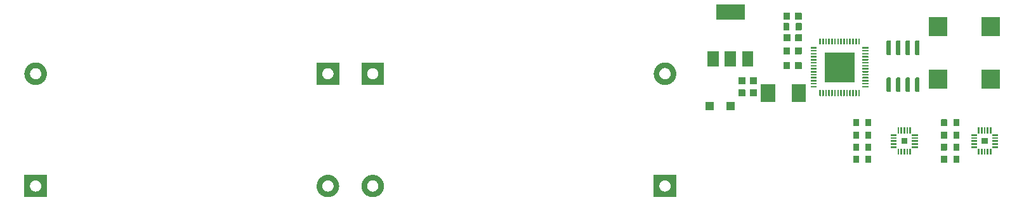
<source format=gbr>
%TF.GenerationSoftware,Flux,Pcbnew,7.0.11-7.0.11~ubuntu20.04.1*%
%TF.CreationDate,2024-08-20T16:18:28+00:00*%
%TF.ProjectId,input,696e7075-742e-46b6-9963-61645f706362,rev?*%
%TF.SameCoordinates,Original*%
%TF.FileFunction,Soldermask,Top*%
%TF.FilePolarity,Negative*%
%FSLAX46Y46*%
G04 Gerber Fmt 4.6, Leading zero omitted, Abs format (unit mm)*
G04 Filename: known-fuchsia-translation-collar*
G04 Build it with Flux! Visit our site at: https://www.flux.ai (PCBNEW 7.0.11-7.0.11~ubuntu20.04.1) date 2024-08-20 16:18:28*
%MOMM*%
%LPD*%
G01*
G04 APERTURE LIST*
G04 APERTURE END LIST*
%TO.C,*%
G36*
X145056100Y-41175000D02*
G01*
X144827500Y-41175000D01*
X144827500Y-40387600D01*
X145056100Y-40387600D01*
X145056100Y-41175000D01*
G37*
G36*
X144656100Y-41175000D02*
G01*
X144427500Y-41175000D01*
X144427500Y-40387600D01*
X144656100Y-40387600D01*
X144656100Y-41175000D01*
G37*
G36*
X146745200Y-39485900D02*
G01*
X145957800Y-39485900D01*
X145957800Y-39257300D01*
X146745200Y-39257300D01*
X146745200Y-39485900D01*
G37*
G36*
X143925800Y-40285900D02*
G01*
X143138400Y-40285900D01*
X143138400Y-40057300D01*
X143925800Y-40057300D01*
X143925800Y-40285900D01*
G37*
G36*
X144256100Y-38355600D02*
G01*
X144027500Y-38355600D01*
X144027500Y-37568200D01*
X144256100Y-37568200D01*
X144256100Y-38355600D01*
G37*
G36*
X143925800Y-38685900D02*
G01*
X143138400Y-38685900D01*
X143138400Y-38457300D01*
X143925800Y-38457300D01*
X143925800Y-38685900D01*
G37*
G36*
X143925800Y-39085900D02*
G01*
X143138400Y-39085900D01*
X143138400Y-38857300D01*
X143925800Y-38857300D01*
X143925800Y-39085900D01*
G37*
G36*
X143925800Y-39485900D02*
G01*
X143138400Y-39485900D01*
X143138400Y-39257300D01*
X143925800Y-39257300D01*
X143925800Y-39485900D01*
G37*
G36*
X146745200Y-40285900D02*
G01*
X145957800Y-40285900D01*
X145957800Y-40057300D01*
X146745200Y-40057300D01*
X146745200Y-40285900D01*
G37*
G36*
X143925800Y-39885900D02*
G01*
X143138400Y-39885900D01*
X143138400Y-39657300D01*
X143925800Y-39657300D01*
X143925800Y-39885900D01*
G37*
G36*
X145056100Y-38355600D02*
G01*
X144827500Y-38355600D01*
X144827500Y-37568200D01*
X145056100Y-37568200D01*
X145056100Y-38355600D01*
G37*
G36*
X146745200Y-39885900D02*
G01*
X145957800Y-39885900D01*
X145957800Y-39657300D01*
X146745200Y-39657300D01*
X146745200Y-39885900D01*
G37*
G36*
X144256100Y-41175000D02*
G01*
X144027500Y-41175000D01*
X144027500Y-40387600D01*
X144256100Y-40387600D01*
X144256100Y-41175000D01*
G37*
G36*
X145456100Y-38355600D02*
G01*
X145227500Y-38355600D01*
X145227500Y-37568200D01*
X145456100Y-37568200D01*
X145456100Y-38355600D01*
G37*
G36*
X145335500Y-39765300D02*
G01*
X144548100Y-39765300D01*
X144548100Y-38977900D01*
X145335500Y-38977900D01*
X145335500Y-39765300D01*
G37*
G36*
X145456100Y-41175000D02*
G01*
X145227500Y-41175000D01*
X145227500Y-40387600D01*
X145456100Y-40387600D01*
X145456100Y-41175000D01*
G37*
G36*
X146745200Y-39085900D02*
G01*
X145957800Y-39085900D01*
X145957800Y-38857300D01*
X146745200Y-38857300D01*
X146745200Y-39085900D01*
G37*
G36*
X144656100Y-38355600D02*
G01*
X144427500Y-38355600D01*
X144427500Y-37568200D01*
X144656100Y-37568200D01*
X144656100Y-38355600D01*
G37*
G36*
X145856100Y-38355600D02*
G01*
X145627500Y-38355600D01*
X145627500Y-37568200D01*
X145856100Y-37568200D01*
X145856100Y-38355600D01*
G37*
G36*
X146745200Y-38685900D02*
G01*
X145957800Y-38685900D01*
X145957800Y-38457300D01*
X146745200Y-38457300D01*
X146745200Y-38685900D01*
G37*
G36*
X145856100Y-41175000D02*
G01*
X145627500Y-41175000D01*
X145627500Y-40387600D01*
X145856100Y-40387600D01*
X145856100Y-41175000D01*
G37*
G36*
X152222557Y-36455052D02*
G01*
X152227193Y-36455509D01*
X152231790Y-36456268D01*
X152236328Y-36457326D01*
X152240786Y-36458679D01*
X152245147Y-36460320D01*
X152249391Y-36462243D01*
X152253500Y-36464439D01*
X152257457Y-36466899D01*
X152261244Y-36469613D01*
X152264845Y-36472569D01*
X152268246Y-36475754D01*
X152271431Y-36479155D01*
X152274387Y-36482756D01*
X152277101Y-36486543D01*
X152279561Y-36490500D01*
X152281757Y-36494609D01*
X152283680Y-36498853D01*
X152285321Y-36503214D01*
X152286674Y-36507672D01*
X152287732Y-36512210D01*
X152288491Y-36516807D01*
X152288948Y-36521443D01*
X152289100Y-36526100D01*
X152289100Y-37333700D01*
X152288948Y-37338357D01*
X152288491Y-37342993D01*
X152287732Y-37347590D01*
X152286674Y-37352128D01*
X152285321Y-37356586D01*
X152283680Y-37360947D01*
X152281757Y-37365191D01*
X152279561Y-37369300D01*
X152277101Y-37373257D01*
X152274387Y-37377044D01*
X152271431Y-37380645D01*
X152268246Y-37384046D01*
X152264845Y-37387231D01*
X152261244Y-37390187D01*
X152257457Y-37392901D01*
X152253500Y-37395361D01*
X152249391Y-37397557D01*
X152245147Y-37399480D01*
X152240786Y-37401121D01*
X152236328Y-37402474D01*
X152231790Y-37403532D01*
X152227193Y-37404291D01*
X152222557Y-37404748D01*
X152217900Y-37404900D01*
X151560300Y-37404900D01*
X151555643Y-37404748D01*
X151551007Y-37404291D01*
X151546410Y-37403532D01*
X151541872Y-37402474D01*
X151537414Y-37401121D01*
X151533053Y-37399480D01*
X151528809Y-37397557D01*
X151524700Y-37395361D01*
X151520743Y-37392901D01*
X151516956Y-37390187D01*
X151513355Y-37387231D01*
X151509954Y-37384046D01*
X151506769Y-37380645D01*
X151503813Y-37377044D01*
X151501099Y-37373257D01*
X151498639Y-37369300D01*
X151496443Y-37365191D01*
X151494520Y-37360947D01*
X151492879Y-37356586D01*
X151491526Y-37352128D01*
X151490468Y-37347590D01*
X151489709Y-37342993D01*
X151489252Y-37338357D01*
X151489100Y-37333700D01*
X151489100Y-36526100D01*
X151489252Y-36521443D01*
X151489709Y-36516807D01*
X151490468Y-36512210D01*
X151491526Y-36507672D01*
X151492879Y-36503214D01*
X151494520Y-36498853D01*
X151496443Y-36494609D01*
X151498639Y-36490500D01*
X151501099Y-36486543D01*
X151503813Y-36482756D01*
X151506769Y-36479155D01*
X151509954Y-36475754D01*
X151513355Y-36472569D01*
X151516956Y-36469613D01*
X151520743Y-36466899D01*
X151524700Y-36464439D01*
X151528809Y-36462243D01*
X151533053Y-36460320D01*
X151537414Y-36458679D01*
X151541872Y-36457326D01*
X151546410Y-36456268D01*
X151551007Y-36455509D01*
X151555643Y-36455052D01*
X151560300Y-36454900D01*
X152217900Y-36454900D01*
X152222557Y-36455052D01*
G37*
G36*
X150572557Y-36455052D02*
G01*
X150577193Y-36455509D01*
X150581790Y-36456268D01*
X150586328Y-36457326D01*
X150590786Y-36458679D01*
X150595147Y-36460320D01*
X150599391Y-36462243D01*
X150603500Y-36464439D01*
X150607457Y-36466899D01*
X150611244Y-36469613D01*
X150614845Y-36472569D01*
X150618246Y-36475754D01*
X150621431Y-36479155D01*
X150624387Y-36482756D01*
X150627101Y-36486543D01*
X150629561Y-36490500D01*
X150631757Y-36494609D01*
X150633680Y-36498853D01*
X150635321Y-36503214D01*
X150636674Y-36507672D01*
X150637732Y-36512210D01*
X150638491Y-36516807D01*
X150638948Y-36521443D01*
X150639100Y-36526100D01*
X150639100Y-37333700D01*
X150638948Y-37338357D01*
X150638491Y-37342993D01*
X150637732Y-37347590D01*
X150636674Y-37352128D01*
X150635321Y-37356586D01*
X150633680Y-37360947D01*
X150631757Y-37365191D01*
X150629561Y-37369300D01*
X150627101Y-37373257D01*
X150624387Y-37377044D01*
X150621431Y-37380645D01*
X150618246Y-37384046D01*
X150614845Y-37387231D01*
X150611244Y-37390187D01*
X150607457Y-37392901D01*
X150603500Y-37395361D01*
X150599391Y-37397557D01*
X150595147Y-37399480D01*
X150590786Y-37401121D01*
X150586328Y-37402474D01*
X150581790Y-37403532D01*
X150577193Y-37404291D01*
X150572557Y-37404748D01*
X150567900Y-37404900D01*
X149910300Y-37404900D01*
X149905643Y-37404748D01*
X149901007Y-37404291D01*
X149896410Y-37403532D01*
X149891872Y-37402474D01*
X149887414Y-37401121D01*
X149883053Y-37399480D01*
X149878809Y-37397557D01*
X149874700Y-37395361D01*
X149870743Y-37392901D01*
X149866956Y-37390187D01*
X149863355Y-37387231D01*
X149859954Y-37384046D01*
X149856769Y-37380645D01*
X149853813Y-37377044D01*
X149851099Y-37373257D01*
X149848639Y-37369300D01*
X149846443Y-37365191D01*
X149844520Y-37360947D01*
X149842879Y-37356586D01*
X149841526Y-37352128D01*
X149840468Y-37347590D01*
X149839709Y-37342993D01*
X149839252Y-37338357D01*
X149839100Y-37333700D01*
X149839100Y-36526100D01*
X149839252Y-36521443D01*
X149839709Y-36516807D01*
X149840468Y-36512210D01*
X149841526Y-36507672D01*
X149842879Y-36503214D01*
X149844520Y-36498853D01*
X149846443Y-36494609D01*
X149848639Y-36490500D01*
X149851099Y-36486543D01*
X149853813Y-36482756D01*
X149856769Y-36479155D01*
X149859954Y-36475754D01*
X149863355Y-36472569D01*
X149866956Y-36469613D01*
X149870743Y-36466899D01*
X149874700Y-36464439D01*
X149878809Y-36462243D01*
X149883053Y-36460320D01*
X149887414Y-36458679D01*
X149891872Y-36457326D01*
X149896410Y-36456268D01*
X149901007Y-36455509D01*
X149905643Y-36455052D01*
X149910300Y-36454900D01*
X150567900Y-36454900D01*
X150572557Y-36455052D01*
G37*
G36*
X74109747Y-43883113D02*
G01*
X74183016Y-43890329D01*
X74255843Y-43901132D01*
X74328052Y-43915495D01*
X74399469Y-43933384D01*
X74469923Y-43954756D01*
X74539243Y-43979559D01*
X74607262Y-44007734D01*
X74673817Y-44039212D01*
X74738747Y-44073918D01*
X74801896Y-44111768D01*
X74863112Y-44152671D01*
X74922247Y-44196529D01*
X74979159Y-44243235D01*
X75033711Y-44292678D01*
X75085771Y-44344737D01*
X75135213Y-44399289D01*
X75181920Y-44456201D01*
X75225777Y-44515336D01*
X75266680Y-44576552D01*
X75304530Y-44639701D01*
X75339236Y-44704631D01*
X75370715Y-44771186D01*
X75398889Y-44839206D01*
X75423692Y-44908526D01*
X75445064Y-44978979D01*
X75462953Y-45050396D01*
X75477316Y-45122605D01*
X75488119Y-45195432D01*
X75495336Y-45268701D01*
X75498948Y-45342236D01*
X75498948Y-45415860D01*
X75495336Y-45489395D01*
X75488119Y-45562664D01*
X75477316Y-45635491D01*
X75462953Y-45707700D01*
X75445064Y-45779117D01*
X75423692Y-45849571D01*
X75398889Y-45918891D01*
X75370715Y-45986910D01*
X75339236Y-46053465D01*
X75304530Y-46118396D01*
X75266680Y-46181545D01*
X75225777Y-46242761D01*
X75181920Y-46301896D01*
X75135213Y-46358808D01*
X75085771Y-46413359D01*
X75033711Y-46465419D01*
X74979159Y-46514862D01*
X74922247Y-46561568D01*
X74863112Y-46605425D01*
X74801896Y-46646329D01*
X74738747Y-46684179D01*
X74673817Y-46718885D01*
X74607262Y-46750363D01*
X74539243Y-46778537D01*
X74469923Y-46803341D01*
X74399469Y-46824712D01*
X74328052Y-46842601D01*
X74255843Y-46856965D01*
X74183016Y-46867768D01*
X74109747Y-46874984D01*
X74036212Y-46878596D01*
X73962588Y-46878596D01*
X73889053Y-46874984D01*
X73815784Y-46867768D01*
X73742957Y-46856965D01*
X73670748Y-46842601D01*
X73599331Y-46824712D01*
X73528877Y-46803341D01*
X73459557Y-46778537D01*
X73391538Y-46750363D01*
X73324983Y-46718885D01*
X73260053Y-46684179D01*
X73196904Y-46646329D01*
X73135688Y-46605425D01*
X73076553Y-46561568D01*
X73019641Y-46514862D01*
X72965089Y-46465419D01*
X72913029Y-46413359D01*
X72863587Y-46358808D01*
X72816880Y-46301896D01*
X72773023Y-46242761D01*
X72732120Y-46181545D01*
X72694270Y-46118396D01*
X72659564Y-46053465D01*
X72628085Y-45986910D01*
X72599911Y-45918891D01*
X72575108Y-45849571D01*
X72553736Y-45779117D01*
X72535847Y-45707700D01*
X72521484Y-45635491D01*
X72510681Y-45562664D01*
X72503464Y-45489395D01*
X72499852Y-45415860D01*
X72499852Y-45397454D01*
X73249626Y-45397454D01*
X73251432Y-45434222D01*
X73255040Y-45470856D01*
X73260442Y-45507270D01*
X73267623Y-45543374D01*
X73276568Y-45579083D01*
X73287254Y-45614310D01*
X73299655Y-45648970D01*
X73313743Y-45682979D01*
X73329482Y-45716257D01*
X73346835Y-45748722D01*
X73365760Y-45780296D01*
X73386211Y-45810904D01*
X73408140Y-45840472D01*
X73431493Y-45868928D01*
X73456215Y-45896204D01*
X73482245Y-45922234D01*
X73509520Y-45946955D01*
X73537976Y-45970308D01*
X73567544Y-45992237D01*
X73598152Y-46012688D01*
X73629726Y-46031613D01*
X73662192Y-46048966D01*
X73695469Y-46064706D01*
X73729479Y-46078793D01*
X73764139Y-46091194D01*
X73799365Y-46101880D01*
X73835074Y-46110825D01*
X73871179Y-46118006D01*
X73907592Y-46123408D01*
X73944227Y-46127016D01*
X73980994Y-46128822D01*
X74017806Y-46128822D01*
X74054573Y-46127016D01*
X74091208Y-46123408D01*
X74127621Y-46118006D01*
X74163726Y-46110825D01*
X74199435Y-46101880D01*
X74234661Y-46091194D01*
X74269321Y-46078793D01*
X74303331Y-46064706D01*
X74336608Y-46048966D01*
X74369074Y-46031613D01*
X74400648Y-46012688D01*
X74431256Y-45992237D01*
X74460824Y-45970308D01*
X74489280Y-45946955D01*
X74516555Y-45922234D01*
X74542585Y-45896204D01*
X74567307Y-45868928D01*
X74590660Y-45840472D01*
X74612589Y-45810904D01*
X74633040Y-45780296D01*
X74651965Y-45748722D01*
X74669318Y-45716257D01*
X74685057Y-45682979D01*
X74699145Y-45648970D01*
X74711546Y-45614310D01*
X74722232Y-45579083D01*
X74731177Y-45543374D01*
X74738358Y-45507270D01*
X74743760Y-45470856D01*
X74747368Y-45434222D01*
X74749174Y-45397454D01*
X74749174Y-45360642D01*
X74747368Y-45323875D01*
X74743760Y-45287240D01*
X74738358Y-45250827D01*
X74731177Y-45214722D01*
X74722232Y-45179014D01*
X74711546Y-45143787D01*
X74699145Y-45109127D01*
X74685057Y-45075117D01*
X74669318Y-45041840D01*
X74651965Y-45009375D01*
X74633040Y-44977800D01*
X74612589Y-44947192D01*
X74590660Y-44917625D01*
X74567307Y-44889169D01*
X74542585Y-44861893D01*
X74516555Y-44835863D01*
X74489280Y-44811142D01*
X74460824Y-44787788D01*
X74431256Y-44765860D01*
X74400648Y-44745408D01*
X74369074Y-44726483D01*
X74336608Y-44709130D01*
X74303331Y-44693391D01*
X74269321Y-44679304D01*
X74234661Y-44666902D01*
X74199435Y-44656216D01*
X74163726Y-44647272D01*
X74127621Y-44640090D01*
X74091208Y-44634689D01*
X74054573Y-44631080D01*
X74017806Y-44629274D01*
X73980994Y-44629274D01*
X73944227Y-44631080D01*
X73907592Y-44634689D01*
X73871179Y-44640090D01*
X73835074Y-44647272D01*
X73799365Y-44656216D01*
X73764139Y-44666902D01*
X73729479Y-44679304D01*
X73695469Y-44693391D01*
X73662192Y-44709130D01*
X73629726Y-44726483D01*
X73598152Y-44745408D01*
X73567544Y-44765860D01*
X73537976Y-44787788D01*
X73509520Y-44811142D01*
X73482245Y-44835863D01*
X73456215Y-44861893D01*
X73431493Y-44889169D01*
X73408140Y-44917625D01*
X73386211Y-44947192D01*
X73365760Y-44977800D01*
X73346835Y-45009375D01*
X73329482Y-45041840D01*
X73313743Y-45075117D01*
X73299655Y-45109127D01*
X73287254Y-45143787D01*
X73276568Y-45179014D01*
X73267623Y-45214722D01*
X73260442Y-45250827D01*
X73255040Y-45287240D01*
X73251432Y-45323875D01*
X73249626Y-45360642D01*
X73249626Y-45397454D01*
X72499852Y-45397454D01*
X72499852Y-45342236D01*
X72503464Y-45268701D01*
X72510681Y-45195432D01*
X72521484Y-45122605D01*
X72535847Y-45050396D01*
X72553736Y-44978979D01*
X72575108Y-44908526D01*
X72599911Y-44839206D01*
X72628085Y-44771186D01*
X72659564Y-44704631D01*
X72694270Y-44639701D01*
X72732120Y-44576552D01*
X72773023Y-44515336D01*
X72816880Y-44456201D01*
X72863587Y-44399289D01*
X72913029Y-44344737D01*
X72965089Y-44292678D01*
X73019641Y-44243235D01*
X73076553Y-44196529D01*
X73135688Y-44152671D01*
X73196904Y-44111768D01*
X73260053Y-44073918D01*
X73324983Y-44039212D01*
X73391538Y-44007734D01*
X73459557Y-43979559D01*
X73528877Y-43954756D01*
X73599331Y-43933384D01*
X73670748Y-43915495D01*
X73742957Y-43901132D01*
X73815784Y-43890329D01*
X73889053Y-43883113D01*
X73962588Y-43879500D01*
X74036212Y-43879500D01*
X74109747Y-43883113D01*
G37*
G36*
X114499400Y-43879152D02*
G01*
X114499400Y-46879152D01*
X111499400Y-46879152D01*
X111499400Y-45397558D01*
X112249626Y-45397558D01*
X112251432Y-45434325D01*
X112255040Y-45470960D01*
X112260442Y-45507373D01*
X112267623Y-45543478D01*
X112276568Y-45579186D01*
X112287254Y-45614413D01*
X112299655Y-45649073D01*
X112313743Y-45683083D01*
X112329482Y-45716360D01*
X112346835Y-45748825D01*
X112365760Y-45780400D01*
X112386211Y-45811008D01*
X112408140Y-45840575D01*
X112431493Y-45869031D01*
X112456215Y-45896307D01*
X112482245Y-45922337D01*
X112509520Y-45947058D01*
X112537976Y-45970412D01*
X112567544Y-45992340D01*
X112598152Y-46012792D01*
X112629726Y-46031717D01*
X112662192Y-46049070D01*
X112695469Y-46064809D01*
X112729479Y-46078896D01*
X112764139Y-46091298D01*
X112799365Y-46101984D01*
X112835074Y-46110928D01*
X112871179Y-46118110D01*
X112907592Y-46123511D01*
X112944227Y-46127120D01*
X112980994Y-46128926D01*
X113017806Y-46128926D01*
X113054573Y-46127120D01*
X113091208Y-46123511D01*
X113127621Y-46118110D01*
X113163726Y-46110928D01*
X113199435Y-46101984D01*
X113234661Y-46091298D01*
X113269321Y-46078896D01*
X113303331Y-46064809D01*
X113336608Y-46049070D01*
X113369074Y-46031717D01*
X113400648Y-46012792D01*
X113431256Y-45992340D01*
X113460824Y-45970412D01*
X113489280Y-45947058D01*
X113516555Y-45922337D01*
X113542585Y-45896307D01*
X113567307Y-45869031D01*
X113590660Y-45840575D01*
X113612589Y-45811008D01*
X113633040Y-45780400D01*
X113651965Y-45748825D01*
X113669318Y-45716360D01*
X113685057Y-45683083D01*
X113699145Y-45649073D01*
X113711546Y-45614413D01*
X113722232Y-45579186D01*
X113731177Y-45543478D01*
X113738358Y-45507373D01*
X113743760Y-45470960D01*
X113747368Y-45434325D01*
X113749174Y-45397558D01*
X113749174Y-45360746D01*
X113747368Y-45323978D01*
X113743760Y-45287344D01*
X113738358Y-45250930D01*
X113731177Y-45214826D01*
X113722232Y-45179117D01*
X113711546Y-45143890D01*
X113699145Y-45109230D01*
X113695354Y-45100080D01*
X113685057Y-45075221D01*
X113669318Y-45041943D01*
X113651965Y-45009478D01*
X113633040Y-44977904D01*
X113612589Y-44947296D01*
X113590660Y-44917728D01*
X113567307Y-44889272D01*
X113542585Y-44861996D01*
X113516555Y-44835966D01*
X113489280Y-44811245D01*
X113460824Y-44787892D01*
X113431256Y-44765963D01*
X113400648Y-44745512D01*
X113369074Y-44726587D01*
X113336608Y-44709234D01*
X113303331Y-44693494D01*
X113269321Y-44679407D01*
X113234661Y-44667006D01*
X113199435Y-44656320D01*
X113163726Y-44647375D01*
X113127621Y-44640194D01*
X113091208Y-44634792D01*
X113054573Y-44631184D01*
X113017806Y-44629378D01*
X112980994Y-44629378D01*
X112944227Y-44631184D01*
X112907592Y-44634792D01*
X112871179Y-44640194D01*
X112835074Y-44647375D01*
X112799365Y-44656320D01*
X112764139Y-44667006D01*
X112729479Y-44679407D01*
X112695469Y-44693494D01*
X112662192Y-44709234D01*
X112629726Y-44726587D01*
X112598152Y-44745512D01*
X112567544Y-44765963D01*
X112537976Y-44787892D01*
X112509520Y-44811245D01*
X112482245Y-44835966D01*
X112456215Y-44861996D01*
X112431493Y-44889272D01*
X112408140Y-44917728D01*
X112386211Y-44947296D01*
X112365760Y-44977904D01*
X112346835Y-45009478D01*
X112329482Y-45041943D01*
X112313743Y-45075221D01*
X112299655Y-45109230D01*
X112287254Y-45143890D01*
X112276568Y-45179117D01*
X112267623Y-45214826D01*
X112260442Y-45250930D01*
X112255040Y-45287344D01*
X112251432Y-45323978D01*
X112249626Y-45360746D01*
X112249626Y-45397558D01*
X111499400Y-45397558D01*
X111499400Y-43879152D01*
X114499400Y-43879152D01*
G37*
G36*
X152222557Y-39696752D02*
G01*
X152227193Y-39697209D01*
X152231790Y-39697968D01*
X152236328Y-39699026D01*
X152240786Y-39700379D01*
X152245147Y-39702020D01*
X152249391Y-39703943D01*
X152253500Y-39706139D01*
X152257457Y-39708599D01*
X152261244Y-39711313D01*
X152264845Y-39714269D01*
X152268246Y-39717454D01*
X152271431Y-39720855D01*
X152274387Y-39724456D01*
X152277101Y-39728243D01*
X152279561Y-39732200D01*
X152281757Y-39736309D01*
X152283680Y-39740553D01*
X152285321Y-39744914D01*
X152286674Y-39749372D01*
X152287732Y-39753910D01*
X152288491Y-39758507D01*
X152288948Y-39763143D01*
X152289100Y-39767800D01*
X152289100Y-40575400D01*
X152288948Y-40580057D01*
X152288491Y-40584693D01*
X152287732Y-40589290D01*
X152286674Y-40593828D01*
X152285321Y-40598286D01*
X152283680Y-40602647D01*
X152281757Y-40606891D01*
X152279561Y-40611000D01*
X152277101Y-40614957D01*
X152274387Y-40618744D01*
X152271431Y-40622345D01*
X152268246Y-40625746D01*
X152264845Y-40628931D01*
X152261244Y-40631887D01*
X152257457Y-40634601D01*
X152253500Y-40637061D01*
X152249391Y-40639257D01*
X152245147Y-40641180D01*
X152240786Y-40642821D01*
X152236328Y-40644174D01*
X152231790Y-40645232D01*
X152227193Y-40645991D01*
X152222557Y-40646448D01*
X152217900Y-40646600D01*
X151560300Y-40646600D01*
X151555643Y-40646448D01*
X151551007Y-40645991D01*
X151546410Y-40645232D01*
X151541872Y-40644174D01*
X151537414Y-40642821D01*
X151533053Y-40641180D01*
X151528809Y-40639257D01*
X151524700Y-40637061D01*
X151520743Y-40634601D01*
X151516956Y-40631887D01*
X151513355Y-40628931D01*
X151509954Y-40625746D01*
X151506769Y-40622345D01*
X151503813Y-40618744D01*
X151501099Y-40614957D01*
X151498639Y-40611000D01*
X151496443Y-40606891D01*
X151494520Y-40602647D01*
X151492879Y-40598286D01*
X151491526Y-40593828D01*
X151490468Y-40589290D01*
X151489709Y-40584693D01*
X151489252Y-40580057D01*
X151489100Y-40575400D01*
X151489100Y-39767800D01*
X151489252Y-39763143D01*
X151489709Y-39758507D01*
X151490468Y-39753910D01*
X151491526Y-39749372D01*
X151492879Y-39744914D01*
X151494520Y-39740553D01*
X151496443Y-39736309D01*
X151498639Y-39732200D01*
X151501099Y-39728243D01*
X151503813Y-39724456D01*
X151506769Y-39720855D01*
X151509954Y-39717454D01*
X151513355Y-39714269D01*
X151516956Y-39711313D01*
X151520743Y-39708599D01*
X151524700Y-39706139D01*
X151528809Y-39703943D01*
X151533053Y-39702020D01*
X151537414Y-39700379D01*
X151541872Y-39699026D01*
X151546410Y-39697968D01*
X151551007Y-39697209D01*
X151555643Y-39696752D01*
X151560300Y-39696600D01*
X152217900Y-39696600D01*
X152222557Y-39696752D01*
G37*
G36*
X150572557Y-39696752D02*
G01*
X150577193Y-39697209D01*
X150581790Y-39697968D01*
X150586328Y-39699026D01*
X150590786Y-39700379D01*
X150595147Y-39702020D01*
X150599391Y-39703943D01*
X150603500Y-39706139D01*
X150607457Y-39708599D01*
X150611244Y-39711313D01*
X150614845Y-39714269D01*
X150618246Y-39717454D01*
X150621431Y-39720855D01*
X150624387Y-39724456D01*
X150627101Y-39728243D01*
X150629561Y-39732200D01*
X150631757Y-39736309D01*
X150633680Y-39740553D01*
X150635321Y-39744914D01*
X150636674Y-39749372D01*
X150637732Y-39753910D01*
X150638491Y-39758507D01*
X150638948Y-39763143D01*
X150639100Y-39767800D01*
X150639100Y-40575400D01*
X150638948Y-40580057D01*
X150638491Y-40584693D01*
X150637732Y-40589290D01*
X150636674Y-40593828D01*
X150635321Y-40598286D01*
X150633680Y-40602647D01*
X150631757Y-40606891D01*
X150629561Y-40611000D01*
X150627101Y-40614957D01*
X150624387Y-40618744D01*
X150621431Y-40622345D01*
X150618246Y-40625746D01*
X150614845Y-40628931D01*
X150611244Y-40631887D01*
X150607457Y-40634601D01*
X150603500Y-40637061D01*
X150599391Y-40639257D01*
X150595147Y-40641180D01*
X150590786Y-40642821D01*
X150586328Y-40644174D01*
X150581790Y-40645232D01*
X150577193Y-40645991D01*
X150572557Y-40646448D01*
X150567900Y-40646600D01*
X149910300Y-40646600D01*
X149905643Y-40646448D01*
X149901007Y-40645991D01*
X149896410Y-40645232D01*
X149891872Y-40644174D01*
X149887414Y-40642821D01*
X149883053Y-40641180D01*
X149878809Y-40639257D01*
X149874700Y-40637061D01*
X149870743Y-40634601D01*
X149866956Y-40631887D01*
X149863355Y-40628931D01*
X149859954Y-40625746D01*
X149856769Y-40622345D01*
X149853813Y-40618744D01*
X149851099Y-40614957D01*
X149848639Y-40611000D01*
X149846443Y-40606891D01*
X149844520Y-40602647D01*
X149842879Y-40598286D01*
X149841526Y-40593828D01*
X149840468Y-40589290D01*
X149839709Y-40584693D01*
X149839252Y-40580057D01*
X149839100Y-40575400D01*
X149839100Y-39767800D01*
X149839252Y-39763143D01*
X149839709Y-39758507D01*
X149840468Y-39753910D01*
X149841526Y-39749372D01*
X149842879Y-39744914D01*
X149844520Y-39740553D01*
X149846443Y-39736309D01*
X149848639Y-39732200D01*
X149851099Y-39728243D01*
X149853813Y-39724456D01*
X149856769Y-39720855D01*
X149859954Y-39717454D01*
X149863355Y-39714269D01*
X149866956Y-39711313D01*
X149870743Y-39708599D01*
X149874700Y-39706139D01*
X149878809Y-39703943D01*
X149883053Y-39702020D01*
X149887414Y-39700379D01*
X149891872Y-39699026D01*
X149896410Y-39697968D01*
X149901007Y-39697209D01*
X149905643Y-39696752D01*
X149910300Y-39696600D01*
X150567900Y-39696600D01*
X150572557Y-39696752D01*
G37*
G36*
X29123847Y-28867813D02*
G01*
X29197116Y-28875029D01*
X29269943Y-28885832D01*
X29342152Y-28900195D01*
X29413569Y-28918084D01*
X29484023Y-28939456D01*
X29553343Y-28964259D01*
X29621362Y-28992434D01*
X29687917Y-29023912D01*
X29752847Y-29058618D01*
X29815996Y-29096468D01*
X29877212Y-29137371D01*
X29936347Y-29181229D01*
X29993259Y-29227935D01*
X30047811Y-29277378D01*
X30099871Y-29329437D01*
X30149313Y-29383989D01*
X30196020Y-29440901D01*
X30239877Y-29500036D01*
X30280780Y-29561252D01*
X30318630Y-29624401D01*
X30353336Y-29689331D01*
X30384815Y-29755886D01*
X30412989Y-29823906D01*
X30437792Y-29893226D01*
X30459164Y-29963679D01*
X30477053Y-30035096D01*
X30491416Y-30107305D01*
X30502219Y-30180132D01*
X30509436Y-30253401D01*
X30513048Y-30326936D01*
X30513048Y-30400560D01*
X30509436Y-30474095D01*
X30502219Y-30547364D01*
X30491416Y-30620191D01*
X30477053Y-30692400D01*
X30459164Y-30763817D01*
X30437792Y-30834271D01*
X30412989Y-30903591D01*
X30384815Y-30971610D01*
X30353336Y-31038165D01*
X30318630Y-31103096D01*
X30280780Y-31166245D01*
X30239877Y-31227461D01*
X30196020Y-31286596D01*
X30149313Y-31343508D01*
X30099871Y-31398059D01*
X30047811Y-31450119D01*
X29993259Y-31499562D01*
X29936347Y-31546268D01*
X29877212Y-31590125D01*
X29815996Y-31631029D01*
X29752847Y-31668879D01*
X29687917Y-31703585D01*
X29621362Y-31735063D01*
X29553343Y-31763237D01*
X29484023Y-31788041D01*
X29413569Y-31809412D01*
X29342152Y-31827301D01*
X29269943Y-31841665D01*
X29197116Y-31852468D01*
X29123847Y-31859684D01*
X29050312Y-31863296D01*
X28976688Y-31863296D01*
X28903153Y-31859684D01*
X28829884Y-31852468D01*
X28757057Y-31841665D01*
X28684848Y-31827301D01*
X28613431Y-31809412D01*
X28542977Y-31788041D01*
X28473657Y-31763237D01*
X28405638Y-31735063D01*
X28339083Y-31703585D01*
X28274153Y-31668879D01*
X28211004Y-31631029D01*
X28149788Y-31590125D01*
X28090653Y-31546268D01*
X28033741Y-31499562D01*
X27979189Y-31450119D01*
X27927129Y-31398059D01*
X27877687Y-31343508D01*
X27830980Y-31286596D01*
X27787123Y-31227461D01*
X27746220Y-31166245D01*
X27708370Y-31103096D01*
X27673664Y-31038165D01*
X27642185Y-30971610D01*
X27614011Y-30903591D01*
X27589208Y-30834271D01*
X27567836Y-30763817D01*
X27549947Y-30692400D01*
X27535584Y-30620191D01*
X27524781Y-30547364D01*
X27517564Y-30474095D01*
X27513952Y-30400560D01*
X27513952Y-30382154D01*
X28263726Y-30382154D01*
X28265532Y-30418922D01*
X28269140Y-30455556D01*
X28274542Y-30491970D01*
X28281723Y-30528074D01*
X28290668Y-30563783D01*
X28301354Y-30599010D01*
X28313755Y-30633670D01*
X28327843Y-30667679D01*
X28343582Y-30700957D01*
X28360935Y-30733422D01*
X28379860Y-30764996D01*
X28400311Y-30795604D01*
X28422240Y-30825172D01*
X28445593Y-30853628D01*
X28470315Y-30880904D01*
X28496345Y-30906934D01*
X28523620Y-30931655D01*
X28552076Y-30955008D01*
X28581644Y-30976937D01*
X28612252Y-30997388D01*
X28643826Y-31016313D01*
X28676292Y-31033666D01*
X28709569Y-31049406D01*
X28743579Y-31063493D01*
X28778239Y-31075894D01*
X28813465Y-31086580D01*
X28849174Y-31095525D01*
X28885279Y-31102706D01*
X28921692Y-31108108D01*
X28958327Y-31111716D01*
X28995094Y-31113522D01*
X29031906Y-31113522D01*
X29068673Y-31111716D01*
X29105308Y-31108108D01*
X29141721Y-31102706D01*
X29177826Y-31095525D01*
X29213535Y-31086580D01*
X29248761Y-31075894D01*
X29283421Y-31063493D01*
X29317431Y-31049406D01*
X29350708Y-31033666D01*
X29383174Y-31016313D01*
X29414748Y-30997388D01*
X29445356Y-30976937D01*
X29474924Y-30955008D01*
X29503380Y-30931655D01*
X29530655Y-30906934D01*
X29556685Y-30880904D01*
X29581407Y-30853628D01*
X29604760Y-30825172D01*
X29626689Y-30795604D01*
X29647140Y-30764996D01*
X29666065Y-30733422D01*
X29683418Y-30700957D01*
X29699157Y-30667679D01*
X29713245Y-30633670D01*
X29725646Y-30599010D01*
X29736332Y-30563783D01*
X29745277Y-30528074D01*
X29752458Y-30491970D01*
X29757860Y-30455556D01*
X29761468Y-30418922D01*
X29763274Y-30382154D01*
X29763274Y-30345342D01*
X29761468Y-30308575D01*
X29757860Y-30271940D01*
X29752458Y-30235527D01*
X29745277Y-30199422D01*
X29736332Y-30163714D01*
X29725646Y-30128487D01*
X29713245Y-30093827D01*
X29699157Y-30059817D01*
X29683418Y-30026540D01*
X29666065Y-29994075D01*
X29647140Y-29962500D01*
X29626689Y-29931892D01*
X29604760Y-29902325D01*
X29581407Y-29873869D01*
X29556685Y-29846593D01*
X29530655Y-29820563D01*
X29503380Y-29795842D01*
X29474924Y-29772488D01*
X29445356Y-29750560D01*
X29414748Y-29730108D01*
X29383174Y-29711183D01*
X29350708Y-29693830D01*
X29317431Y-29678091D01*
X29283421Y-29664004D01*
X29248761Y-29651602D01*
X29213535Y-29640916D01*
X29177826Y-29631972D01*
X29141721Y-29624790D01*
X29105308Y-29619389D01*
X29068673Y-29615780D01*
X29031906Y-29613974D01*
X28995094Y-29613974D01*
X28958327Y-29615780D01*
X28921692Y-29619389D01*
X28885279Y-29624790D01*
X28849174Y-29631972D01*
X28813465Y-29640916D01*
X28778239Y-29651602D01*
X28743579Y-29664004D01*
X28709569Y-29678091D01*
X28676292Y-29693830D01*
X28643826Y-29711183D01*
X28612252Y-29730108D01*
X28581644Y-29750560D01*
X28552076Y-29772488D01*
X28523620Y-29795842D01*
X28496345Y-29820563D01*
X28470315Y-29846593D01*
X28445593Y-29873869D01*
X28422240Y-29902325D01*
X28400311Y-29931892D01*
X28379860Y-29962500D01*
X28360935Y-29994075D01*
X28343582Y-30026540D01*
X28327843Y-30059817D01*
X28313755Y-30093827D01*
X28301354Y-30128487D01*
X28290668Y-30163714D01*
X28281723Y-30199422D01*
X28274542Y-30235527D01*
X28269140Y-30271940D01*
X28265532Y-30308575D01*
X28263726Y-30345342D01*
X28263726Y-30382154D01*
X27513952Y-30382154D01*
X27513952Y-30326936D01*
X27517564Y-30253401D01*
X27524781Y-30180132D01*
X27535584Y-30107305D01*
X27549947Y-30035096D01*
X27567836Y-29963679D01*
X27589208Y-29893226D01*
X27614011Y-29823906D01*
X27642185Y-29755886D01*
X27673664Y-29689331D01*
X27708370Y-29624401D01*
X27746220Y-29561252D01*
X27787123Y-29500036D01*
X27830980Y-29440901D01*
X27877687Y-29383989D01*
X27927129Y-29329437D01*
X27979189Y-29277378D01*
X28033741Y-29227935D01*
X28090653Y-29181229D01*
X28149788Y-29137371D01*
X28211004Y-29096468D01*
X28274153Y-29058618D01*
X28339083Y-29023912D01*
X28405638Y-28992434D01*
X28473657Y-28964259D01*
X28542977Y-28939456D01*
X28613431Y-28918084D01*
X28684848Y-28900195D01*
X28757057Y-28885832D01*
X28829884Y-28875029D01*
X28903153Y-28867813D01*
X28976688Y-28864200D01*
X29050312Y-28864200D01*
X29123847Y-28867813D01*
G37*
G36*
X69513500Y-28863852D02*
G01*
X69513500Y-31863852D01*
X66513500Y-31863852D01*
X66513500Y-30382258D01*
X67263726Y-30382258D01*
X67265532Y-30419025D01*
X67269140Y-30455660D01*
X67274542Y-30492073D01*
X67281723Y-30528178D01*
X67290668Y-30563886D01*
X67301354Y-30599113D01*
X67313755Y-30633773D01*
X67327843Y-30667783D01*
X67343582Y-30701060D01*
X67360935Y-30733525D01*
X67379860Y-30765100D01*
X67400311Y-30795708D01*
X67422240Y-30825275D01*
X67445593Y-30853731D01*
X67470315Y-30881007D01*
X67496345Y-30907037D01*
X67523620Y-30931758D01*
X67552076Y-30955112D01*
X67581644Y-30977040D01*
X67612252Y-30997492D01*
X67643826Y-31016417D01*
X67676292Y-31033770D01*
X67709569Y-31049509D01*
X67743579Y-31063596D01*
X67778239Y-31075998D01*
X67813465Y-31086684D01*
X67849174Y-31095628D01*
X67885279Y-31102810D01*
X67921692Y-31108211D01*
X67958327Y-31111820D01*
X67995094Y-31113626D01*
X68031906Y-31113626D01*
X68068673Y-31111820D01*
X68105308Y-31108211D01*
X68141721Y-31102810D01*
X68177826Y-31095628D01*
X68213535Y-31086684D01*
X68248761Y-31075998D01*
X68283421Y-31063596D01*
X68317431Y-31049509D01*
X68350708Y-31033770D01*
X68383174Y-31016417D01*
X68414748Y-30997492D01*
X68445356Y-30977040D01*
X68474924Y-30955112D01*
X68503380Y-30931758D01*
X68530655Y-30907037D01*
X68556685Y-30881007D01*
X68581407Y-30853731D01*
X68604760Y-30825275D01*
X68626689Y-30795708D01*
X68647140Y-30765100D01*
X68666065Y-30733525D01*
X68683418Y-30701060D01*
X68699157Y-30667783D01*
X68713245Y-30633773D01*
X68725646Y-30599113D01*
X68736332Y-30563886D01*
X68745277Y-30528178D01*
X68752458Y-30492073D01*
X68757860Y-30455660D01*
X68761468Y-30419025D01*
X68763274Y-30382258D01*
X68763274Y-30345446D01*
X68761468Y-30308678D01*
X68757860Y-30272044D01*
X68752458Y-30235630D01*
X68745277Y-30199526D01*
X68736332Y-30163817D01*
X68725646Y-30128590D01*
X68713245Y-30093930D01*
X68709454Y-30084780D01*
X68699157Y-30059921D01*
X68683418Y-30026643D01*
X68666065Y-29994178D01*
X68647140Y-29962604D01*
X68626689Y-29931996D01*
X68604760Y-29902428D01*
X68581407Y-29873972D01*
X68556685Y-29846696D01*
X68530655Y-29820666D01*
X68503380Y-29795945D01*
X68474924Y-29772592D01*
X68445356Y-29750663D01*
X68414748Y-29730212D01*
X68383174Y-29711287D01*
X68350708Y-29693934D01*
X68317431Y-29678194D01*
X68283421Y-29664107D01*
X68248761Y-29651706D01*
X68213535Y-29641020D01*
X68177826Y-29632075D01*
X68141721Y-29624894D01*
X68105308Y-29619492D01*
X68068673Y-29615884D01*
X68031906Y-29614078D01*
X67995094Y-29614078D01*
X67958327Y-29615884D01*
X67921692Y-29619492D01*
X67885279Y-29624894D01*
X67849174Y-29632075D01*
X67813465Y-29641020D01*
X67778239Y-29651706D01*
X67743579Y-29664107D01*
X67709569Y-29678194D01*
X67676292Y-29693934D01*
X67643826Y-29711287D01*
X67612252Y-29730212D01*
X67581644Y-29750663D01*
X67552076Y-29772592D01*
X67523620Y-29795945D01*
X67496345Y-29820666D01*
X67470315Y-29846696D01*
X67445593Y-29873972D01*
X67422240Y-29902428D01*
X67400311Y-29931996D01*
X67379860Y-29962604D01*
X67360935Y-29994178D01*
X67343582Y-30026643D01*
X67327843Y-30059921D01*
X67313755Y-30093930D01*
X67301354Y-30128590D01*
X67290668Y-30163817D01*
X67281723Y-30199526D01*
X67274542Y-30235630D01*
X67269140Y-30272044D01*
X67265532Y-30308678D01*
X67263726Y-30345446D01*
X67263726Y-30382258D01*
X66513500Y-30382258D01*
X66513500Y-28863852D01*
X69513500Y-28863852D01*
G37*
G36*
X152222557Y-41316152D02*
G01*
X152227193Y-41316609D01*
X152231790Y-41317368D01*
X152236328Y-41318426D01*
X152240786Y-41319779D01*
X152245147Y-41321420D01*
X152249391Y-41323343D01*
X152253500Y-41325539D01*
X152257457Y-41327999D01*
X152261244Y-41330713D01*
X152264845Y-41333669D01*
X152268246Y-41336854D01*
X152271431Y-41340255D01*
X152274387Y-41343856D01*
X152277101Y-41347643D01*
X152279561Y-41351600D01*
X152281757Y-41355709D01*
X152283680Y-41359953D01*
X152285321Y-41364314D01*
X152286674Y-41368772D01*
X152287732Y-41373310D01*
X152288491Y-41377907D01*
X152288948Y-41382543D01*
X152289100Y-41387200D01*
X152289100Y-42194800D01*
X152288948Y-42199457D01*
X152288491Y-42204093D01*
X152287732Y-42208690D01*
X152286674Y-42213228D01*
X152285321Y-42217686D01*
X152283680Y-42222047D01*
X152281757Y-42226291D01*
X152279561Y-42230400D01*
X152277101Y-42234357D01*
X152274387Y-42238144D01*
X152271431Y-42241745D01*
X152268246Y-42245146D01*
X152264845Y-42248331D01*
X152261244Y-42251287D01*
X152257457Y-42254001D01*
X152253500Y-42256461D01*
X152249391Y-42258657D01*
X152245147Y-42260580D01*
X152240786Y-42262221D01*
X152236328Y-42263574D01*
X152231790Y-42264632D01*
X152227193Y-42265391D01*
X152222557Y-42265848D01*
X152217900Y-42266000D01*
X151560300Y-42266000D01*
X151555643Y-42265848D01*
X151551007Y-42265391D01*
X151546410Y-42264632D01*
X151541872Y-42263574D01*
X151537414Y-42262221D01*
X151533053Y-42260580D01*
X151528809Y-42258657D01*
X151524700Y-42256461D01*
X151520743Y-42254001D01*
X151516956Y-42251287D01*
X151513355Y-42248331D01*
X151509954Y-42245146D01*
X151506769Y-42241745D01*
X151503813Y-42238144D01*
X151501099Y-42234357D01*
X151498639Y-42230400D01*
X151496443Y-42226291D01*
X151494520Y-42222047D01*
X151492879Y-42217686D01*
X151491526Y-42213228D01*
X151490468Y-42208690D01*
X151489709Y-42204093D01*
X151489252Y-42199457D01*
X151489100Y-42194800D01*
X151489100Y-41387200D01*
X151489252Y-41382543D01*
X151489709Y-41377907D01*
X151490468Y-41373310D01*
X151491526Y-41368772D01*
X151492879Y-41364314D01*
X151494520Y-41359953D01*
X151496443Y-41355709D01*
X151498639Y-41351600D01*
X151501099Y-41347643D01*
X151503813Y-41343856D01*
X151506769Y-41340255D01*
X151509954Y-41336854D01*
X151513355Y-41333669D01*
X151516956Y-41330713D01*
X151520743Y-41327999D01*
X151524700Y-41325539D01*
X151528809Y-41323343D01*
X151533053Y-41321420D01*
X151537414Y-41319779D01*
X151541872Y-41318426D01*
X151546410Y-41317368D01*
X151551007Y-41316609D01*
X151555643Y-41316152D01*
X151560300Y-41316000D01*
X152217900Y-41316000D01*
X152222557Y-41316152D01*
G37*
G36*
X150572557Y-41316152D02*
G01*
X150577193Y-41316609D01*
X150581790Y-41317368D01*
X150586328Y-41318426D01*
X150590786Y-41319779D01*
X150595147Y-41321420D01*
X150599391Y-41323343D01*
X150603500Y-41325539D01*
X150607457Y-41327999D01*
X150611244Y-41330713D01*
X150614845Y-41333669D01*
X150618246Y-41336854D01*
X150621431Y-41340255D01*
X150624387Y-41343856D01*
X150627101Y-41347643D01*
X150629561Y-41351600D01*
X150631757Y-41355709D01*
X150633680Y-41359953D01*
X150635321Y-41364314D01*
X150636674Y-41368772D01*
X150637732Y-41373310D01*
X150638491Y-41377907D01*
X150638948Y-41382543D01*
X150639100Y-41387200D01*
X150639100Y-42194800D01*
X150638948Y-42199457D01*
X150638491Y-42204093D01*
X150637732Y-42208690D01*
X150636674Y-42213228D01*
X150635321Y-42217686D01*
X150633680Y-42222047D01*
X150631757Y-42226291D01*
X150629561Y-42230400D01*
X150627101Y-42234357D01*
X150624387Y-42238144D01*
X150621431Y-42241745D01*
X150618246Y-42245146D01*
X150614845Y-42248331D01*
X150611244Y-42251287D01*
X150607457Y-42254001D01*
X150603500Y-42256461D01*
X150599391Y-42258657D01*
X150595147Y-42260580D01*
X150590786Y-42262221D01*
X150586328Y-42263574D01*
X150581790Y-42264632D01*
X150577193Y-42265391D01*
X150572557Y-42265848D01*
X150567900Y-42266000D01*
X149910300Y-42266000D01*
X149905643Y-42265848D01*
X149901007Y-42265391D01*
X149896410Y-42264632D01*
X149891872Y-42263574D01*
X149887414Y-42262221D01*
X149883053Y-42260580D01*
X149878809Y-42258657D01*
X149874700Y-42256461D01*
X149870743Y-42254001D01*
X149866956Y-42251287D01*
X149863355Y-42248331D01*
X149859954Y-42245146D01*
X149856769Y-42241745D01*
X149853813Y-42238144D01*
X149851099Y-42234357D01*
X149848639Y-42230400D01*
X149846443Y-42226291D01*
X149844520Y-42222047D01*
X149842879Y-42217686D01*
X149841526Y-42213228D01*
X149840468Y-42208690D01*
X149839709Y-42204093D01*
X149839252Y-42199457D01*
X149839100Y-42194800D01*
X149839100Y-41387200D01*
X149839252Y-41382543D01*
X149839709Y-41377907D01*
X149840468Y-41373310D01*
X149841526Y-41368772D01*
X149842879Y-41364314D01*
X149844520Y-41359953D01*
X149846443Y-41355709D01*
X149848639Y-41351600D01*
X149851099Y-41347643D01*
X149853813Y-41343856D01*
X149856769Y-41340255D01*
X149859954Y-41336854D01*
X149863355Y-41333669D01*
X149866956Y-41330713D01*
X149870743Y-41327999D01*
X149874700Y-41325539D01*
X149878809Y-41323343D01*
X149883053Y-41321420D01*
X149887414Y-41319779D01*
X149891872Y-41318426D01*
X149896410Y-41317368D01*
X149901007Y-41316609D01*
X149905643Y-41316152D01*
X149910300Y-41316000D01*
X150567900Y-41316000D01*
X150572557Y-41316152D01*
G37*
G36*
X127686100Y-34148900D02*
G01*
X125786100Y-34148900D01*
X125786100Y-31748900D01*
X127686100Y-31748900D01*
X127686100Y-34148900D01*
G37*
G36*
X131786100Y-34148900D02*
G01*
X129886100Y-34148900D01*
X129886100Y-31748900D01*
X131786100Y-31748900D01*
X131786100Y-34148900D01*
G37*
G36*
X140477257Y-41316152D02*
G01*
X140481893Y-41316609D01*
X140486490Y-41317368D01*
X140491028Y-41318426D01*
X140495486Y-41319779D01*
X140499847Y-41321420D01*
X140504091Y-41323343D01*
X140508200Y-41325539D01*
X140512157Y-41327999D01*
X140515944Y-41330713D01*
X140519545Y-41333669D01*
X140522946Y-41336854D01*
X140526131Y-41340255D01*
X140529087Y-41343856D01*
X140531801Y-41347643D01*
X140534261Y-41351600D01*
X140536457Y-41355709D01*
X140538380Y-41359953D01*
X140540021Y-41364314D01*
X140541374Y-41368772D01*
X140542432Y-41373310D01*
X140543191Y-41377907D01*
X140543648Y-41382543D01*
X140543800Y-41387200D01*
X140543800Y-42194800D01*
X140543648Y-42199457D01*
X140543191Y-42204093D01*
X140542432Y-42208690D01*
X140541374Y-42213228D01*
X140540021Y-42217686D01*
X140538380Y-42222047D01*
X140536457Y-42226291D01*
X140534261Y-42230400D01*
X140531801Y-42234357D01*
X140529087Y-42238144D01*
X140526131Y-42241745D01*
X140522946Y-42245146D01*
X140519545Y-42248331D01*
X140515944Y-42251287D01*
X140512157Y-42254001D01*
X140508200Y-42256461D01*
X140504091Y-42258657D01*
X140499847Y-42260580D01*
X140495486Y-42262221D01*
X140491028Y-42263574D01*
X140486490Y-42264632D01*
X140481893Y-42265391D01*
X140477257Y-42265848D01*
X140472600Y-42266000D01*
X139815000Y-42266000D01*
X139810343Y-42265848D01*
X139805707Y-42265391D01*
X139801110Y-42264632D01*
X139796572Y-42263574D01*
X139792114Y-42262221D01*
X139787753Y-42260580D01*
X139783509Y-42258657D01*
X139779400Y-42256461D01*
X139775443Y-42254001D01*
X139771656Y-42251287D01*
X139768055Y-42248331D01*
X139764654Y-42245146D01*
X139761469Y-42241745D01*
X139758513Y-42238144D01*
X139755799Y-42234357D01*
X139753339Y-42230400D01*
X139751143Y-42226291D01*
X139749220Y-42222047D01*
X139747579Y-42217686D01*
X139746226Y-42213228D01*
X139745168Y-42208690D01*
X139744409Y-42204093D01*
X139743952Y-42199457D01*
X139743800Y-42194800D01*
X139743800Y-41387200D01*
X139743952Y-41382543D01*
X139744409Y-41377907D01*
X139745168Y-41373310D01*
X139746226Y-41368772D01*
X139747579Y-41364314D01*
X139749220Y-41359953D01*
X139751143Y-41355709D01*
X139753339Y-41351600D01*
X139755799Y-41347643D01*
X139758513Y-41343856D01*
X139761469Y-41340255D01*
X139764654Y-41336854D01*
X139768055Y-41333669D01*
X139771656Y-41330713D01*
X139775443Y-41327999D01*
X139779400Y-41325539D01*
X139783509Y-41323343D01*
X139787753Y-41321420D01*
X139792114Y-41319779D01*
X139796572Y-41318426D01*
X139801110Y-41317368D01*
X139805707Y-41316609D01*
X139810343Y-41316152D01*
X139815000Y-41316000D01*
X140472600Y-41316000D01*
X140477257Y-41316152D01*
G37*
G36*
X138827257Y-41316152D02*
G01*
X138831893Y-41316609D01*
X138836490Y-41317368D01*
X138841028Y-41318426D01*
X138845486Y-41319779D01*
X138849847Y-41321420D01*
X138854091Y-41323343D01*
X138858200Y-41325539D01*
X138862157Y-41327999D01*
X138865944Y-41330713D01*
X138869545Y-41333669D01*
X138872946Y-41336854D01*
X138876131Y-41340255D01*
X138879087Y-41343856D01*
X138881801Y-41347643D01*
X138884261Y-41351600D01*
X138886457Y-41355709D01*
X138888380Y-41359953D01*
X138890021Y-41364314D01*
X138891374Y-41368772D01*
X138892432Y-41373310D01*
X138893191Y-41377907D01*
X138893648Y-41382543D01*
X138893800Y-41387200D01*
X138893800Y-42194800D01*
X138893648Y-42199457D01*
X138893191Y-42204093D01*
X138892432Y-42208690D01*
X138891374Y-42213228D01*
X138890021Y-42217686D01*
X138888380Y-42222047D01*
X138886457Y-42226291D01*
X138884261Y-42230400D01*
X138881801Y-42234357D01*
X138879087Y-42238144D01*
X138876131Y-42241745D01*
X138872946Y-42245146D01*
X138869545Y-42248331D01*
X138865944Y-42251287D01*
X138862157Y-42254001D01*
X138858200Y-42256461D01*
X138854091Y-42258657D01*
X138849847Y-42260580D01*
X138845486Y-42262221D01*
X138841028Y-42263574D01*
X138836490Y-42264632D01*
X138831893Y-42265391D01*
X138827257Y-42265848D01*
X138822600Y-42266000D01*
X138165000Y-42266000D01*
X138160343Y-42265848D01*
X138155707Y-42265391D01*
X138151110Y-42264632D01*
X138146572Y-42263574D01*
X138142114Y-42262221D01*
X138137753Y-42260580D01*
X138133509Y-42258657D01*
X138129400Y-42256461D01*
X138125443Y-42254001D01*
X138121656Y-42251287D01*
X138118055Y-42248331D01*
X138114654Y-42245146D01*
X138111469Y-42241745D01*
X138108513Y-42238144D01*
X138105799Y-42234357D01*
X138103339Y-42230400D01*
X138101143Y-42226291D01*
X138099220Y-42222047D01*
X138097579Y-42217686D01*
X138096226Y-42213228D01*
X138095168Y-42208690D01*
X138094409Y-42204093D01*
X138093952Y-42199457D01*
X138093800Y-42194800D01*
X138093800Y-41387200D01*
X138093952Y-41382543D01*
X138094409Y-41377907D01*
X138095168Y-41373310D01*
X138096226Y-41368772D01*
X138097579Y-41364314D01*
X138099220Y-41359953D01*
X138101143Y-41355709D01*
X138103339Y-41351600D01*
X138105799Y-41347643D01*
X138108513Y-41343856D01*
X138111469Y-41340255D01*
X138114654Y-41336854D01*
X138118055Y-41333669D01*
X138121656Y-41330713D01*
X138125443Y-41327999D01*
X138129400Y-41325539D01*
X138133509Y-41323343D01*
X138137753Y-41321420D01*
X138142114Y-41319779D01*
X138146572Y-41318426D01*
X138151110Y-41317368D01*
X138155707Y-41316609D01*
X138160343Y-41316152D01*
X138165000Y-41316000D01*
X138822600Y-41316000D01*
X138827257Y-41316152D01*
G37*
G36*
X140477257Y-39696752D02*
G01*
X140481893Y-39697209D01*
X140486490Y-39697968D01*
X140491028Y-39699026D01*
X140495486Y-39700379D01*
X140499847Y-39702020D01*
X140504091Y-39703943D01*
X140508200Y-39706139D01*
X140512157Y-39708599D01*
X140515944Y-39711313D01*
X140519545Y-39714269D01*
X140522946Y-39717454D01*
X140526131Y-39720855D01*
X140529087Y-39724456D01*
X140531801Y-39728243D01*
X140534261Y-39732200D01*
X140536457Y-39736309D01*
X140538380Y-39740553D01*
X140540021Y-39744914D01*
X140541374Y-39749372D01*
X140542432Y-39753910D01*
X140543191Y-39758507D01*
X140543648Y-39763143D01*
X140543800Y-39767800D01*
X140543800Y-40575400D01*
X140543648Y-40580057D01*
X140543191Y-40584693D01*
X140542432Y-40589290D01*
X140541374Y-40593828D01*
X140540021Y-40598286D01*
X140538380Y-40602647D01*
X140536457Y-40606891D01*
X140534261Y-40611000D01*
X140531801Y-40614957D01*
X140529087Y-40618744D01*
X140526131Y-40622345D01*
X140522946Y-40625746D01*
X140519545Y-40628931D01*
X140515944Y-40631887D01*
X140512157Y-40634601D01*
X140508200Y-40637061D01*
X140504091Y-40639257D01*
X140499847Y-40641180D01*
X140495486Y-40642821D01*
X140491028Y-40644174D01*
X140486490Y-40645232D01*
X140481893Y-40645991D01*
X140477257Y-40646448D01*
X140472600Y-40646600D01*
X139815000Y-40646600D01*
X139810343Y-40646448D01*
X139805707Y-40645991D01*
X139801110Y-40645232D01*
X139796572Y-40644174D01*
X139792114Y-40642821D01*
X139787753Y-40641180D01*
X139783509Y-40639257D01*
X139779400Y-40637061D01*
X139775443Y-40634601D01*
X139771656Y-40631887D01*
X139768055Y-40628931D01*
X139764654Y-40625746D01*
X139761469Y-40622345D01*
X139758513Y-40618744D01*
X139755799Y-40614957D01*
X139753339Y-40611000D01*
X139751143Y-40606891D01*
X139749220Y-40602647D01*
X139747579Y-40598286D01*
X139746226Y-40593828D01*
X139745168Y-40589290D01*
X139744409Y-40584693D01*
X139743952Y-40580057D01*
X139743800Y-40575400D01*
X139743800Y-39767800D01*
X139743952Y-39763143D01*
X139744409Y-39758507D01*
X139745168Y-39753910D01*
X139746226Y-39749372D01*
X139747579Y-39744914D01*
X139749220Y-39740553D01*
X139751143Y-39736309D01*
X139753339Y-39732200D01*
X139755799Y-39728243D01*
X139758513Y-39724456D01*
X139761469Y-39720855D01*
X139764654Y-39717454D01*
X139768055Y-39714269D01*
X139771656Y-39711313D01*
X139775443Y-39708599D01*
X139779400Y-39706139D01*
X139783509Y-39703943D01*
X139787753Y-39702020D01*
X139792114Y-39700379D01*
X139796572Y-39699026D01*
X139801110Y-39697968D01*
X139805707Y-39697209D01*
X139810343Y-39696752D01*
X139815000Y-39696600D01*
X140472600Y-39696600D01*
X140477257Y-39696752D01*
G37*
G36*
X138827257Y-39696752D02*
G01*
X138831893Y-39697209D01*
X138836490Y-39697968D01*
X138841028Y-39699026D01*
X138845486Y-39700379D01*
X138849847Y-39702020D01*
X138854091Y-39703943D01*
X138858200Y-39706139D01*
X138862157Y-39708599D01*
X138865944Y-39711313D01*
X138869545Y-39714269D01*
X138872946Y-39717454D01*
X138876131Y-39720855D01*
X138879087Y-39724456D01*
X138881801Y-39728243D01*
X138884261Y-39732200D01*
X138886457Y-39736309D01*
X138888380Y-39740553D01*
X138890021Y-39744914D01*
X138891374Y-39749372D01*
X138892432Y-39753910D01*
X138893191Y-39758507D01*
X138893648Y-39763143D01*
X138893800Y-39767800D01*
X138893800Y-40575400D01*
X138893648Y-40580057D01*
X138893191Y-40584693D01*
X138892432Y-40589290D01*
X138891374Y-40593828D01*
X138890021Y-40598286D01*
X138888380Y-40602647D01*
X138886457Y-40606891D01*
X138884261Y-40611000D01*
X138881801Y-40614957D01*
X138879087Y-40618744D01*
X138876131Y-40622345D01*
X138872946Y-40625746D01*
X138869545Y-40628931D01*
X138865944Y-40631887D01*
X138862157Y-40634601D01*
X138858200Y-40637061D01*
X138854091Y-40639257D01*
X138849847Y-40641180D01*
X138845486Y-40642821D01*
X138841028Y-40644174D01*
X138836490Y-40645232D01*
X138831893Y-40645991D01*
X138827257Y-40646448D01*
X138822600Y-40646600D01*
X138165000Y-40646600D01*
X138160343Y-40646448D01*
X138155707Y-40645991D01*
X138151110Y-40645232D01*
X138146572Y-40644174D01*
X138142114Y-40642821D01*
X138137753Y-40641180D01*
X138133509Y-40639257D01*
X138129400Y-40637061D01*
X138125443Y-40634601D01*
X138121656Y-40631887D01*
X138118055Y-40628931D01*
X138114654Y-40625746D01*
X138111469Y-40622345D01*
X138108513Y-40618744D01*
X138105799Y-40614957D01*
X138103339Y-40611000D01*
X138101143Y-40606891D01*
X138099220Y-40602647D01*
X138097579Y-40598286D01*
X138096226Y-40593828D01*
X138095168Y-40589290D01*
X138094409Y-40584693D01*
X138093952Y-40580057D01*
X138093800Y-40575400D01*
X138093800Y-39767800D01*
X138093952Y-39763143D01*
X138094409Y-39758507D01*
X138095168Y-39753910D01*
X138096226Y-39749372D01*
X138097579Y-39744914D01*
X138099220Y-39740553D01*
X138101143Y-39736309D01*
X138103339Y-39732200D01*
X138105799Y-39728243D01*
X138108513Y-39724456D01*
X138111469Y-39720855D01*
X138114654Y-39717454D01*
X138118055Y-39714269D01*
X138121656Y-39711313D01*
X138125443Y-39708599D01*
X138129400Y-39706139D01*
X138133509Y-39703943D01*
X138137753Y-39702020D01*
X138142114Y-39700379D01*
X138146572Y-39699026D01*
X138151110Y-39697968D01*
X138155707Y-39697209D01*
X138160343Y-39696752D01*
X138165000Y-39696600D01*
X138822600Y-39696600D01*
X138827257Y-39696752D01*
G37*
G36*
X122277900Y-35261000D02*
G01*
X121177900Y-35261000D01*
X121177900Y-34161000D01*
X122277900Y-34161000D01*
X122277900Y-35261000D01*
G37*
G36*
X119477900Y-35261000D02*
G01*
X118377900Y-35261000D01*
X118377900Y-34161000D01*
X119477900Y-34161000D01*
X119477900Y-35261000D01*
G37*
G36*
X140477257Y-38096752D02*
G01*
X140481893Y-38097209D01*
X140486490Y-38097968D01*
X140491028Y-38099026D01*
X140495486Y-38100379D01*
X140499847Y-38102020D01*
X140504091Y-38103943D01*
X140508200Y-38106139D01*
X140512157Y-38108599D01*
X140515944Y-38111313D01*
X140519545Y-38114269D01*
X140522946Y-38117454D01*
X140526131Y-38120855D01*
X140529087Y-38124456D01*
X140531801Y-38128243D01*
X140534261Y-38132200D01*
X140536457Y-38136309D01*
X140538380Y-38140553D01*
X140540021Y-38144914D01*
X140541374Y-38149372D01*
X140542432Y-38153910D01*
X140543191Y-38158507D01*
X140543648Y-38163143D01*
X140543800Y-38167800D01*
X140543800Y-38975400D01*
X140543648Y-38980057D01*
X140543191Y-38984693D01*
X140542432Y-38989290D01*
X140541374Y-38993828D01*
X140540021Y-38998286D01*
X140538380Y-39002647D01*
X140536457Y-39006891D01*
X140534261Y-39011000D01*
X140531801Y-39014957D01*
X140529087Y-39018744D01*
X140526131Y-39022345D01*
X140522946Y-39025746D01*
X140519545Y-39028931D01*
X140515944Y-39031887D01*
X140512157Y-39034601D01*
X140508200Y-39037061D01*
X140504091Y-39039257D01*
X140499847Y-39041180D01*
X140495486Y-39042821D01*
X140491028Y-39044174D01*
X140486490Y-39045232D01*
X140481893Y-39045991D01*
X140477257Y-39046448D01*
X140472600Y-39046600D01*
X139815000Y-39046600D01*
X139810343Y-39046448D01*
X139805707Y-39045991D01*
X139801110Y-39045232D01*
X139796572Y-39044174D01*
X139792114Y-39042821D01*
X139787753Y-39041180D01*
X139783509Y-39039257D01*
X139779400Y-39037061D01*
X139775443Y-39034601D01*
X139771656Y-39031887D01*
X139768055Y-39028931D01*
X139764654Y-39025746D01*
X139761469Y-39022345D01*
X139758513Y-39018744D01*
X139755799Y-39014957D01*
X139753339Y-39011000D01*
X139751143Y-39006891D01*
X139749220Y-39002647D01*
X139747579Y-38998286D01*
X139746226Y-38993828D01*
X139745168Y-38989290D01*
X139744409Y-38984693D01*
X139743952Y-38980057D01*
X139743800Y-38975400D01*
X139743800Y-38167800D01*
X139743952Y-38163143D01*
X139744409Y-38158507D01*
X139745168Y-38153910D01*
X139746226Y-38149372D01*
X139747579Y-38144914D01*
X139749220Y-38140553D01*
X139751143Y-38136309D01*
X139753339Y-38132200D01*
X139755799Y-38128243D01*
X139758513Y-38124456D01*
X139761469Y-38120855D01*
X139764654Y-38117454D01*
X139768055Y-38114269D01*
X139771656Y-38111313D01*
X139775443Y-38108599D01*
X139779400Y-38106139D01*
X139783509Y-38103943D01*
X139787753Y-38102020D01*
X139792114Y-38100379D01*
X139796572Y-38099026D01*
X139801110Y-38097968D01*
X139805707Y-38097209D01*
X139810343Y-38096752D01*
X139815000Y-38096600D01*
X140472600Y-38096600D01*
X140477257Y-38096752D01*
G37*
G36*
X138827257Y-38096752D02*
G01*
X138831893Y-38097209D01*
X138836490Y-38097968D01*
X138841028Y-38099026D01*
X138845486Y-38100379D01*
X138849847Y-38102020D01*
X138854091Y-38103943D01*
X138858200Y-38106139D01*
X138862157Y-38108599D01*
X138865944Y-38111313D01*
X138869545Y-38114269D01*
X138872946Y-38117454D01*
X138876131Y-38120855D01*
X138879087Y-38124456D01*
X138881801Y-38128243D01*
X138884261Y-38132200D01*
X138886457Y-38136309D01*
X138888380Y-38140553D01*
X138890021Y-38144914D01*
X138891374Y-38149372D01*
X138892432Y-38153910D01*
X138893191Y-38158507D01*
X138893648Y-38163143D01*
X138893800Y-38167800D01*
X138893800Y-38975400D01*
X138893648Y-38980057D01*
X138893191Y-38984693D01*
X138892432Y-38989290D01*
X138891374Y-38993828D01*
X138890021Y-38998286D01*
X138888380Y-39002647D01*
X138886457Y-39006891D01*
X138884261Y-39011000D01*
X138881801Y-39014957D01*
X138879087Y-39018744D01*
X138876131Y-39022345D01*
X138872946Y-39025746D01*
X138869545Y-39028931D01*
X138865944Y-39031887D01*
X138862157Y-39034601D01*
X138858200Y-39037061D01*
X138854091Y-39039257D01*
X138849847Y-39041180D01*
X138845486Y-39042821D01*
X138841028Y-39044174D01*
X138836490Y-39045232D01*
X138831893Y-39045991D01*
X138827257Y-39046448D01*
X138822600Y-39046600D01*
X138165000Y-39046600D01*
X138160343Y-39046448D01*
X138155707Y-39045991D01*
X138151110Y-39045232D01*
X138146572Y-39044174D01*
X138142114Y-39042821D01*
X138137753Y-39041180D01*
X138133509Y-39039257D01*
X138129400Y-39037061D01*
X138125443Y-39034601D01*
X138121656Y-39031887D01*
X138118055Y-39028931D01*
X138114654Y-39025746D01*
X138111469Y-39022345D01*
X138108513Y-39018744D01*
X138105799Y-39014957D01*
X138103339Y-39011000D01*
X138101143Y-39006891D01*
X138099220Y-39002647D01*
X138097579Y-38998286D01*
X138096226Y-38993828D01*
X138095168Y-38989290D01*
X138094409Y-38984693D01*
X138093952Y-38980057D01*
X138093800Y-38975400D01*
X138093800Y-38167800D01*
X138093952Y-38163143D01*
X138094409Y-38158507D01*
X138095168Y-38153910D01*
X138096226Y-38149372D01*
X138097579Y-38144914D01*
X138099220Y-38140553D01*
X138101143Y-38136309D01*
X138103339Y-38132200D01*
X138105799Y-38128243D01*
X138108513Y-38124456D01*
X138111469Y-38120855D01*
X138114654Y-38117454D01*
X138118055Y-38114269D01*
X138121656Y-38111313D01*
X138125443Y-38108599D01*
X138129400Y-38106139D01*
X138133509Y-38103943D01*
X138137753Y-38102020D01*
X138142114Y-38100379D01*
X138146572Y-38099026D01*
X138151110Y-38097968D01*
X138155707Y-38097209D01*
X138160343Y-38096752D01*
X138165000Y-38096600D01*
X138822600Y-38096600D01*
X138827257Y-38096752D01*
G37*
G36*
X129669557Y-25088152D02*
G01*
X129674193Y-25088609D01*
X129678790Y-25089368D01*
X129683328Y-25090426D01*
X129687786Y-25091779D01*
X129692147Y-25093420D01*
X129696391Y-25095343D01*
X129700500Y-25097539D01*
X129704457Y-25099999D01*
X129708244Y-25102713D01*
X129711845Y-25105669D01*
X129715246Y-25108854D01*
X129718431Y-25112255D01*
X129721387Y-25115856D01*
X129724101Y-25119643D01*
X129726561Y-25123600D01*
X129728757Y-25127709D01*
X129730680Y-25131953D01*
X129732321Y-25136314D01*
X129733674Y-25140772D01*
X129734732Y-25145310D01*
X129735491Y-25149907D01*
X129735948Y-25154543D01*
X129736100Y-25159200D01*
X129736100Y-25966800D01*
X129735948Y-25971457D01*
X129735491Y-25976093D01*
X129734732Y-25980690D01*
X129733674Y-25985228D01*
X129732321Y-25989686D01*
X129730680Y-25994047D01*
X129728757Y-25998291D01*
X129726561Y-26002400D01*
X129724101Y-26006357D01*
X129721387Y-26010144D01*
X129718431Y-26013745D01*
X129715246Y-26017146D01*
X129711845Y-26020331D01*
X129708244Y-26023287D01*
X129704457Y-26026001D01*
X129700500Y-26028461D01*
X129696391Y-26030657D01*
X129692147Y-26032580D01*
X129687786Y-26034221D01*
X129683328Y-26035574D01*
X129678790Y-26036632D01*
X129674193Y-26037391D01*
X129669557Y-26037848D01*
X129664900Y-26038000D01*
X128907300Y-26038000D01*
X128902643Y-26037848D01*
X128898007Y-26037391D01*
X128893410Y-26036632D01*
X128888872Y-26035574D01*
X128884414Y-26034221D01*
X128880053Y-26032580D01*
X128875809Y-26030657D01*
X128871700Y-26028461D01*
X128867743Y-26026001D01*
X128863956Y-26023287D01*
X128860355Y-26020331D01*
X128856954Y-26017146D01*
X128853769Y-26013745D01*
X128850813Y-26010144D01*
X128848099Y-26006357D01*
X128845639Y-26002400D01*
X128843443Y-25998291D01*
X128841520Y-25994047D01*
X128839879Y-25989686D01*
X128838526Y-25985228D01*
X128837468Y-25980690D01*
X128836709Y-25976093D01*
X128836252Y-25971457D01*
X128836100Y-25966800D01*
X128836100Y-25159200D01*
X128836252Y-25154543D01*
X128836709Y-25149907D01*
X128837468Y-25145310D01*
X128838526Y-25140772D01*
X128839879Y-25136314D01*
X128841520Y-25131953D01*
X128843443Y-25127709D01*
X128845639Y-25123600D01*
X128848099Y-25119643D01*
X128850813Y-25115856D01*
X128853769Y-25112255D01*
X128856954Y-25108854D01*
X128860355Y-25105669D01*
X128863956Y-25102713D01*
X128867743Y-25099999D01*
X128871700Y-25097539D01*
X128875809Y-25095343D01*
X128880053Y-25093420D01*
X128884414Y-25091779D01*
X128888872Y-25090426D01*
X128893410Y-25089368D01*
X128898007Y-25088609D01*
X128902643Y-25088152D01*
X128907300Y-25088000D01*
X129664900Y-25088000D01*
X129669557Y-25088152D01*
G37*
G36*
X131219557Y-25088152D02*
G01*
X131224193Y-25088609D01*
X131228790Y-25089368D01*
X131233328Y-25090426D01*
X131237786Y-25091779D01*
X131242147Y-25093420D01*
X131246391Y-25095343D01*
X131250500Y-25097539D01*
X131254457Y-25099999D01*
X131258244Y-25102713D01*
X131261845Y-25105669D01*
X131265246Y-25108854D01*
X131268431Y-25112255D01*
X131271387Y-25115856D01*
X131274101Y-25119643D01*
X131276561Y-25123600D01*
X131278757Y-25127709D01*
X131280680Y-25131953D01*
X131282321Y-25136314D01*
X131283674Y-25140772D01*
X131284732Y-25145310D01*
X131285491Y-25149907D01*
X131285948Y-25154543D01*
X131286100Y-25159200D01*
X131286100Y-25966800D01*
X131285948Y-25971457D01*
X131285491Y-25976093D01*
X131284732Y-25980690D01*
X131283674Y-25985228D01*
X131282321Y-25989686D01*
X131280680Y-25994047D01*
X131278757Y-25998291D01*
X131276561Y-26002400D01*
X131274101Y-26006357D01*
X131271387Y-26010144D01*
X131268431Y-26013745D01*
X131265246Y-26017146D01*
X131261845Y-26020331D01*
X131258244Y-26023287D01*
X131254457Y-26026001D01*
X131250500Y-26028461D01*
X131246391Y-26030657D01*
X131242147Y-26032580D01*
X131237786Y-26034221D01*
X131233328Y-26035574D01*
X131228790Y-26036632D01*
X131224193Y-26037391D01*
X131219557Y-26037848D01*
X131214900Y-26038000D01*
X130457300Y-26038000D01*
X130452643Y-26037848D01*
X130448007Y-26037391D01*
X130443410Y-26036632D01*
X130438872Y-26035574D01*
X130434414Y-26034221D01*
X130430053Y-26032580D01*
X130425809Y-26030657D01*
X130421700Y-26028461D01*
X130417743Y-26026001D01*
X130413956Y-26023287D01*
X130410355Y-26020331D01*
X130406954Y-26017146D01*
X130403769Y-26013745D01*
X130400813Y-26010144D01*
X130398099Y-26006357D01*
X130395639Y-26002400D01*
X130393443Y-25998291D01*
X130391520Y-25994047D01*
X130389879Y-25989686D01*
X130388526Y-25985228D01*
X130387468Y-25980690D01*
X130386709Y-25976093D01*
X130386252Y-25971457D01*
X130386100Y-25966800D01*
X130386100Y-25159200D01*
X130386252Y-25154543D01*
X130386709Y-25149907D01*
X130387468Y-25145310D01*
X130388526Y-25140772D01*
X130389879Y-25136314D01*
X130391520Y-25131953D01*
X130393443Y-25127709D01*
X130395639Y-25123600D01*
X130398099Y-25119643D01*
X130400813Y-25115856D01*
X130403769Y-25112255D01*
X130406954Y-25108854D01*
X130410355Y-25105669D01*
X130413956Y-25102713D01*
X130417743Y-25099999D01*
X130421700Y-25097539D01*
X130425809Y-25095343D01*
X130430053Y-25093420D01*
X130434414Y-25091779D01*
X130438872Y-25090426D01*
X130443410Y-25089368D01*
X130448007Y-25088609D01*
X130452643Y-25088152D01*
X130457300Y-25088000D01*
X131214900Y-25088000D01*
X131219557Y-25088152D01*
G37*
G36*
X68123847Y-43883264D02*
G01*
X68197116Y-43890481D01*
X68269943Y-43901284D01*
X68342152Y-43915647D01*
X68413569Y-43933536D01*
X68484023Y-43954908D01*
X68553343Y-43979711D01*
X68621362Y-44007885D01*
X68687917Y-44039364D01*
X68752847Y-44074070D01*
X68815996Y-44111920D01*
X68877212Y-44152823D01*
X68936347Y-44196680D01*
X68993259Y-44243387D01*
X69047811Y-44292829D01*
X69099871Y-44344889D01*
X69149313Y-44399441D01*
X69196020Y-44456353D01*
X69239877Y-44515488D01*
X69280780Y-44576704D01*
X69318630Y-44639853D01*
X69353336Y-44704783D01*
X69384815Y-44771338D01*
X69412989Y-44839357D01*
X69437792Y-44908677D01*
X69459164Y-44979131D01*
X69477053Y-45050548D01*
X69491416Y-45122757D01*
X69502219Y-45195584D01*
X69509436Y-45268853D01*
X69513048Y-45342388D01*
X69513048Y-45416012D01*
X69509436Y-45489547D01*
X69502219Y-45562816D01*
X69491416Y-45635643D01*
X69477053Y-45707852D01*
X69459164Y-45779269D01*
X69437792Y-45849723D01*
X69412989Y-45919043D01*
X69384815Y-45987062D01*
X69353336Y-46053617D01*
X69318630Y-46118547D01*
X69280780Y-46181696D01*
X69239877Y-46242912D01*
X69196020Y-46302047D01*
X69149313Y-46358959D01*
X69099871Y-46413511D01*
X69047811Y-46465571D01*
X68993259Y-46515013D01*
X68936347Y-46561720D01*
X68877212Y-46605577D01*
X68815996Y-46646480D01*
X68752847Y-46684330D01*
X68687917Y-46719036D01*
X68621362Y-46750515D01*
X68553343Y-46778689D01*
X68484023Y-46803492D01*
X68413569Y-46824864D01*
X68342152Y-46842753D01*
X68269943Y-46857116D01*
X68197116Y-46867919D01*
X68123847Y-46875136D01*
X68050312Y-46878748D01*
X67976688Y-46878748D01*
X67903153Y-46875136D01*
X67829884Y-46867919D01*
X67757057Y-46857116D01*
X67684848Y-46842753D01*
X67613431Y-46824864D01*
X67542977Y-46803492D01*
X67473657Y-46778689D01*
X67405638Y-46750515D01*
X67339083Y-46719036D01*
X67274153Y-46684330D01*
X67211004Y-46646480D01*
X67149788Y-46605577D01*
X67090653Y-46561720D01*
X67033741Y-46515013D01*
X66979189Y-46465571D01*
X66927129Y-46413511D01*
X66877687Y-46358959D01*
X66830980Y-46302047D01*
X66787123Y-46242912D01*
X66746220Y-46181696D01*
X66708370Y-46118547D01*
X66673664Y-46053617D01*
X66642185Y-45987062D01*
X66614011Y-45919043D01*
X66589208Y-45849723D01*
X66567836Y-45779269D01*
X66549947Y-45707852D01*
X66535584Y-45635643D01*
X66524781Y-45562816D01*
X66517564Y-45489547D01*
X66513952Y-45416012D01*
X66513952Y-45397606D01*
X67263726Y-45397606D01*
X67265532Y-45434373D01*
X67269140Y-45471008D01*
X67274542Y-45507421D01*
X67281723Y-45543526D01*
X67290668Y-45579235D01*
X67301354Y-45614461D01*
X67313755Y-45649121D01*
X67327843Y-45683131D01*
X67343582Y-45716408D01*
X67360935Y-45748874D01*
X67379860Y-45780448D01*
X67400311Y-45811056D01*
X67422240Y-45840624D01*
X67445593Y-45869080D01*
X67470315Y-45896355D01*
X67496345Y-45922385D01*
X67523620Y-45947107D01*
X67552076Y-45970460D01*
X67581644Y-45992389D01*
X67612252Y-46012840D01*
X67643826Y-46031765D01*
X67676292Y-46049118D01*
X67709569Y-46064857D01*
X67743579Y-46078945D01*
X67778239Y-46091346D01*
X67813465Y-46102032D01*
X67849174Y-46110977D01*
X67885279Y-46118158D01*
X67921692Y-46123560D01*
X67958327Y-46127168D01*
X67995094Y-46128974D01*
X68031906Y-46128974D01*
X68068673Y-46127168D01*
X68105308Y-46123560D01*
X68141721Y-46118158D01*
X68177826Y-46110977D01*
X68213535Y-46102032D01*
X68248761Y-46091346D01*
X68283421Y-46078945D01*
X68317431Y-46064857D01*
X68350708Y-46049118D01*
X68383174Y-46031765D01*
X68414748Y-46012840D01*
X68445356Y-45992389D01*
X68474924Y-45970460D01*
X68503380Y-45947107D01*
X68530655Y-45922385D01*
X68556685Y-45896355D01*
X68581407Y-45869080D01*
X68604760Y-45840624D01*
X68626689Y-45811056D01*
X68647140Y-45780448D01*
X68666065Y-45748874D01*
X68683418Y-45716408D01*
X68699157Y-45683131D01*
X68713245Y-45649121D01*
X68725646Y-45614461D01*
X68736332Y-45579235D01*
X68745277Y-45543526D01*
X68752458Y-45507421D01*
X68757860Y-45471008D01*
X68761468Y-45434373D01*
X68763274Y-45397606D01*
X68763274Y-45360794D01*
X68761468Y-45324027D01*
X68757860Y-45287392D01*
X68752458Y-45250979D01*
X68745277Y-45214874D01*
X68736332Y-45179165D01*
X68725646Y-45143939D01*
X68713245Y-45109279D01*
X68699157Y-45075269D01*
X68683418Y-45041992D01*
X68666065Y-45009526D01*
X68647140Y-44977952D01*
X68626689Y-44947344D01*
X68604760Y-44917776D01*
X68581407Y-44889320D01*
X68556685Y-44862045D01*
X68530655Y-44836015D01*
X68503380Y-44811293D01*
X68474924Y-44787940D01*
X68445356Y-44766011D01*
X68414748Y-44745560D01*
X68383174Y-44726635D01*
X68350708Y-44709282D01*
X68317431Y-44693543D01*
X68283421Y-44679455D01*
X68248761Y-44667054D01*
X68213535Y-44656368D01*
X68177826Y-44647423D01*
X68141721Y-44640242D01*
X68105308Y-44634840D01*
X68068673Y-44631232D01*
X68031906Y-44629426D01*
X67995094Y-44629426D01*
X67958327Y-44631232D01*
X67921692Y-44634840D01*
X67885279Y-44640242D01*
X67849174Y-44647423D01*
X67813465Y-44656368D01*
X67778239Y-44667054D01*
X67743579Y-44679455D01*
X67709569Y-44693543D01*
X67676292Y-44709282D01*
X67643826Y-44726635D01*
X67612252Y-44745560D01*
X67581644Y-44766011D01*
X67552076Y-44787940D01*
X67523620Y-44811293D01*
X67496345Y-44836015D01*
X67470315Y-44862045D01*
X67445593Y-44889320D01*
X67422240Y-44917776D01*
X67400311Y-44947344D01*
X67379860Y-44977952D01*
X67360935Y-45009526D01*
X67343582Y-45041992D01*
X67327843Y-45075269D01*
X67313755Y-45109279D01*
X67301354Y-45143939D01*
X67290668Y-45179165D01*
X67281723Y-45214874D01*
X67274542Y-45250979D01*
X67269140Y-45287392D01*
X67265532Y-45324027D01*
X67263726Y-45360794D01*
X67263726Y-45397606D01*
X66513952Y-45397606D01*
X66513952Y-45342388D01*
X66517564Y-45268853D01*
X66524781Y-45195584D01*
X66535584Y-45122757D01*
X66549947Y-45050548D01*
X66567836Y-44979131D01*
X66589208Y-44908677D01*
X66614011Y-44839357D01*
X66642185Y-44771338D01*
X66673664Y-44704783D01*
X66708370Y-44639853D01*
X66746220Y-44576704D01*
X66787123Y-44515488D01*
X66830980Y-44456353D01*
X66877687Y-44399441D01*
X66927129Y-44344889D01*
X66979189Y-44292829D01*
X67033741Y-44243387D01*
X67090653Y-44196680D01*
X67149788Y-44152823D01*
X67211004Y-44111920D01*
X67274153Y-44074070D01*
X67339083Y-44039364D01*
X67405638Y-44007885D01*
X67473657Y-43979711D01*
X67542977Y-43954908D01*
X67613431Y-43933536D01*
X67684848Y-43915647D01*
X67757057Y-43901284D01*
X67829884Y-43890481D01*
X67903153Y-43883264D01*
X67976688Y-43879652D01*
X68050312Y-43879652D01*
X68123847Y-43883264D01*
G37*
G36*
X30513500Y-43879200D02*
G01*
X30513500Y-46879200D01*
X27513500Y-46879200D01*
X27513500Y-45397606D01*
X28263726Y-45397606D01*
X28265532Y-45434373D01*
X28269140Y-45471008D01*
X28274542Y-45507421D01*
X28281723Y-45543526D01*
X28290668Y-45579235D01*
X28301354Y-45614461D01*
X28313755Y-45649121D01*
X28327843Y-45683131D01*
X28343582Y-45716408D01*
X28360935Y-45748874D01*
X28379860Y-45780448D01*
X28400311Y-45811056D01*
X28422240Y-45840624D01*
X28445593Y-45869080D01*
X28470315Y-45896355D01*
X28496345Y-45922385D01*
X28523620Y-45947107D01*
X28552076Y-45970460D01*
X28581644Y-45992389D01*
X28612252Y-46012840D01*
X28643826Y-46031765D01*
X28676292Y-46049118D01*
X28709569Y-46064857D01*
X28743579Y-46078945D01*
X28778239Y-46091346D01*
X28813465Y-46102032D01*
X28849174Y-46110977D01*
X28885279Y-46118158D01*
X28921692Y-46123560D01*
X28958327Y-46127168D01*
X28995094Y-46128974D01*
X29031906Y-46128974D01*
X29068673Y-46127168D01*
X29105308Y-46123560D01*
X29141721Y-46118158D01*
X29177826Y-46110977D01*
X29213535Y-46102032D01*
X29248761Y-46091346D01*
X29283421Y-46078945D01*
X29317431Y-46064857D01*
X29350708Y-46049118D01*
X29383174Y-46031765D01*
X29414748Y-46012840D01*
X29445356Y-45992389D01*
X29474924Y-45970460D01*
X29503380Y-45947107D01*
X29530655Y-45922385D01*
X29556685Y-45896355D01*
X29581407Y-45869080D01*
X29604760Y-45840624D01*
X29626689Y-45811056D01*
X29647140Y-45780448D01*
X29666065Y-45748874D01*
X29683418Y-45716408D01*
X29699157Y-45683131D01*
X29713245Y-45649121D01*
X29725646Y-45614461D01*
X29736332Y-45579235D01*
X29745277Y-45543526D01*
X29752458Y-45507421D01*
X29757860Y-45471008D01*
X29761468Y-45434373D01*
X29763274Y-45397606D01*
X29763274Y-45360794D01*
X29761468Y-45324027D01*
X29757860Y-45287392D01*
X29752458Y-45250979D01*
X29745277Y-45214874D01*
X29736332Y-45179165D01*
X29725646Y-45143939D01*
X29713245Y-45109279D01*
X29699157Y-45075269D01*
X29683418Y-45041992D01*
X29666065Y-45009526D01*
X29647140Y-44977952D01*
X29626689Y-44947344D01*
X29604760Y-44917776D01*
X29581407Y-44889320D01*
X29556685Y-44862045D01*
X29530655Y-44836015D01*
X29503380Y-44811293D01*
X29474924Y-44787940D01*
X29445356Y-44766011D01*
X29414748Y-44745560D01*
X29383174Y-44726635D01*
X29350708Y-44709282D01*
X29317431Y-44693543D01*
X29283421Y-44679455D01*
X29248761Y-44667054D01*
X29213535Y-44656368D01*
X29177826Y-44647423D01*
X29141721Y-44640242D01*
X29105308Y-44634840D01*
X29068673Y-44631232D01*
X29031906Y-44629426D01*
X28995094Y-44629426D01*
X28958327Y-44631232D01*
X28921692Y-44634840D01*
X28885279Y-44640242D01*
X28849174Y-44647423D01*
X28813465Y-44656368D01*
X28778239Y-44667054D01*
X28743579Y-44679455D01*
X28709569Y-44693543D01*
X28676292Y-44709282D01*
X28643826Y-44726635D01*
X28612252Y-44745560D01*
X28581644Y-44766011D01*
X28552076Y-44787940D01*
X28523620Y-44811293D01*
X28496345Y-44836015D01*
X28470315Y-44862045D01*
X28445593Y-44889320D01*
X28422240Y-44917776D01*
X28400311Y-44947344D01*
X28379860Y-44977952D01*
X28360935Y-45009526D01*
X28343582Y-45041992D01*
X28327843Y-45075269D01*
X28313755Y-45109279D01*
X28301354Y-45143939D01*
X28290668Y-45179165D01*
X28281723Y-45214874D01*
X28274542Y-45250979D01*
X28269140Y-45287392D01*
X28265532Y-45324027D01*
X28263726Y-45360794D01*
X28263726Y-45397606D01*
X27513500Y-45397606D01*
X27513500Y-43879200D01*
X30513500Y-43879200D01*
G37*
G36*
X123627888Y-23113900D02*
G01*
X119827888Y-23113900D01*
X119827888Y-21113900D01*
X123627888Y-21113900D01*
X123627888Y-23113900D01*
G37*
G36*
X122477912Y-29413900D02*
G01*
X120977912Y-29413900D01*
X120977912Y-27413900D01*
X122477912Y-27413900D01*
X122477912Y-29413900D01*
G37*
G36*
X124777912Y-29413892D02*
G01*
X123277912Y-29413892D01*
X123277912Y-27413892D01*
X124777912Y-27413892D01*
X124777912Y-29413892D01*
G37*
G36*
X120177912Y-29413908D02*
G01*
X118677912Y-29413908D01*
X118677912Y-27413908D01*
X120177912Y-27413908D01*
X120177912Y-29413908D01*
G37*
G36*
X146845153Y-25929206D02*
G01*
X146854674Y-25930144D01*
X146864113Y-25931702D01*
X146873430Y-25933875D01*
X146882585Y-25936652D01*
X146891539Y-25940022D01*
X146900254Y-25943970D01*
X146908691Y-25948480D01*
X146916815Y-25953532D01*
X146924592Y-25959105D01*
X146931987Y-25965174D01*
X146938970Y-25971714D01*
X146945510Y-25978697D01*
X146951579Y-25986092D01*
X146957152Y-25993869D01*
X146962204Y-26001993D01*
X146966714Y-26010430D01*
X146970662Y-26019145D01*
X146974032Y-26028099D01*
X146976809Y-26037254D01*
X146978982Y-26046571D01*
X146980540Y-26056010D01*
X146981478Y-26065531D01*
X146981791Y-26075093D01*
X146981791Y-27732693D01*
X146981478Y-27742255D01*
X146980540Y-27751776D01*
X146978982Y-27761215D01*
X146976809Y-27770532D01*
X146974032Y-27779687D01*
X146970662Y-27788641D01*
X146966714Y-27797356D01*
X146962204Y-27805793D01*
X146957152Y-27813917D01*
X146951579Y-27821694D01*
X146945510Y-27829089D01*
X146938970Y-27836072D01*
X146931987Y-27842612D01*
X146924592Y-27848681D01*
X146916815Y-27854254D01*
X146908691Y-27859306D01*
X146900254Y-27863816D01*
X146891539Y-27867764D01*
X146882585Y-27871134D01*
X146873430Y-27873911D01*
X146864113Y-27876084D01*
X146854674Y-27877642D01*
X146845153Y-27878580D01*
X146835591Y-27878893D01*
X146527991Y-27878893D01*
X146518429Y-27878580D01*
X146508908Y-27877642D01*
X146499469Y-27876084D01*
X146490152Y-27873911D01*
X146480996Y-27871134D01*
X146472043Y-27867764D01*
X146463328Y-27863816D01*
X146454891Y-27859306D01*
X146446767Y-27854254D01*
X146438990Y-27848681D01*
X146431595Y-27842612D01*
X146424612Y-27836072D01*
X146418072Y-27829089D01*
X146412003Y-27821694D01*
X146406430Y-27813917D01*
X146401378Y-27805793D01*
X146396868Y-27797356D01*
X146392920Y-27788641D01*
X146389550Y-27779687D01*
X146386773Y-27770532D01*
X146384600Y-27761215D01*
X146383042Y-27751776D01*
X146382104Y-27742255D01*
X146381791Y-27732693D01*
X146381791Y-26075093D01*
X146382104Y-26065531D01*
X146383042Y-26056010D01*
X146384600Y-26046571D01*
X146386773Y-26037254D01*
X146389550Y-26028099D01*
X146392920Y-26019145D01*
X146396868Y-26010430D01*
X146401378Y-26001993D01*
X146406430Y-25993869D01*
X146412003Y-25986092D01*
X146418072Y-25978697D01*
X146424612Y-25971714D01*
X146431595Y-25965174D01*
X146438990Y-25959105D01*
X146446767Y-25953532D01*
X146454891Y-25948480D01*
X146463328Y-25943970D01*
X146472043Y-25940022D01*
X146480996Y-25936652D01*
X146490152Y-25933875D01*
X146499469Y-25931702D01*
X146508908Y-25930144D01*
X146518429Y-25929206D01*
X146527991Y-25928893D01*
X146835591Y-25928893D01*
X146845153Y-25929206D01*
G37*
G36*
X144305153Y-25929215D02*
G01*
X144314674Y-25930153D01*
X144324113Y-25931712D01*
X144333430Y-25933884D01*
X144342585Y-25936661D01*
X144351539Y-25940031D01*
X144360254Y-25943980D01*
X144368691Y-25948489D01*
X144376815Y-25953541D01*
X144384592Y-25959114D01*
X144391987Y-25965183D01*
X144398970Y-25971723D01*
X144405510Y-25978706D01*
X144411579Y-25986101D01*
X144417152Y-25993878D01*
X144422204Y-26002002D01*
X144426714Y-26010440D01*
X144430662Y-26019154D01*
X144434032Y-26028108D01*
X144436809Y-26037263D01*
X144438982Y-26046580D01*
X144440540Y-26056019D01*
X144441478Y-26065540D01*
X144441791Y-26075102D01*
X144441791Y-27732702D01*
X144441478Y-27742264D01*
X144440540Y-27751785D01*
X144438982Y-27761225D01*
X144436809Y-27770542D01*
X144434032Y-27779697D01*
X144430662Y-27788651D01*
X144426714Y-27797365D01*
X144422204Y-27805802D01*
X144417152Y-27813927D01*
X144411579Y-27821703D01*
X144405510Y-27829099D01*
X144398970Y-27836081D01*
X144391987Y-27842621D01*
X144384592Y-27848691D01*
X144376815Y-27854263D01*
X144368691Y-27859315D01*
X144360254Y-27863825D01*
X144351539Y-27867774D01*
X144342585Y-27871144D01*
X144333430Y-27873921D01*
X144324113Y-27876093D01*
X144314674Y-27877652D01*
X144305153Y-27878589D01*
X144295591Y-27878902D01*
X143987991Y-27878902D01*
X143978429Y-27878589D01*
X143968908Y-27877652D01*
X143959469Y-27876093D01*
X143950152Y-27873921D01*
X143940996Y-27871144D01*
X143932043Y-27867774D01*
X143923328Y-27863825D01*
X143914891Y-27859315D01*
X143906767Y-27854263D01*
X143898990Y-27848691D01*
X143891595Y-27842621D01*
X143884612Y-27836081D01*
X143878072Y-27829099D01*
X143872003Y-27821703D01*
X143866430Y-27813927D01*
X143861378Y-27805802D01*
X143856868Y-27797365D01*
X143852920Y-27788651D01*
X143849550Y-27779697D01*
X143846773Y-27770542D01*
X143844600Y-27761225D01*
X143843042Y-27751785D01*
X143842104Y-27742264D01*
X143841791Y-27732702D01*
X143841791Y-26075102D01*
X143842104Y-26065540D01*
X143843042Y-26056019D01*
X143844600Y-26046580D01*
X143846773Y-26037263D01*
X143849550Y-26028108D01*
X143852920Y-26019154D01*
X143856868Y-26010440D01*
X143861378Y-26002002D01*
X143866430Y-25993878D01*
X143872003Y-25986101D01*
X143878072Y-25978706D01*
X143884612Y-25971723D01*
X143891595Y-25965183D01*
X143898990Y-25959114D01*
X143906767Y-25953541D01*
X143914891Y-25948489D01*
X143923328Y-25943980D01*
X143932043Y-25940031D01*
X143940996Y-25936661D01*
X143950152Y-25933884D01*
X143959469Y-25931712D01*
X143968908Y-25930153D01*
X143978429Y-25929215D01*
X143987991Y-25928902D01*
X144295591Y-25928902D01*
X144305153Y-25929215D01*
G37*
G36*
X143035153Y-25929220D02*
G01*
X143044674Y-25930158D01*
X143054113Y-25931716D01*
X143063430Y-25933889D01*
X143072585Y-25936666D01*
X143081539Y-25940036D01*
X143090254Y-25943984D01*
X143098691Y-25948494D01*
X143106815Y-25953546D01*
X143114592Y-25959119D01*
X143121987Y-25965188D01*
X143128970Y-25971728D01*
X143135510Y-25978711D01*
X143141579Y-25986106D01*
X143147152Y-25993883D01*
X143152204Y-26002007D01*
X143156714Y-26010444D01*
X143160662Y-26019159D01*
X143164032Y-26028113D01*
X143166809Y-26037268D01*
X143168982Y-26046585D01*
X143170540Y-26056024D01*
X143171478Y-26065545D01*
X143171791Y-26075107D01*
X143171791Y-27732707D01*
X143171478Y-27742269D01*
X143170540Y-27751790D01*
X143168982Y-27761229D01*
X143166809Y-27770546D01*
X143164032Y-27779701D01*
X143160662Y-27788655D01*
X143156714Y-27797370D01*
X143152204Y-27805807D01*
X143147152Y-27813931D01*
X143141579Y-27821708D01*
X143135510Y-27829103D01*
X143128970Y-27836086D01*
X143121987Y-27842626D01*
X143114592Y-27848695D01*
X143106815Y-27854268D01*
X143098691Y-27859320D01*
X143090254Y-27863830D01*
X143081539Y-27867778D01*
X143072585Y-27871148D01*
X143063430Y-27873925D01*
X143054113Y-27876098D01*
X143044674Y-27877656D01*
X143035153Y-27878594D01*
X143025591Y-27878907D01*
X142717991Y-27878907D01*
X142708429Y-27878594D01*
X142698908Y-27877656D01*
X142689469Y-27876098D01*
X142680152Y-27873925D01*
X142670996Y-27871148D01*
X142662043Y-27867778D01*
X142653328Y-27863830D01*
X142644891Y-27859320D01*
X142636767Y-27854268D01*
X142628990Y-27848695D01*
X142621595Y-27842626D01*
X142614612Y-27836086D01*
X142608072Y-27829103D01*
X142602003Y-27821708D01*
X142596430Y-27813931D01*
X142591378Y-27805807D01*
X142586868Y-27797370D01*
X142582920Y-27788655D01*
X142579550Y-27779701D01*
X142576773Y-27770546D01*
X142574600Y-27761229D01*
X142573042Y-27751790D01*
X142572104Y-27742269D01*
X142571791Y-27732707D01*
X142571791Y-26075107D01*
X142572104Y-26065545D01*
X142573042Y-26056024D01*
X142574600Y-26046585D01*
X142576773Y-26037268D01*
X142579550Y-26028113D01*
X142582920Y-26019159D01*
X142586868Y-26010444D01*
X142591378Y-26002007D01*
X142596430Y-25993883D01*
X142602003Y-25986106D01*
X142608072Y-25978711D01*
X142614612Y-25971728D01*
X142621595Y-25965188D01*
X142628990Y-25959119D01*
X142636767Y-25953546D01*
X142644891Y-25948494D01*
X142653328Y-25943984D01*
X142662043Y-25940036D01*
X142670996Y-25936666D01*
X142680152Y-25933889D01*
X142689469Y-25931716D01*
X142698908Y-25930158D01*
X142708429Y-25929220D01*
X142717991Y-25928907D01*
X143025591Y-25928907D01*
X143035153Y-25929220D01*
G37*
G36*
X144305171Y-30879215D02*
G01*
X144314692Y-30880153D01*
X144324131Y-30881712D01*
X144333448Y-30883884D01*
X144342604Y-30886661D01*
X144351557Y-30890031D01*
X144360272Y-30893980D01*
X144368709Y-30898489D01*
X144376833Y-30903541D01*
X144384610Y-30909114D01*
X144392005Y-30915183D01*
X144398988Y-30921723D01*
X144405528Y-30928706D01*
X144411597Y-30936101D01*
X144417170Y-30943878D01*
X144422222Y-30952002D01*
X144426732Y-30960440D01*
X144430680Y-30969154D01*
X144434050Y-30978108D01*
X144436827Y-30987263D01*
X144439000Y-30996580D01*
X144440558Y-31006019D01*
X144441496Y-31015540D01*
X144441809Y-31025102D01*
X144441809Y-32682702D01*
X144441496Y-32692264D01*
X144440558Y-32701785D01*
X144439000Y-32711225D01*
X144436827Y-32720542D01*
X144434050Y-32729697D01*
X144430680Y-32738651D01*
X144426732Y-32747365D01*
X144422222Y-32755802D01*
X144417170Y-32763927D01*
X144411597Y-32771703D01*
X144405528Y-32779099D01*
X144398988Y-32786081D01*
X144392005Y-32792621D01*
X144384610Y-32798691D01*
X144376833Y-32804263D01*
X144368709Y-32809315D01*
X144360272Y-32813825D01*
X144351557Y-32817774D01*
X144342604Y-32821144D01*
X144333448Y-32823921D01*
X144324131Y-32826093D01*
X144314692Y-32827652D01*
X144305171Y-32828589D01*
X144295609Y-32828902D01*
X143988009Y-32828902D01*
X143978447Y-32828589D01*
X143968926Y-32827652D01*
X143959487Y-32826093D01*
X143950170Y-32823921D01*
X143941015Y-32821144D01*
X143932061Y-32817774D01*
X143923346Y-32813825D01*
X143914909Y-32809315D01*
X143906785Y-32804263D01*
X143899008Y-32798691D01*
X143891613Y-32792621D01*
X143884630Y-32786081D01*
X143878090Y-32779099D01*
X143872021Y-32771703D01*
X143866448Y-32763927D01*
X143861396Y-32755802D01*
X143856886Y-32747365D01*
X143852938Y-32738651D01*
X143849568Y-32729697D01*
X143846791Y-32720542D01*
X143844618Y-32711225D01*
X143843060Y-32701785D01*
X143842122Y-32692264D01*
X143841809Y-32682702D01*
X143841809Y-31025102D01*
X143842122Y-31015540D01*
X143843060Y-31006019D01*
X143844618Y-30996580D01*
X143846791Y-30987263D01*
X143849568Y-30978108D01*
X143852938Y-30969154D01*
X143856886Y-30960440D01*
X143861396Y-30952002D01*
X143866448Y-30943878D01*
X143872021Y-30936101D01*
X143878090Y-30928706D01*
X143884630Y-30921723D01*
X143891613Y-30915183D01*
X143899008Y-30909114D01*
X143906785Y-30903541D01*
X143914909Y-30898489D01*
X143923346Y-30893980D01*
X143932061Y-30890031D01*
X143941015Y-30886661D01*
X143950170Y-30883884D01*
X143959487Y-30881712D01*
X143968926Y-30880153D01*
X143978447Y-30879215D01*
X143988009Y-30878902D01*
X144295609Y-30878902D01*
X144305171Y-30879215D01*
G37*
G36*
X146845171Y-30879206D02*
G01*
X146854692Y-30880144D01*
X146864131Y-30881702D01*
X146873448Y-30883875D01*
X146882604Y-30886652D01*
X146891557Y-30890022D01*
X146900272Y-30893970D01*
X146908709Y-30898480D01*
X146916833Y-30903532D01*
X146924610Y-30909105D01*
X146932005Y-30915174D01*
X146938988Y-30921714D01*
X146945528Y-30928697D01*
X146951597Y-30936092D01*
X146957170Y-30943869D01*
X146962222Y-30951993D01*
X146966732Y-30960430D01*
X146970680Y-30969145D01*
X146974050Y-30978099D01*
X146976827Y-30987254D01*
X146979000Y-30996571D01*
X146980558Y-31006010D01*
X146981496Y-31015531D01*
X146981809Y-31025093D01*
X146981809Y-32682693D01*
X146981496Y-32692255D01*
X146980558Y-32701776D01*
X146979000Y-32711215D01*
X146976827Y-32720532D01*
X146974050Y-32729687D01*
X146970680Y-32738641D01*
X146966732Y-32747356D01*
X146962222Y-32755793D01*
X146957170Y-32763917D01*
X146951597Y-32771694D01*
X146945528Y-32779089D01*
X146938988Y-32786072D01*
X146932005Y-32792612D01*
X146924610Y-32798681D01*
X146916833Y-32804254D01*
X146908709Y-32809306D01*
X146900272Y-32813816D01*
X146891557Y-32817764D01*
X146882604Y-32821134D01*
X146873448Y-32823911D01*
X146864131Y-32826084D01*
X146854692Y-32827642D01*
X146845171Y-32828580D01*
X146835609Y-32828893D01*
X146528009Y-32828893D01*
X146518447Y-32828580D01*
X146508926Y-32827642D01*
X146499487Y-32826084D01*
X146490170Y-32823911D01*
X146481015Y-32821134D01*
X146472061Y-32817764D01*
X146463346Y-32813816D01*
X146454909Y-32809306D01*
X146446785Y-32804254D01*
X146439008Y-32798681D01*
X146431613Y-32792612D01*
X146424630Y-32786072D01*
X146418090Y-32779089D01*
X146412021Y-32771694D01*
X146406448Y-32763917D01*
X146401396Y-32755793D01*
X146396886Y-32747356D01*
X146392938Y-32738641D01*
X146389568Y-32729687D01*
X146386791Y-32720532D01*
X146384618Y-32711215D01*
X146383060Y-32701776D01*
X146382122Y-32692255D01*
X146381809Y-32682693D01*
X146381809Y-31025093D01*
X146382122Y-31015531D01*
X146383060Y-31006010D01*
X146384618Y-30996571D01*
X146386791Y-30987254D01*
X146389568Y-30978099D01*
X146392938Y-30969145D01*
X146396886Y-30960430D01*
X146401396Y-30951993D01*
X146406448Y-30943869D01*
X146412021Y-30936092D01*
X146418090Y-30928697D01*
X146424630Y-30921714D01*
X146431613Y-30915174D01*
X146439008Y-30909105D01*
X146446785Y-30903532D01*
X146454909Y-30898480D01*
X146463346Y-30893970D01*
X146472061Y-30890022D01*
X146481015Y-30886652D01*
X146490170Y-30883875D01*
X146499487Y-30881702D01*
X146508926Y-30880144D01*
X146518447Y-30879206D01*
X146528009Y-30878893D01*
X146835609Y-30878893D01*
X146845171Y-30879206D01*
G37*
G36*
X145575171Y-30879211D02*
G01*
X145584692Y-30880148D01*
X145594131Y-30881707D01*
X145603448Y-30883879D01*
X145612604Y-30886656D01*
X145621557Y-30890026D01*
X145630272Y-30893975D01*
X145638709Y-30898485D01*
X145646833Y-30903537D01*
X145654610Y-30909109D01*
X145662005Y-30915179D01*
X145668988Y-30921719D01*
X145675528Y-30928701D01*
X145681597Y-30936097D01*
X145687170Y-30943873D01*
X145692222Y-30951998D01*
X145696732Y-30960435D01*
X145700680Y-30969149D01*
X145704050Y-30978103D01*
X145706827Y-30987258D01*
X145709000Y-30996575D01*
X145710558Y-31006015D01*
X145711496Y-31015536D01*
X145711809Y-31025098D01*
X145711809Y-32682698D01*
X145711496Y-32692260D01*
X145710558Y-32701781D01*
X145709000Y-32711220D01*
X145706827Y-32720537D01*
X145704050Y-32729692D01*
X145700680Y-32738646D01*
X145696732Y-32747360D01*
X145692222Y-32755798D01*
X145687170Y-32763922D01*
X145681597Y-32771699D01*
X145675528Y-32779094D01*
X145668988Y-32786077D01*
X145662005Y-32792617D01*
X145654610Y-32798686D01*
X145646833Y-32804259D01*
X145638709Y-32809311D01*
X145630272Y-32813820D01*
X145621557Y-32817769D01*
X145612604Y-32821139D01*
X145603448Y-32823916D01*
X145594131Y-32826088D01*
X145584692Y-32827647D01*
X145575171Y-32828585D01*
X145565609Y-32828898D01*
X145258009Y-32828898D01*
X145248447Y-32828585D01*
X145238926Y-32827647D01*
X145229487Y-32826088D01*
X145220170Y-32823916D01*
X145211015Y-32821139D01*
X145202061Y-32817769D01*
X145193346Y-32813820D01*
X145184909Y-32809311D01*
X145176785Y-32804259D01*
X145169008Y-32798686D01*
X145161613Y-32792617D01*
X145154630Y-32786077D01*
X145148090Y-32779094D01*
X145142021Y-32771699D01*
X145136448Y-32763922D01*
X145131396Y-32755798D01*
X145126886Y-32747360D01*
X145122938Y-32738646D01*
X145119568Y-32729692D01*
X145116791Y-32720537D01*
X145114618Y-32711220D01*
X145113060Y-32701781D01*
X145112122Y-32692260D01*
X145111809Y-32682698D01*
X145111809Y-31025098D01*
X145112122Y-31015536D01*
X145113060Y-31006015D01*
X145114618Y-30996575D01*
X145116791Y-30987258D01*
X145119568Y-30978103D01*
X145122938Y-30969149D01*
X145126886Y-30960435D01*
X145131396Y-30951998D01*
X145136448Y-30943873D01*
X145142021Y-30936097D01*
X145148090Y-30928701D01*
X145154630Y-30921719D01*
X145161613Y-30915179D01*
X145169008Y-30909109D01*
X145176785Y-30903537D01*
X145184909Y-30898485D01*
X145193346Y-30893975D01*
X145202061Y-30890026D01*
X145211015Y-30886656D01*
X145220170Y-30883879D01*
X145229487Y-30881707D01*
X145238926Y-30880148D01*
X145248447Y-30879211D01*
X145258009Y-30878898D01*
X145565609Y-30878898D01*
X145575171Y-30879211D01*
G37*
G36*
X145575153Y-25929211D02*
G01*
X145584674Y-25930148D01*
X145594113Y-25931707D01*
X145603430Y-25933879D01*
X145612585Y-25936656D01*
X145621539Y-25940026D01*
X145630254Y-25943975D01*
X145638691Y-25948485D01*
X145646815Y-25953537D01*
X145654592Y-25959109D01*
X145661987Y-25965179D01*
X145668970Y-25971719D01*
X145675510Y-25978701D01*
X145681579Y-25986097D01*
X145687152Y-25993873D01*
X145692204Y-26001998D01*
X145696714Y-26010435D01*
X145700662Y-26019149D01*
X145704032Y-26028103D01*
X145706809Y-26037258D01*
X145708982Y-26046575D01*
X145710540Y-26056015D01*
X145711478Y-26065536D01*
X145711791Y-26075098D01*
X145711791Y-27732698D01*
X145711478Y-27742260D01*
X145710540Y-27751781D01*
X145708982Y-27761220D01*
X145706809Y-27770537D01*
X145704032Y-27779692D01*
X145700662Y-27788646D01*
X145696714Y-27797360D01*
X145692204Y-27805798D01*
X145687152Y-27813922D01*
X145681579Y-27821699D01*
X145675510Y-27829094D01*
X145668970Y-27836077D01*
X145661987Y-27842617D01*
X145654592Y-27848686D01*
X145646815Y-27854259D01*
X145638691Y-27859311D01*
X145630254Y-27863820D01*
X145621539Y-27867769D01*
X145612585Y-27871139D01*
X145603430Y-27873916D01*
X145594113Y-27876088D01*
X145584674Y-27877647D01*
X145575153Y-27878585D01*
X145565591Y-27878898D01*
X145257991Y-27878898D01*
X145248429Y-27878585D01*
X145238908Y-27877647D01*
X145229469Y-27876088D01*
X145220152Y-27873916D01*
X145210996Y-27871139D01*
X145202043Y-27867769D01*
X145193328Y-27863820D01*
X145184891Y-27859311D01*
X145176767Y-27854259D01*
X145168990Y-27848686D01*
X145161595Y-27842617D01*
X145154612Y-27836077D01*
X145148072Y-27829094D01*
X145142003Y-27821699D01*
X145136430Y-27813922D01*
X145131378Y-27805798D01*
X145126868Y-27797360D01*
X145122920Y-27788646D01*
X145119550Y-27779692D01*
X145116773Y-27770537D01*
X145114600Y-27761220D01*
X145113042Y-27751781D01*
X145112104Y-27742260D01*
X145111791Y-27732698D01*
X145111791Y-26075098D01*
X145112104Y-26065536D01*
X145113042Y-26056015D01*
X145114600Y-26046575D01*
X145116773Y-26037258D01*
X145119550Y-26028103D01*
X145122920Y-26019149D01*
X145126868Y-26010435D01*
X145131378Y-26001998D01*
X145136430Y-25993873D01*
X145142003Y-25986097D01*
X145148072Y-25978701D01*
X145154612Y-25971719D01*
X145161595Y-25965179D01*
X145168990Y-25959109D01*
X145176767Y-25953537D01*
X145184891Y-25948485D01*
X145193328Y-25943975D01*
X145202043Y-25940026D01*
X145210996Y-25936656D01*
X145220152Y-25933879D01*
X145229469Y-25931707D01*
X145238908Y-25930148D01*
X145248429Y-25929211D01*
X145257991Y-25928898D01*
X145565591Y-25928898D01*
X145575153Y-25929211D01*
G37*
G36*
X143035171Y-30879220D02*
G01*
X143044692Y-30880158D01*
X143054131Y-30881716D01*
X143063448Y-30883889D01*
X143072604Y-30886666D01*
X143081557Y-30890036D01*
X143090272Y-30893984D01*
X143098709Y-30898494D01*
X143106833Y-30903546D01*
X143114610Y-30909119D01*
X143122005Y-30915188D01*
X143128988Y-30921728D01*
X143135528Y-30928711D01*
X143141597Y-30936106D01*
X143147170Y-30943883D01*
X143152222Y-30952007D01*
X143156732Y-30960444D01*
X143160680Y-30969159D01*
X143164050Y-30978113D01*
X143166827Y-30987268D01*
X143169000Y-30996585D01*
X143170558Y-31006024D01*
X143171496Y-31015545D01*
X143171809Y-31025107D01*
X143171809Y-32682707D01*
X143171496Y-32692269D01*
X143170558Y-32701790D01*
X143169000Y-32711229D01*
X143166827Y-32720546D01*
X143164050Y-32729701D01*
X143160680Y-32738655D01*
X143156732Y-32747370D01*
X143152222Y-32755807D01*
X143147170Y-32763931D01*
X143141597Y-32771708D01*
X143135528Y-32779103D01*
X143128988Y-32786086D01*
X143122005Y-32792626D01*
X143114610Y-32798695D01*
X143106833Y-32804268D01*
X143098709Y-32809320D01*
X143090272Y-32813830D01*
X143081557Y-32817778D01*
X143072604Y-32821148D01*
X143063448Y-32823925D01*
X143054131Y-32826098D01*
X143044692Y-32827656D01*
X143035171Y-32828594D01*
X143025609Y-32828907D01*
X142718009Y-32828907D01*
X142708447Y-32828594D01*
X142698926Y-32827656D01*
X142689487Y-32826098D01*
X142680170Y-32823925D01*
X142671015Y-32821148D01*
X142662061Y-32817778D01*
X142653346Y-32813830D01*
X142644909Y-32809320D01*
X142636785Y-32804268D01*
X142629008Y-32798695D01*
X142621613Y-32792626D01*
X142614630Y-32786086D01*
X142608090Y-32779103D01*
X142602021Y-32771708D01*
X142596448Y-32763931D01*
X142591396Y-32755807D01*
X142586886Y-32747370D01*
X142582938Y-32738655D01*
X142579568Y-32729701D01*
X142576791Y-32720546D01*
X142574618Y-32711229D01*
X142573060Y-32701790D01*
X142572122Y-32692269D01*
X142571809Y-32682707D01*
X142571809Y-31025107D01*
X142572122Y-31015545D01*
X142573060Y-31006024D01*
X142574618Y-30996585D01*
X142576791Y-30987268D01*
X142579568Y-30978113D01*
X142582938Y-30969159D01*
X142586886Y-30960444D01*
X142591396Y-30952007D01*
X142596448Y-30943883D01*
X142602021Y-30936106D01*
X142608090Y-30928711D01*
X142614630Y-30921728D01*
X142621613Y-30915188D01*
X142629008Y-30909119D01*
X142636785Y-30903546D01*
X142644909Y-30898494D01*
X142653346Y-30893984D01*
X142662061Y-30890036D01*
X142671015Y-30886666D01*
X142680170Y-30883889D01*
X142689487Y-30881716D01*
X142698926Y-30880158D01*
X142708447Y-30879220D01*
X142718009Y-30878907D01*
X143025609Y-30878907D01*
X143035171Y-30879220D01*
G37*
G36*
X129619557Y-26829052D02*
G01*
X129624193Y-26829509D01*
X129628790Y-26830268D01*
X129633328Y-26831326D01*
X129637786Y-26832679D01*
X129642147Y-26834320D01*
X129646391Y-26836243D01*
X129650500Y-26838439D01*
X129654457Y-26840899D01*
X129658244Y-26843613D01*
X129661845Y-26846569D01*
X129665246Y-26849754D01*
X129668431Y-26853155D01*
X129671387Y-26856756D01*
X129674101Y-26860543D01*
X129676561Y-26864500D01*
X129678757Y-26868609D01*
X129680680Y-26872853D01*
X129682321Y-26877214D01*
X129683674Y-26881672D01*
X129684732Y-26886210D01*
X129685491Y-26890807D01*
X129685948Y-26895443D01*
X129686100Y-26900100D01*
X129686100Y-27707700D01*
X129685948Y-27712357D01*
X129685491Y-27716993D01*
X129684732Y-27721590D01*
X129683674Y-27726128D01*
X129682321Y-27730586D01*
X129680680Y-27734947D01*
X129678757Y-27739191D01*
X129676561Y-27743300D01*
X129674101Y-27747257D01*
X129671387Y-27751044D01*
X129668431Y-27754645D01*
X129665246Y-27758046D01*
X129661845Y-27761231D01*
X129658244Y-27764187D01*
X129654457Y-27766901D01*
X129650500Y-27769361D01*
X129646391Y-27771557D01*
X129642147Y-27773480D01*
X129637786Y-27775121D01*
X129633328Y-27776474D01*
X129628790Y-27777532D01*
X129624193Y-27778291D01*
X129619557Y-27778748D01*
X129614900Y-27778900D01*
X128857300Y-27778900D01*
X128852643Y-27778748D01*
X128848007Y-27778291D01*
X128843410Y-27777532D01*
X128838872Y-27776474D01*
X128834414Y-27775121D01*
X128830053Y-27773480D01*
X128825809Y-27771557D01*
X128821700Y-27769361D01*
X128817743Y-27766901D01*
X128813956Y-27764187D01*
X128810355Y-27761231D01*
X128806954Y-27758046D01*
X128803769Y-27754645D01*
X128800813Y-27751044D01*
X128798099Y-27747257D01*
X128795639Y-27743300D01*
X128793443Y-27739191D01*
X128791520Y-27734947D01*
X128789879Y-27730586D01*
X128788526Y-27726128D01*
X128787468Y-27721590D01*
X128786709Y-27716993D01*
X128786252Y-27712357D01*
X128786100Y-27707700D01*
X128786100Y-26900100D01*
X128786252Y-26895443D01*
X128786709Y-26890807D01*
X128787468Y-26886210D01*
X128788526Y-26881672D01*
X128789879Y-26877214D01*
X128791520Y-26872853D01*
X128793443Y-26868609D01*
X128795639Y-26864500D01*
X128798099Y-26860543D01*
X128800813Y-26856756D01*
X128803769Y-26853155D01*
X128806954Y-26849754D01*
X128810355Y-26846569D01*
X128813956Y-26843613D01*
X128817743Y-26840899D01*
X128821700Y-26838439D01*
X128825809Y-26836243D01*
X128830053Y-26834320D01*
X128834414Y-26832679D01*
X128838872Y-26831326D01*
X128843410Y-26830268D01*
X128848007Y-26829509D01*
X128852643Y-26829052D01*
X128857300Y-26828900D01*
X129614900Y-26828900D01*
X129619557Y-26829052D01*
G37*
G36*
X131169557Y-26829052D02*
G01*
X131174193Y-26829509D01*
X131178790Y-26830268D01*
X131183328Y-26831326D01*
X131187786Y-26832679D01*
X131192147Y-26834320D01*
X131196391Y-26836243D01*
X131200500Y-26838439D01*
X131204457Y-26840899D01*
X131208244Y-26843613D01*
X131211845Y-26846569D01*
X131215246Y-26849754D01*
X131218431Y-26853155D01*
X131221387Y-26856756D01*
X131224101Y-26860543D01*
X131226561Y-26864500D01*
X131228757Y-26868609D01*
X131230680Y-26872853D01*
X131232321Y-26877214D01*
X131233674Y-26881672D01*
X131234732Y-26886210D01*
X131235491Y-26890807D01*
X131235948Y-26895443D01*
X131236100Y-26900100D01*
X131236100Y-27707700D01*
X131235948Y-27712357D01*
X131235491Y-27716993D01*
X131234732Y-27721590D01*
X131233674Y-27726128D01*
X131232321Y-27730586D01*
X131230680Y-27734947D01*
X131228757Y-27739191D01*
X131226561Y-27743300D01*
X131224101Y-27747257D01*
X131221387Y-27751044D01*
X131218431Y-27754645D01*
X131215246Y-27758046D01*
X131211845Y-27761231D01*
X131208244Y-27764187D01*
X131204457Y-27766901D01*
X131200500Y-27769361D01*
X131196391Y-27771557D01*
X131192147Y-27773480D01*
X131187786Y-27775121D01*
X131183328Y-27776474D01*
X131178790Y-27777532D01*
X131174193Y-27778291D01*
X131169557Y-27778748D01*
X131164900Y-27778900D01*
X130407300Y-27778900D01*
X130402643Y-27778748D01*
X130398007Y-27778291D01*
X130393410Y-27777532D01*
X130388872Y-27776474D01*
X130384414Y-27775121D01*
X130380053Y-27773480D01*
X130375809Y-27771557D01*
X130371700Y-27769361D01*
X130367743Y-27766901D01*
X130363956Y-27764187D01*
X130360355Y-27761231D01*
X130356954Y-27758046D01*
X130353769Y-27754645D01*
X130350813Y-27751044D01*
X130348099Y-27747257D01*
X130345639Y-27743300D01*
X130343443Y-27739191D01*
X130341520Y-27734947D01*
X130339879Y-27730586D01*
X130338526Y-27726128D01*
X130337468Y-27721590D01*
X130336709Y-27716993D01*
X130336252Y-27712357D01*
X130336100Y-27707700D01*
X130336100Y-26900100D01*
X130336252Y-26895443D01*
X130336709Y-26890807D01*
X130337468Y-26886210D01*
X130338526Y-26881672D01*
X130339879Y-26877214D01*
X130341520Y-26872853D01*
X130343443Y-26868609D01*
X130345639Y-26864500D01*
X130348099Y-26860543D01*
X130350813Y-26856756D01*
X130353769Y-26853155D01*
X130356954Y-26849754D01*
X130360355Y-26846569D01*
X130363956Y-26843613D01*
X130367743Y-26840899D01*
X130371700Y-26838439D01*
X130375809Y-26836243D01*
X130380053Y-26834320D01*
X130384414Y-26832679D01*
X130388872Y-26831326D01*
X130393410Y-26830268D01*
X130398007Y-26829509D01*
X130402643Y-26829052D01*
X130407300Y-26828900D01*
X131164900Y-26828900D01*
X131169557Y-26829052D01*
G37*
G36*
X152222557Y-38096752D02*
G01*
X152227193Y-38097209D01*
X152231790Y-38097968D01*
X152236328Y-38099026D01*
X152240786Y-38100379D01*
X152245147Y-38102020D01*
X152249391Y-38103943D01*
X152253500Y-38106139D01*
X152257457Y-38108599D01*
X152261244Y-38111313D01*
X152264845Y-38114269D01*
X152268246Y-38117454D01*
X152271431Y-38120855D01*
X152274387Y-38124456D01*
X152277101Y-38128243D01*
X152279561Y-38132200D01*
X152281757Y-38136309D01*
X152283680Y-38140553D01*
X152285321Y-38144914D01*
X152286674Y-38149372D01*
X152287732Y-38153910D01*
X152288491Y-38158507D01*
X152288948Y-38163143D01*
X152289100Y-38167800D01*
X152289100Y-38975400D01*
X152288948Y-38980057D01*
X152288491Y-38984693D01*
X152287732Y-38989290D01*
X152286674Y-38993828D01*
X152285321Y-38998286D01*
X152283680Y-39002647D01*
X152281757Y-39006891D01*
X152279561Y-39011000D01*
X152277101Y-39014957D01*
X152274387Y-39018744D01*
X152271431Y-39022345D01*
X152268246Y-39025746D01*
X152264845Y-39028931D01*
X152261244Y-39031887D01*
X152257457Y-39034601D01*
X152253500Y-39037061D01*
X152249391Y-39039257D01*
X152245147Y-39041180D01*
X152240786Y-39042821D01*
X152236328Y-39044174D01*
X152231790Y-39045232D01*
X152227193Y-39045991D01*
X152222557Y-39046448D01*
X152217900Y-39046600D01*
X151560300Y-39046600D01*
X151555643Y-39046448D01*
X151551007Y-39045991D01*
X151546410Y-39045232D01*
X151541872Y-39044174D01*
X151537414Y-39042821D01*
X151533053Y-39041180D01*
X151528809Y-39039257D01*
X151524700Y-39037061D01*
X151520743Y-39034601D01*
X151516956Y-39031887D01*
X151513355Y-39028931D01*
X151509954Y-39025746D01*
X151506769Y-39022345D01*
X151503813Y-39018744D01*
X151501099Y-39014957D01*
X151498639Y-39011000D01*
X151496443Y-39006891D01*
X151494520Y-39002647D01*
X151492879Y-38998286D01*
X151491526Y-38993828D01*
X151490468Y-38989290D01*
X151489709Y-38984693D01*
X151489252Y-38980057D01*
X151489100Y-38975400D01*
X151489100Y-38167800D01*
X151489252Y-38163143D01*
X151489709Y-38158507D01*
X151490468Y-38153910D01*
X151491526Y-38149372D01*
X151492879Y-38144914D01*
X151494520Y-38140553D01*
X151496443Y-38136309D01*
X151498639Y-38132200D01*
X151501099Y-38128243D01*
X151503813Y-38124456D01*
X151506769Y-38120855D01*
X151509954Y-38117454D01*
X151513355Y-38114269D01*
X151516956Y-38111313D01*
X151520743Y-38108599D01*
X151524700Y-38106139D01*
X151528809Y-38103943D01*
X151533053Y-38102020D01*
X151537414Y-38100379D01*
X151541872Y-38099026D01*
X151546410Y-38097968D01*
X151551007Y-38097209D01*
X151555643Y-38096752D01*
X151560300Y-38096600D01*
X152217900Y-38096600D01*
X152222557Y-38096752D01*
G37*
G36*
X150572557Y-38096752D02*
G01*
X150577193Y-38097209D01*
X150581790Y-38097968D01*
X150586328Y-38099026D01*
X150590786Y-38100379D01*
X150595147Y-38102020D01*
X150599391Y-38103943D01*
X150603500Y-38106139D01*
X150607457Y-38108599D01*
X150611244Y-38111313D01*
X150614845Y-38114269D01*
X150618246Y-38117454D01*
X150621431Y-38120855D01*
X150624387Y-38124456D01*
X150627101Y-38128243D01*
X150629561Y-38132200D01*
X150631757Y-38136309D01*
X150633680Y-38140553D01*
X150635321Y-38144914D01*
X150636674Y-38149372D01*
X150637732Y-38153910D01*
X150638491Y-38158507D01*
X150638948Y-38163143D01*
X150639100Y-38167800D01*
X150639100Y-38975400D01*
X150638948Y-38980057D01*
X150638491Y-38984693D01*
X150637732Y-38989290D01*
X150636674Y-38993828D01*
X150635321Y-38998286D01*
X150633680Y-39002647D01*
X150631757Y-39006891D01*
X150629561Y-39011000D01*
X150627101Y-39014957D01*
X150624387Y-39018744D01*
X150621431Y-39022345D01*
X150618246Y-39025746D01*
X150614845Y-39028931D01*
X150611244Y-39031887D01*
X150607457Y-39034601D01*
X150603500Y-39037061D01*
X150599391Y-39039257D01*
X150595147Y-39041180D01*
X150590786Y-39042821D01*
X150586328Y-39044174D01*
X150581790Y-39045232D01*
X150577193Y-39045991D01*
X150572557Y-39046448D01*
X150567900Y-39046600D01*
X149910300Y-39046600D01*
X149905643Y-39046448D01*
X149901007Y-39045991D01*
X149896410Y-39045232D01*
X149891872Y-39044174D01*
X149887414Y-39042821D01*
X149883053Y-39041180D01*
X149878809Y-39039257D01*
X149874700Y-39037061D01*
X149870743Y-39034601D01*
X149866956Y-39031887D01*
X149863355Y-39028931D01*
X149859954Y-39025746D01*
X149856769Y-39022345D01*
X149853813Y-39018744D01*
X149851099Y-39014957D01*
X149848639Y-39011000D01*
X149846443Y-39006891D01*
X149844520Y-39002647D01*
X149842879Y-38998286D01*
X149841526Y-38993828D01*
X149840468Y-38989290D01*
X149839709Y-38984693D01*
X149839252Y-38980057D01*
X149839100Y-38975400D01*
X149839100Y-38167800D01*
X149839252Y-38163143D01*
X149839709Y-38158507D01*
X149840468Y-38153910D01*
X149841526Y-38149372D01*
X149842879Y-38144914D01*
X149844520Y-38140553D01*
X149846443Y-38136309D01*
X149848639Y-38132200D01*
X149851099Y-38128243D01*
X149853813Y-38124456D01*
X149856769Y-38120855D01*
X149859954Y-38117454D01*
X149863355Y-38114269D01*
X149866956Y-38111313D01*
X149870743Y-38108599D01*
X149874700Y-38106139D01*
X149878809Y-38103943D01*
X149883053Y-38102020D01*
X149887414Y-38100379D01*
X149891872Y-38099026D01*
X149896410Y-38097968D01*
X149901007Y-38097209D01*
X149905643Y-38096752D01*
X149910300Y-38096600D01*
X150567900Y-38096600D01*
X150572557Y-38096752D01*
G37*
G36*
X150705800Y-32326900D02*
G01*
X148205800Y-32326900D01*
X148205800Y-29826900D01*
X150705800Y-29826900D01*
X150705800Y-32326900D01*
G37*
G36*
X150705800Y-25326900D02*
G01*
X148205800Y-25326900D01*
X148205800Y-22826900D01*
X150705800Y-22826900D01*
X150705800Y-25326900D01*
G37*
G36*
X157705800Y-32326900D02*
G01*
X155205800Y-32326900D01*
X155205800Y-29826900D01*
X157705800Y-29826900D01*
X157705800Y-32326900D01*
G37*
G36*
X157705800Y-25326900D02*
G01*
X155205800Y-25326900D01*
X155205800Y-22826900D01*
X157705800Y-22826900D01*
X157705800Y-25326900D01*
G37*
G36*
X123636357Y-30829052D02*
G01*
X123640993Y-30829509D01*
X123645590Y-30830268D01*
X123650128Y-30831326D01*
X123654586Y-30832679D01*
X123658947Y-30834320D01*
X123663191Y-30836243D01*
X123667300Y-30838439D01*
X123671257Y-30840899D01*
X123675044Y-30843613D01*
X123678645Y-30846569D01*
X123682046Y-30849754D01*
X123685231Y-30853155D01*
X123688187Y-30856756D01*
X123690901Y-30860543D01*
X123693361Y-30864500D01*
X123695557Y-30868609D01*
X123697480Y-30872853D01*
X123699121Y-30877214D01*
X123700474Y-30881672D01*
X123701532Y-30886210D01*
X123702291Y-30890807D01*
X123702748Y-30895443D01*
X123702900Y-30900100D01*
X123702900Y-31707700D01*
X123702748Y-31712357D01*
X123702291Y-31716993D01*
X123701532Y-31721590D01*
X123700474Y-31726128D01*
X123699121Y-31730586D01*
X123697480Y-31734947D01*
X123695557Y-31739191D01*
X123693361Y-31743300D01*
X123690901Y-31747257D01*
X123688187Y-31751044D01*
X123685231Y-31754645D01*
X123682046Y-31758046D01*
X123678645Y-31761231D01*
X123675044Y-31764187D01*
X123671257Y-31766901D01*
X123667300Y-31769361D01*
X123663191Y-31771557D01*
X123658947Y-31773480D01*
X123654586Y-31775121D01*
X123650128Y-31776474D01*
X123645590Y-31777532D01*
X123640993Y-31778291D01*
X123636357Y-31778748D01*
X123631700Y-31778900D01*
X122874100Y-31778900D01*
X122869443Y-31778748D01*
X122864807Y-31778291D01*
X122860210Y-31777532D01*
X122855672Y-31776474D01*
X122851214Y-31775121D01*
X122846853Y-31773480D01*
X122842609Y-31771557D01*
X122838500Y-31769361D01*
X122834543Y-31766901D01*
X122830756Y-31764187D01*
X122827155Y-31761231D01*
X122823754Y-31758046D01*
X122820569Y-31754645D01*
X122817613Y-31751044D01*
X122814899Y-31747257D01*
X122812439Y-31743300D01*
X122810243Y-31739191D01*
X122808320Y-31734947D01*
X122806679Y-31730586D01*
X122805326Y-31726128D01*
X122804268Y-31721590D01*
X122803509Y-31716993D01*
X122803052Y-31712357D01*
X122802900Y-31707700D01*
X122802900Y-30900100D01*
X122803052Y-30895443D01*
X122803509Y-30890807D01*
X122804268Y-30886210D01*
X122805326Y-30881672D01*
X122806679Y-30877214D01*
X122808320Y-30872853D01*
X122810243Y-30868609D01*
X122812439Y-30864500D01*
X122814899Y-30860543D01*
X122817613Y-30856756D01*
X122820569Y-30853155D01*
X122823754Y-30849754D01*
X122827155Y-30846569D01*
X122830756Y-30843613D01*
X122834543Y-30840899D01*
X122838500Y-30838439D01*
X122842609Y-30836243D01*
X122846853Y-30834320D01*
X122851214Y-30832679D01*
X122855672Y-30831326D01*
X122860210Y-30830268D01*
X122864807Y-30829509D01*
X122869443Y-30829052D01*
X122874100Y-30828900D01*
X123631700Y-30828900D01*
X123636357Y-30829052D01*
G37*
G36*
X125186357Y-30829052D02*
G01*
X125190993Y-30829509D01*
X125195590Y-30830268D01*
X125200128Y-30831326D01*
X125204586Y-30832679D01*
X125208947Y-30834320D01*
X125213191Y-30836243D01*
X125217300Y-30838439D01*
X125221257Y-30840899D01*
X125225044Y-30843613D01*
X125228645Y-30846569D01*
X125232046Y-30849754D01*
X125235231Y-30853155D01*
X125238187Y-30856756D01*
X125240901Y-30860543D01*
X125243361Y-30864500D01*
X125245557Y-30868609D01*
X125247480Y-30872853D01*
X125249121Y-30877214D01*
X125250474Y-30881672D01*
X125251532Y-30886210D01*
X125252291Y-30890807D01*
X125252748Y-30895443D01*
X125252900Y-30900100D01*
X125252900Y-31707700D01*
X125252748Y-31712357D01*
X125252291Y-31716993D01*
X125251532Y-31721590D01*
X125250474Y-31726128D01*
X125249121Y-31730586D01*
X125247480Y-31734947D01*
X125245557Y-31739191D01*
X125243361Y-31743300D01*
X125240901Y-31747257D01*
X125238187Y-31751044D01*
X125235231Y-31754645D01*
X125232046Y-31758046D01*
X125228645Y-31761231D01*
X125225044Y-31764187D01*
X125221257Y-31766901D01*
X125217300Y-31769361D01*
X125213191Y-31771557D01*
X125208947Y-31773480D01*
X125204586Y-31775121D01*
X125200128Y-31776474D01*
X125195590Y-31777532D01*
X125190993Y-31778291D01*
X125186357Y-31778748D01*
X125181700Y-31778900D01*
X124424100Y-31778900D01*
X124419443Y-31778748D01*
X124414807Y-31778291D01*
X124410210Y-31777532D01*
X124405672Y-31776474D01*
X124401214Y-31775121D01*
X124396853Y-31773480D01*
X124392609Y-31771557D01*
X124388500Y-31769361D01*
X124384543Y-31766901D01*
X124380756Y-31764187D01*
X124377155Y-31761231D01*
X124373754Y-31758046D01*
X124370569Y-31754645D01*
X124367613Y-31751044D01*
X124364899Y-31747257D01*
X124362439Y-31743300D01*
X124360243Y-31739191D01*
X124358320Y-31734947D01*
X124356679Y-31730586D01*
X124355326Y-31726128D01*
X124354268Y-31721590D01*
X124353509Y-31716993D01*
X124353052Y-31712357D01*
X124352900Y-31707700D01*
X124352900Y-30900100D01*
X124353052Y-30895443D01*
X124353509Y-30890807D01*
X124354268Y-30886210D01*
X124355326Y-30881672D01*
X124356679Y-30877214D01*
X124358320Y-30872853D01*
X124360243Y-30868609D01*
X124362439Y-30864500D01*
X124364899Y-30860543D01*
X124367613Y-30856756D01*
X124370569Y-30853155D01*
X124373754Y-30849754D01*
X124377155Y-30846569D01*
X124380756Y-30843613D01*
X124384543Y-30840899D01*
X124388500Y-30838439D01*
X124392609Y-30836243D01*
X124396853Y-30834320D01*
X124401214Y-30832679D01*
X124405672Y-30831326D01*
X124410210Y-30830268D01*
X124414807Y-30829509D01*
X124419443Y-30829052D01*
X124424100Y-30828900D01*
X125181700Y-30828900D01*
X125186357Y-30829052D01*
G37*
G36*
X155770100Y-41175000D02*
G01*
X155541500Y-41175000D01*
X155541500Y-40387600D01*
X155770100Y-40387600D01*
X155770100Y-41175000D01*
G37*
G36*
X155370100Y-41175000D02*
G01*
X155141500Y-41175000D01*
X155141500Y-40387600D01*
X155370100Y-40387600D01*
X155370100Y-41175000D01*
G37*
G36*
X157459200Y-39485900D02*
G01*
X156671800Y-39485900D01*
X156671800Y-39257300D01*
X157459200Y-39257300D01*
X157459200Y-39485900D01*
G37*
G36*
X154639800Y-40285900D02*
G01*
X153852400Y-40285900D01*
X153852400Y-40057300D01*
X154639800Y-40057300D01*
X154639800Y-40285900D01*
G37*
G36*
X154970100Y-38355600D02*
G01*
X154741500Y-38355600D01*
X154741500Y-37568200D01*
X154970100Y-37568200D01*
X154970100Y-38355600D01*
G37*
G36*
X154639800Y-38685900D02*
G01*
X153852400Y-38685900D01*
X153852400Y-38457300D01*
X154639800Y-38457300D01*
X154639800Y-38685900D01*
G37*
G36*
X154639800Y-39085900D02*
G01*
X153852400Y-39085900D01*
X153852400Y-38857300D01*
X154639800Y-38857300D01*
X154639800Y-39085900D01*
G37*
G36*
X154639800Y-39485900D02*
G01*
X153852400Y-39485900D01*
X153852400Y-39257300D01*
X154639800Y-39257300D01*
X154639800Y-39485900D01*
G37*
G36*
X157459200Y-40285900D02*
G01*
X156671800Y-40285900D01*
X156671800Y-40057300D01*
X157459200Y-40057300D01*
X157459200Y-40285900D01*
G37*
G36*
X154639800Y-39885900D02*
G01*
X153852400Y-39885900D01*
X153852400Y-39657300D01*
X154639800Y-39657300D01*
X154639800Y-39885900D01*
G37*
G36*
X155770100Y-38355600D02*
G01*
X155541500Y-38355600D01*
X155541500Y-37568200D01*
X155770100Y-37568200D01*
X155770100Y-38355600D01*
G37*
G36*
X157459200Y-39885900D02*
G01*
X156671800Y-39885900D01*
X156671800Y-39657300D01*
X157459200Y-39657300D01*
X157459200Y-39885900D01*
G37*
G36*
X154970100Y-41175000D02*
G01*
X154741500Y-41175000D01*
X154741500Y-40387600D01*
X154970100Y-40387600D01*
X154970100Y-41175000D01*
G37*
G36*
X156170100Y-38355600D02*
G01*
X155941500Y-38355600D01*
X155941500Y-37568200D01*
X156170100Y-37568200D01*
X156170100Y-38355600D01*
G37*
G36*
X156049500Y-39765300D02*
G01*
X155262100Y-39765300D01*
X155262100Y-38977900D01*
X156049500Y-38977900D01*
X156049500Y-39765300D01*
G37*
G36*
X156170100Y-41175000D02*
G01*
X155941500Y-41175000D01*
X155941500Y-40387600D01*
X156170100Y-40387600D01*
X156170100Y-41175000D01*
G37*
G36*
X157459200Y-39085900D02*
G01*
X156671800Y-39085900D01*
X156671800Y-38857300D01*
X157459200Y-38857300D01*
X157459200Y-39085900D01*
G37*
G36*
X155370100Y-38355600D02*
G01*
X155141500Y-38355600D01*
X155141500Y-37568200D01*
X155370100Y-37568200D01*
X155370100Y-38355600D01*
G37*
G36*
X156570100Y-38355600D02*
G01*
X156341500Y-38355600D01*
X156341500Y-37568200D01*
X156570100Y-37568200D01*
X156570100Y-38355600D01*
G37*
G36*
X157459200Y-38685900D02*
G01*
X156671800Y-38685900D01*
X156671800Y-38457300D01*
X157459200Y-38457300D01*
X157459200Y-38685900D01*
G37*
G36*
X156570100Y-41175000D02*
G01*
X156341500Y-41175000D01*
X156341500Y-40387600D01*
X156570100Y-40387600D01*
X156570100Y-41175000D01*
G37*
G36*
X129619557Y-28829052D02*
G01*
X129624193Y-28829509D01*
X129628790Y-28830268D01*
X129633328Y-28831326D01*
X129637786Y-28832679D01*
X129642147Y-28834320D01*
X129646391Y-28836243D01*
X129650500Y-28838439D01*
X129654457Y-28840899D01*
X129658244Y-28843613D01*
X129661845Y-28846569D01*
X129665246Y-28849754D01*
X129668431Y-28853155D01*
X129671387Y-28856756D01*
X129674101Y-28860543D01*
X129676561Y-28864500D01*
X129678757Y-28868609D01*
X129680680Y-28872853D01*
X129682321Y-28877214D01*
X129683674Y-28881672D01*
X129684732Y-28886210D01*
X129685491Y-28890807D01*
X129685948Y-28895443D01*
X129686100Y-28900100D01*
X129686100Y-29707700D01*
X129685948Y-29712357D01*
X129685491Y-29716993D01*
X129684732Y-29721590D01*
X129683674Y-29726128D01*
X129682321Y-29730586D01*
X129680680Y-29734947D01*
X129678757Y-29739191D01*
X129676561Y-29743300D01*
X129674101Y-29747257D01*
X129671387Y-29751044D01*
X129668431Y-29754645D01*
X129665246Y-29758046D01*
X129661845Y-29761231D01*
X129658244Y-29764187D01*
X129654457Y-29766901D01*
X129650500Y-29769361D01*
X129646391Y-29771557D01*
X129642147Y-29773480D01*
X129637786Y-29775121D01*
X129633328Y-29776474D01*
X129628790Y-29777532D01*
X129624193Y-29778291D01*
X129619557Y-29778748D01*
X129614900Y-29778900D01*
X128857300Y-29778900D01*
X128852643Y-29778748D01*
X128848007Y-29778291D01*
X128843410Y-29777532D01*
X128838872Y-29776474D01*
X128834414Y-29775121D01*
X128830053Y-29773480D01*
X128825809Y-29771557D01*
X128821700Y-29769361D01*
X128817743Y-29766901D01*
X128813956Y-29764187D01*
X128810355Y-29761231D01*
X128806954Y-29758046D01*
X128803769Y-29754645D01*
X128800813Y-29751044D01*
X128798099Y-29747257D01*
X128795639Y-29743300D01*
X128793443Y-29739191D01*
X128791520Y-29734947D01*
X128789879Y-29730586D01*
X128788526Y-29726128D01*
X128787468Y-29721590D01*
X128786709Y-29716993D01*
X128786252Y-29712357D01*
X128786100Y-29707700D01*
X128786100Y-28900100D01*
X128786252Y-28895443D01*
X128786709Y-28890807D01*
X128787468Y-28886210D01*
X128788526Y-28881672D01*
X128789879Y-28877214D01*
X128791520Y-28872853D01*
X128793443Y-28868609D01*
X128795639Y-28864500D01*
X128798099Y-28860543D01*
X128800813Y-28856756D01*
X128803769Y-28853155D01*
X128806954Y-28849754D01*
X128810355Y-28846569D01*
X128813956Y-28843613D01*
X128817743Y-28840899D01*
X128821700Y-28838439D01*
X128825809Y-28836243D01*
X128830053Y-28834320D01*
X128834414Y-28832679D01*
X128838872Y-28831326D01*
X128843410Y-28830268D01*
X128848007Y-28829509D01*
X128852643Y-28829052D01*
X128857300Y-28828900D01*
X129614900Y-28828900D01*
X129619557Y-28829052D01*
G37*
G36*
X131169557Y-28829052D02*
G01*
X131174193Y-28829509D01*
X131178790Y-28830268D01*
X131183328Y-28831326D01*
X131187786Y-28832679D01*
X131192147Y-28834320D01*
X131196391Y-28836243D01*
X131200500Y-28838439D01*
X131204457Y-28840899D01*
X131208244Y-28843613D01*
X131211845Y-28846569D01*
X131215246Y-28849754D01*
X131218431Y-28853155D01*
X131221387Y-28856756D01*
X131224101Y-28860543D01*
X131226561Y-28864500D01*
X131228757Y-28868609D01*
X131230680Y-28872853D01*
X131232321Y-28877214D01*
X131233674Y-28881672D01*
X131234732Y-28886210D01*
X131235491Y-28890807D01*
X131235948Y-28895443D01*
X131236100Y-28900100D01*
X131236100Y-29707700D01*
X131235948Y-29712357D01*
X131235491Y-29716993D01*
X131234732Y-29721590D01*
X131233674Y-29726128D01*
X131232321Y-29730586D01*
X131230680Y-29734947D01*
X131228757Y-29739191D01*
X131226561Y-29743300D01*
X131224101Y-29747257D01*
X131221387Y-29751044D01*
X131218431Y-29754645D01*
X131215246Y-29758046D01*
X131211845Y-29761231D01*
X131208244Y-29764187D01*
X131204457Y-29766901D01*
X131200500Y-29769361D01*
X131196391Y-29771557D01*
X131192147Y-29773480D01*
X131187786Y-29775121D01*
X131183328Y-29776474D01*
X131178790Y-29777532D01*
X131174193Y-29778291D01*
X131169557Y-29778748D01*
X131164900Y-29778900D01*
X130407300Y-29778900D01*
X130402643Y-29778748D01*
X130398007Y-29778291D01*
X130393410Y-29777532D01*
X130388872Y-29776474D01*
X130384414Y-29775121D01*
X130380053Y-29773480D01*
X130375809Y-29771557D01*
X130371700Y-29769361D01*
X130367743Y-29766901D01*
X130363956Y-29764187D01*
X130360355Y-29761231D01*
X130356954Y-29758046D01*
X130353769Y-29754645D01*
X130350813Y-29751044D01*
X130348099Y-29747257D01*
X130345639Y-29743300D01*
X130343443Y-29739191D01*
X130341520Y-29734947D01*
X130339879Y-29730586D01*
X130338526Y-29726128D01*
X130337468Y-29721590D01*
X130336709Y-29716993D01*
X130336252Y-29712357D01*
X130336100Y-29707700D01*
X130336100Y-28900100D01*
X130336252Y-28895443D01*
X130336709Y-28890807D01*
X130337468Y-28886210D01*
X130338526Y-28881672D01*
X130339879Y-28877214D01*
X130341520Y-28872853D01*
X130343443Y-28868609D01*
X130345639Y-28864500D01*
X130348099Y-28860543D01*
X130350813Y-28856756D01*
X130353769Y-28853155D01*
X130356954Y-28849754D01*
X130360355Y-28846569D01*
X130363956Y-28843613D01*
X130367743Y-28840899D01*
X130371700Y-28838439D01*
X130375809Y-28836243D01*
X130380053Y-28834320D01*
X130384414Y-28832679D01*
X130388872Y-28831326D01*
X130393410Y-28830268D01*
X130398007Y-28829509D01*
X130402643Y-28829052D01*
X130407300Y-28828900D01*
X131164900Y-28828900D01*
X131169557Y-28829052D01*
G37*
G36*
X131169557Y-23602052D02*
G01*
X131174193Y-23602509D01*
X131178790Y-23603268D01*
X131183328Y-23604326D01*
X131187786Y-23605679D01*
X131192147Y-23607320D01*
X131196391Y-23609243D01*
X131200500Y-23611439D01*
X131204457Y-23613899D01*
X131208244Y-23616613D01*
X131211845Y-23619569D01*
X131215246Y-23622754D01*
X131218431Y-23626155D01*
X131221387Y-23629756D01*
X131224101Y-23633543D01*
X131226561Y-23637500D01*
X131228757Y-23641609D01*
X131230680Y-23645853D01*
X131232321Y-23650214D01*
X131233674Y-23654672D01*
X131234732Y-23659210D01*
X131235491Y-23663807D01*
X131235948Y-23668443D01*
X131236100Y-23673100D01*
X131236100Y-24480700D01*
X131235948Y-24485357D01*
X131235491Y-24489993D01*
X131234732Y-24494590D01*
X131233674Y-24499128D01*
X131232321Y-24503586D01*
X131230680Y-24507947D01*
X131228757Y-24512191D01*
X131226561Y-24516300D01*
X131224101Y-24520257D01*
X131221387Y-24524044D01*
X131218431Y-24527645D01*
X131215246Y-24531046D01*
X131211845Y-24534231D01*
X131208244Y-24537187D01*
X131204457Y-24539901D01*
X131200500Y-24542361D01*
X131196391Y-24544557D01*
X131192147Y-24546480D01*
X131187786Y-24548121D01*
X131183328Y-24549474D01*
X131178790Y-24550532D01*
X131174193Y-24551291D01*
X131169557Y-24551748D01*
X131164900Y-24551900D01*
X130507300Y-24551900D01*
X130502643Y-24551748D01*
X130498007Y-24551291D01*
X130493410Y-24550532D01*
X130488872Y-24549474D01*
X130484414Y-24548121D01*
X130480053Y-24546480D01*
X130475809Y-24544557D01*
X130471700Y-24542361D01*
X130467743Y-24539901D01*
X130463956Y-24537187D01*
X130460355Y-24534231D01*
X130456954Y-24531046D01*
X130453769Y-24527645D01*
X130450813Y-24524044D01*
X130448099Y-24520257D01*
X130445639Y-24516300D01*
X130443443Y-24512191D01*
X130441520Y-24507947D01*
X130439879Y-24503586D01*
X130438526Y-24499128D01*
X130437468Y-24494590D01*
X130436709Y-24489993D01*
X130436252Y-24485357D01*
X130436100Y-24480700D01*
X130436100Y-23673100D01*
X130436252Y-23668443D01*
X130436709Y-23663807D01*
X130437468Y-23659210D01*
X130438526Y-23654672D01*
X130439879Y-23650214D01*
X130441520Y-23645853D01*
X130443443Y-23641609D01*
X130445639Y-23637500D01*
X130448099Y-23633543D01*
X130450813Y-23629756D01*
X130453769Y-23626155D01*
X130456954Y-23622754D01*
X130460355Y-23619569D01*
X130463956Y-23616613D01*
X130467743Y-23613899D01*
X130471700Y-23611439D01*
X130475809Y-23609243D01*
X130480053Y-23607320D01*
X130484414Y-23605679D01*
X130488872Y-23604326D01*
X130493410Y-23603268D01*
X130498007Y-23602509D01*
X130502643Y-23602052D01*
X130507300Y-23601900D01*
X131164900Y-23601900D01*
X131169557Y-23602052D01*
G37*
G36*
X129519557Y-23602052D02*
G01*
X129524193Y-23602509D01*
X129528790Y-23603268D01*
X129533328Y-23604326D01*
X129537786Y-23605679D01*
X129542147Y-23607320D01*
X129546391Y-23609243D01*
X129550500Y-23611439D01*
X129554457Y-23613899D01*
X129558244Y-23616613D01*
X129561845Y-23619569D01*
X129565246Y-23622754D01*
X129568431Y-23626155D01*
X129571387Y-23629756D01*
X129574101Y-23633543D01*
X129576561Y-23637500D01*
X129578757Y-23641609D01*
X129580680Y-23645853D01*
X129582321Y-23650214D01*
X129583674Y-23654672D01*
X129584732Y-23659210D01*
X129585491Y-23663807D01*
X129585948Y-23668443D01*
X129586100Y-23673100D01*
X129586100Y-24480700D01*
X129585948Y-24485357D01*
X129585491Y-24489993D01*
X129584732Y-24494590D01*
X129583674Y-24499128D01*
X129582321Y-24503586D01*
X129580680Y-24507947D01*
X129578757Y-24512191D01*
X129576561Y-24516300D01*
X129574101Y-24520257D01*
X129571387Y-24524044D01*
X129568431Y-24527645D01*
X129565246Y-24531046D01*
X129561845Y-24534231D01*
X129558244Y-24537187D01*
X129554457Y-24539901D01*
X129550500Y-24542361D01*
X129546391Y-24544557D01*
X129542147Y-24546480D01*
X129537786Y-24548121D01*
X129533328Y-24549474D01*
X129528790Y-24550532D01*
X129524193Y-24551291D01*
X129519557Y-24551748D01*
X129514900Y-24551900D01*
X128857300Y-24551900D01*
X128852643Y-24551748D01*
X128848007Y-24551291D01*
X128843410Y-24550532D01*
X128838872Y-24549474D01*
X128834414Y-24548121D01*
X128830053Y-24546480D01*
X128825809Y-24544557D01*
X128821700Y-24542361D01*
X128817743Y-24539901D01*
X128813956Y-24537187D01*
X128810355Y-24534231D01*
X128806954Y-24531046D01*
X128803769Y-24527645D01*
X128800813Y-24524044D01*
X128798099Y-24520257D01*
X128795639Y-24516300D01*
X128793443Y-24512191D01*
X128791520Y-24507947D01*
X128789879Y-24503586D01*
X128788526Y-24499128D01*
X128787468Y-24494590D01*
X128786709Y-24489993D01*
X128786252Y-24485357D01*
X128786100Y-24480700D01*
X128786100Y-23673100D01*
X128786252Y-23668443D01*
X128786709Y-23663807D01*
X128787468Y-23659210D01*
X128788526Y-23654672D01*
X128789879Y-23650214D01*
X128791520Y-23645853D01*
X128793443Y-23641609D01*
X128795639Y-23637500D01*
X128798099Y-23633543D01*
X128800813Y-23629756D01*
X128803769Y-23626155D01*
X128806954Y-23622754D01*
X128810355Y-23619569D01*
X128813956Y-23616613D01*
X128817743Y-23613899D01*
X128821700Y-23611439D01*
X128825809Y-23609243D01*
X128830053Y-23607320D01*
X128834414Y-23605679D01*
X128838872Y-23604326D01*
X128843410Y-23603268D01*
X128848007Y-23602509D01*
X128852643Y-23602052D01*
X128857300Y-23601900D01*
X129514900Y-23601900D01*
X129519557Y-23602052D01*
G37*
G36*
X129619557Y-22212152D02*
G01*
X129624193Y-22212609D01*
X129628790Y-22213368D01*
X129633328Y-22214426D01*
X129637786Y-22215779D01*
X129642147Y-22217420D01*
X129646391Y-22219343D01*
X129650500Y-22221539D01*
X129654457Y-22223999D01*
X129658244Y-22226713D01*
X129661845Y-22229669D01*
X129665246Y-22232854D01*
X129668431Y-22236255D01*
X129671387Y-22239856D01*
X129674101Y-22243643D01*
X129676561Y-22247600D01*
X129678757Y-22251709D01*
X129680680Y-22255953D01*
X129682321Y-22260314D01*
X129683674Y-22264772D01*
X129684732Y-22269310D01*
X129685491Y-22273907D01*
X129685948Y-22278543D01*
X129686100Y-22283200D01*
X129686100Y-23090800D01*
X129685948Y-23095457D01*
X129685491Y-23100093D01*
X129684732Y-23104690D01*
X129683674Y-23109228D01*
X129682321Y-23113686D01*
X129680680Y-23118047D01*
X129678757Y-23122291D01*
X129676561Y-23126400D01*
X129674101Y-23130357D01*
X129671387Y-23134144D01*
X129668431Y-23137745D01*
X129665246Y-23141146D01*
X129661845Y-23144331D01*
X129658244Y-23147287D01*
X129654457Y-23150001D01*
X129650500Y-23152461D01*
X129646391Y-23154657D01*
X129642147Y-23156580D01*
X129637786Y-23158221D01*
X129633328Y-23159574D01*
X129628790Y-23160632D01*
X129624193Y-23161391D01*
X129619557Y-23161848D01*
X129614900Y-23162000D01*
X128857300Y-23162000D01*
X128852643Y-23161848D01*
X128848007Y-23161391D01*
X128843410Y-23160632D01*
X128838872Y-23159574D01*
X128834414Y-23158221D01*
X128830053Y-23156580D01*
X128825809Y-23154657D01*
X128821700Y-23152461D01*
X128817743Y-23150001D01*
X128813956Y-23147287D01*
X128810355Y-23144331D01*
X128806954Y-23141146D01*
X128803769Y-23137745D01*
X128800813Y-23134144D01*
X128798099Y-23130357D01*
X128795639Y-23126400D01*
X128793443Y-23122291D01*
X128791520Y-23118047D01*
X128789879Y-23113686D01*
X128788526Y-23109228D01*
X128787468Y-23104690D01*
X128786709Y-23100093D01*
X128786252Y-23095457D01*
X128786100Y-23090800D01*
X128786100Y-22283200D01*
X128786252Y-22278543D01*
X128786709Y-22273907D01*
X128787468Y-22269310D01*
X128788526Y-22264772D01*
X128789879Y-22260314D01*
X128791520Y-22255953D01*
X128793443Y-22251709D01*
X128795639Y-22247600D01*
X128798099Y-22243643D01*
X128800813Y-22239856D01*
X128803769Y-22236255D01*
X128806954Y-22232854D01*
X128810355Y-22229669D01*
X128813956Y-22226713D01*
X128817743Y-22223999D01*
X128821700Y-22221539D01*
X128825809Y-22219343D01*
X128830053Y-22217420D01*
X128834414Y-22215779D01*
X128838872Y-22214426D01*
X128843410Y-22213368D01*
X128848007Y-22212609D01*
X128852643Y-22212152D01*
X128857300Y-22212000D01*
X129614900Y-22212000D01*
X129619557Y-22212152D01*
G37*
G36*
X131169557Y-22212152D02*
G01*
X131174193Y-22212609D01*
X131178790Y-22213368D01*
X131183328Y-22214426D01*
X131187786Y-22215779D01*
X131192147Y-22217420D01*
X131196391Y-22219343D01*
X131200500Y-22221539D01*
X131204457Y-22223999D01*
X131208244Y-22226713D01*
X131211845Y-22229669D01*
X131215246Y-22232854D01*
X131218431Y-22236255D01*
X131221387Y-22239856D01*
X131224101Y-22243643D01*
X131226561Y-22247600D01*
X131228757Y-22251709D01*
X131230680Y-22255953D01*
X131232321Y-22260314D01*
X131233674Y-22264772D01*
X131234732Y-22269310D01*
X131235491Y-22273907D01*
X131235948Y-22278543D01*
X131236100Y-22283200D01*
X131236100Y-23090800D01*
X131235948Y-23095457D01*
X131235491Y-23100093D01*
X131234732Y-23104690D01*
X131233674Y-23109228D01*
X131232321Y-23113686D01*
X131230680Y-23118047D01*
X131228757Y-23122291D01*
X131226561Y-23126400D01*
X131224101Y-23130357D01*
X131221387Y-23134144D01*
X131218431Y-23137745D01*
X131215246Y-23141146D01*
X131211845Y-23144331D01*
X131208244Y-23147287D01*
X131204457Y-23150001D01*
X131200500Y-23152461D01*
X131196391Y-23154657D01*
X131192147Y-23156580D01*
X131187786Y-23158221D01*
X131183328Y-23159574D01*
X131178790Y-23160632D01*
X131174193Y-23161391D01*
X131169557Y-23161848D01*
X131164900Y-23162000D01*
X130407300Y-23162000D01*
X130402643Y-23161848D01*
X130398007Y-23161391D01*
X130393410Y-23160632D01*
X130388872Y-23159574D01*
X130384414Y-23158221D01*
X130380053Y-23156580D01*
X130375809Y-23154657D01*
X130371700Y-23152461D01*
X130367743Y-23150001D01*
X130363956Y-23147287D01*
X130360355Y-23144331D01*
X130356954Y-23141146D01*
X130353769Y-23137745D01*
X130350813Y-23134144D01*
X130348099Y-23130357D01*
X130345639Y-23126400D01*
X130343443Y-23122291D01*
X130341520Y-23118047D01*
X130339879Y-23113686D01*
X130338526Y-23109228D01*
X130337468Y-23104690D01*
X130336709Y-23100093D01*
X130336252Y-23095457D01*
X130336100Y-23090800D01*
X130336100Y-22283200D01*
X130336252Y-22278543D01*
X130336709Y-22273907D01*
X130337468Y-22269310D01*
X130338526Y-22264772D01*
X130339879Y-22260314D01*
X130341520Y-22255953D01*
X130343443Y-22251709D01*
X130345639Y-22247600D01*
X130348099Y-22243643D01*
X130350813Y-22239856D01*
X130353769Y-22236255D01*
X130356954Y-22232854D01*
X130360355Y-22229669D01*
X130363956Y-22226713D01*
X130367743Y-22223999D01*
X130371700Y-22221539D01*
X130375809Y-22219343D01*
X130380053Y-22217420D01*
X130384414Y-22215779D01*
X130388872Y-22214426D01*
X130393410Y-22213368D01*
X130398007Y-22212609D01*
X130402643Y-22212152D01*
X130407300Y-22212000D01*
X131164900Y-22212000D01*
X131169557Y-22212152D01*
G37*
G36*
X123636357Y-32474052D02*
G01*
X123640993Y-32474509D01*
X123645590Y-32475268D01*
X123650128Y-32476326D01*
X123654586Y-32477679D01*
X123658947Y-32479320D01*
X123663191Y-32481243D01*
X123667300Y-32483439D01*
X123671257Y-32485899D01*
X123675044Y-32488613D01*
X123678645Y-32491569D01*
X123682046Y-32494754D01*
X123685231Y-32498155D01*
X123688187Y-32501756D01*
X123690901Y-32505543D01*
X123693361Y-32509500D01*
X123695557Y-32513609D01*
X123697480Y-32517853D01*
X123699121Y-32522214D01*
X123700474Y-32526672D01*
X123701532Y-32531210D01*
X123702291Y-32535807D01*
X123702748Y-32540443D01*
X123702900Y-32545100D01*
X123702900Y-33352700D01*
X123702748Y-33357357D01*
X123702291Y-33361993D01*
X123701532Y-33366590D01*
X123700474Y-33371128D01*
X123699121Y-33375586D01*
X123697480Y-33379947D01*
X123695557Y-33384191D01*
X123693361Y-33388300D01*
X123690901Y-33392257D01*
X123688187Y-33396044D01*
X123685231Y-33399645D01*
X123682046Y-33403046D01*
X123678645Y-33406231D01*
X123675044Y-33409187D01*
X123671257Y-33411901D01*
X123667300Y-33414361D01*
X123663191Y-33416557D01*
X123658947Y-33418480D01*
X123654586Y-33420121D01*
X123650128Y-33421474D01*
X123645590Y-33422532D01*
X123640993Y-33423291D01*
X123636357Y-33423748D01*
X123631700Y-33423900D01*
X122874100Y-33423900D01*
X122869443Y-33423748D01*
X122864807Y-33423291D01*
X122860210Y-33422532D01*
X122855672Y-33421474D01*
X122851214Y-33420121D01*
X122846853Y-33418480D01*
X122842609Y-33416557D01*
X122838500Y-33414361D01*
X122834543Y-33411901D01*
X122830756Y-33409187D01*
X122827155Y-33406231D01*
X122823754Y-33403046D01*
X122820569Y-33399645D01*
X122817613Y-33396044D01*
X122814899Y-33392257D01*
X122812439Y-33388300D01*
X122810243Y-33384191D01*
X122808320Y-33379947D01*
X122806679Y-33375586D01*
X122805326Y-33371128D01*
X122804268Y-33366590D01*
X122803509Y-33361993D01*
X122803052Y-33357357D01*
X122802900Y-33352700D01*
X122802900Y-32545100D01*
X122803052Y-32540443D01*
X122803509Y-32535807D01*
X122804268Y-32531210D01*
X122805326Y-32526672D01*
X122806679Y-32522214D01*
X122808320Y-32517853D01*
X122810243Y-32513609D01*
X122812439Y-32509500D01*
X122814899Y-32505543D01*
X122817613Y-32501756D01*
X122820569Y-32498155D01*
X122823754Y-32494754D01*
X122827155Y-32491569D01*
X122830756Y-32488613D01*
X122834543Y-32485899D01*
X122838500Y-32483439D01*
X122842609Y-32481243D01*
X122846853Y-32479320D01*
X122851214Y-32477679D01*
X122855672Y-32476326D01*
X122860210Y-32475268D01*
X122864807Y-32474509D01*
X122869443Y-32474052D01*
X122874100Y-32473900D01*
X123631700Y-32473900D01*
X123636357Y-32474052D01*
G37*
G36*
X125186357Y-32474052D02*
G01*
X125190993Y-32474509D01*
X125195590Y-32475268D01*
X125200128Y-32476326D01*
X125204586Y-32477679D01*
X125208947Y-32479320D01*
X125213191Y-32481243D01*
X125217300Y-32483439D01*
X125221257Y-32485899D01*
X125225044Y-32488613D01*
X125228645Y-32491569D01*
X125232046Y-32494754D01*
X125235231Y-32498155D01*
X125238187Y-32501756D01*
X125240901Y-32505543D01*
X125243361Y-32509500D01*
X125245557Y-32513609D01*
X125247480Y-32517853D01*
X125249121Y-32522214D01*
X125250474Y-32526672D01*
X125251532Y-32531210D01*
X125252291Y-32535807D01*
X125252748Y-32540443D01*
X125252900Y-32545100D01*
X125252900Y-33352700D01*
X125252748Y-33357357D01*
X125252291Y-33361993D01*
X125251532Y-33366590D01*
X125250474Y-33371128D01*
X125249121Y-33375586D01*
X125247480Y-33379947D01*
X125245557Y-33384191D01*
X125243361Y-33388300D01*
X125240901Y-33392257D01*
X125238187Y-33396044D01*
X125235231Y-33399645D01*
X125232046Y-33403046D01*
X125228645Y-33406231D01*
X125225044Y-33409187D01*
X125221257Y-33411901D01*
X125217300Y-33414361D01*
X125213191Y-33416557D01*
X125208947Y-33418480D01*
X125204586Y-33420121D01*
X125200128Y-33421474D01*
X125195590Y-33422532D01*
X125190993Y-33423291D01*
X125186357Y-33423748D01*
X125181700Y-33423900D01*
X124424100Y-33423900D01*
X124419443Y-33423748D01*
X124414807Y-33423291D01*
X124410210Y-33422532D01*
X124405672Y-33421474D01*
X124401214Y-33420121D01*
X124396853Y-33418480D01*
X124392609Y-33416557D01*
X124388500Y-33414361D01*
X124384543Y-33411901D01*
X124380756Y-33409187D01*
X124377155Y-33406231D01*
X124373754Y-33403046D01*
X124370569Y-33399645D01*
X124367613Y-33396044D01*
X124364899Y-33392257D01*
X124362439Y-33388300D01*
X124360243Y-33384191D01*
X124358320Y-33379947D01*
X124356679Y-33375586D01*
X124355326Y-33371128D01*
X124354268Y-33366590D01*
X124353509Y-33361993D01*
X124353052Y-33357357D01*
X124352900Y-33352700D01*
X124352900Y-32545100D01*
X124353052Y-32540443D01*
X124353509Y-32535807D01*
X124354268Y-32531210D01*
X124355326Y-32526672D01*
X124356679Y-32522214D01*
X124358320Y-32517853D01*
X124360243Y-32513609D01*
X124362439Y-32509500D01*
X124364899Y-32505543D01*
X124367613Y-32501756D01*
X124370569Y-32498155D01*
X124373754Y-32494754D01*
X124377155Y-32491569D01*
X124380756Y-32488613D01*
X124384543Y-32485899D01*
X124388500Y-32483439D01*
X124392609Y-32481243D01*
X124396853Y-32479320D01*
X124401214Y-32477679D01*
X124405672Y-32476326D01*
X124410210Y-32475268D01*
X124414807Y-32474509D01*
X124419443Y-32474052D01*
X124424100Y-32473900D01*
X125181700Y-32473900D01*
X125186357Y-32474052D01*
G37*
G36*
X133197070Y-31994030D02*
G01*
X133201023Y-31994419D01*
X133204942Y-31995066D01*
X133208810Y-31995968D01*
X133212611Y-31997121D01*
X133216329Y-31998521D01*
X133219947Y-32000160D01*
X133223450Y-32002032D01*
X133226823Y-32004130D01*
X133230052Y-32006443D01*
X133233122Y-32008963D01*
X133236021Y-32011679D01*
X133238737Y-32014578D01*
X133241257Y-32017648D01*
X133243570Y-32020877D01*
X133245668Y-32024250D01*
X133247540Y-32027753D01*
X133249179Y-32031371D01*
X133250579Y-32035089D01*
X133251732Y-32038890D01*
X133252634Y-32042758D01*
X133253281Y-32046677D01*
X133253670Y-32050630D01*
X133253800Y-32054600D01*
X133253800Y-32153200D01*
X133253670Y-32157170D01*
X133253281Y-32161123D01*
X133252634Y-32165042D01*
X133251732Y-32168910D01*
X133250579Y-32172711D01*
X133249179Y-32176429D01*
X133247540Y-32180047D01*
X133245668Y-32183550D01*
X133243570Y-32186923D01*
X133241257Y-32190152D01*
X133238737Y-32193222D01*
X133236021Y-32196121D01*
X133233122Y-32198837D01*
X133230052Y-32201357D01*
X133226823Y-32203670D01*
X133223450Y-32205768D01*
X133219947Y-32207640D01*
X133216329Y-32209279D01*
X133212611Y-32210679D01*
X133208810Y-32211832D01*
X133204942Y-32212734D01*
X133201023Y-32213381D01*
X133197070Y-32213770D01*
X133193100Y-32213900D01*
X132504500Y-32213900D01*
X132500530Y-32213770D01*
X132496577Y-32213381D01*
X132492658Y-32212734D01*
X132488790Y-32211832D01*
X132484989Y-32210679D01*
X132481271Y-32209279D01*
X132477653Y-32207640D01*
X132474150Y-32205768D01*
X132470777Y-32203670D01*
X132467548Y-32201357D01*
X132464478Y-32198837D01*
X132461579Y-32196121D01*
X132458863Y-32193222D01*
X132456343Y-32190152D01*
X132454030Y-32186923D01*
X132451932Y-32183550D01*
X132450060Y-32180047D01*
X132448421Y-32176429D01*
X132447021Y-32172711D01*
X132445868Y-32168910D01*
X132444966Y-32165042D01*
X132444319Y-32161123D01*
X132443930Y-32157170D01*
X132443800Y-32153200D01*
X132443800Y-32054600D01*
X132443930Y-32050630D01*
X132444319Y-32046677D01*
X132444966Y-32042758D01*
X132445868Y-32038890D01*
X132447021Y-32035089D01*
X132448421Y-32031371D01*
X132450060Y-32027753D01*
X132451932Y-32024250D01*
X132454030Y-32020877D01*
X132456343Y-32017648D01*
X132458863Y-32014578D01*
X132461579Y-32011679D01*
X132464478Y-32008963D01*
X132467548Y-32006443D01*
X132470777Y-32004130D01*
X132474150Y-32002032D01*
X132477653Y-32000160D01*
X132481271Y-31998521D01*
X132484989Y-31997121D01*
X132488790Y-31995968D01*
X132492658Y-31995066D01*
X132496577Y-31994419D01*
X132500530Y-31994030D01*
X132504500Y-31993900D01*
X133193100Y-31993900D01*
X133197070Y-31994030D01*
G37*
G36*
X140087070Y-31994030D02*
G01*
X140091023Y-31994419D01*
X140094942Y-31995066D01*
X140098810Y-31995968D01*
X140102611Y-31997121D01*
X140106329Y-31998521D01*
X140109947Y-32000160D01*
X140113450Y-32002032D01*
X140116823Y-32004130D01*
X140120052Y-32006443D01*
X140123122Y-32008963D01*
X140126021Y-32011679D01*
X140128737Y-32014578D01*
X140131257Y-32017648D01*
X140133570Y-32020877D01*
X140135668Y-32024250D01*
X140137540Y-32027753D01*
X140139179Y-32031371D01*
X140140579Y-32035089D01*
X140141732Y-32038890D01*
X140142634Y-32042758D01*
X140143281Y-32046677D01*
X140143670Y-32050630D01*
X140143800Y-32054600D01*
X140143800Y-32153200D01*
X140143670Y-32157170D01*
X140143281Y-32161123D01*
X140142634Y-32165042D01*
X140141732Y-32168910D01*
X140140579Y-32172711D01*
X140139179Y-32176429D01*
X140137540Y-32180047D01*
X140135668Y-32183550D01*
X140133570Y-32186923D01*
X140131257Y-32190152D01*
X140128737Y-32193222D01*
X140126021Y-32196121D01*
X140123122Y-32198837D01*
X140120052Y-32201357D01*
X140116823Y-32203670D01*
X140113450Y-32205768D01*
X140109947Y-32207640D01*
X140106329Y-32209279D01*
X140102611Y-32210679D01*
X140098810Y-32211832D01*
X140094942Y-32212734D01*
X140091023Y-32213381D01*
X140087070Y-32213770D01*
X140083100Y-32213900D01*
X139394500Y-32213900D01*
X139390530Y-32213770D01*
X139386577Y-32213381D01*
X139382658Y-32212734D01*
X139378790Y-32211832D01*
X139374989Y-32210679D01*
X139371271Y-32209279D01*
X139367653Y-32207640D01*
X139364150Y-32205768D01*
X139360777Y-32203670D01*
X139357548Y-32201357D01*
X139354478Y-32198837D01*
X139351579Y-32196121D01*
X139348863Y-32193222D01*
X139346343Y-32190152D01*
X139344030Y-32186923D01*
X139341932Y-32183550D01*
X139340060Y-32180047D01*
X139338421Y-32176429D01*
X139337021Y-32172711D01*
X139335868Y-32168910D01*
X139334966Y-32165042D01*
X139334319Y-32161123D01*
X139333930Y-32157170D01*
X139333800Y-32153200D01*
X139333800Y-32054600D01*
X139333930Y-32050630D01*
X139334319Y-32046677D01*
X139334966Y-32042758D01*
X139335868Y-32038890D01*
X139337021Y-32035089D01*
X139338421Y-32031371D01*
X139340060Y-32027753D01*
X139341932Y-32024250D01*
X139344030Y-32020877D01*
X139346343Y-32017648D01*
X139348863Y-32014578D01*
X139351579Y-32011679D01*
X139354478Y-32008963D01*
X139357548Y-32006443D01*
X139360777Y-32004130D01*
X139364150Y-32002032D01*
X139367653Y-32000160D01*
X139371271Y-31998521D01*
X139374989Y-31997121D01*
X139378790Y-31995968D01*
X139382658Y-31995066D01*
X139386577Y-31994419D01*
X139390530Y-31994030D01*
X139394500Y-31993900D01*
X140083100Y-31993900D01*
X140087070Y-31994030D01*
G37*
G36*
X136547070Y-25654030D02*
G01*
X136551023Y-25654419D01*
X136554942Y-25655066D01*
X136558810Y-25655968D01*
X136562611Y-25657121D01*
X136566329Y-25658521D01*
X136569947Y-25660160D01*
X136573450Y-25662032D01*
X136576823Y-25664130D01*
X136580052Y-25666443D01*
X136583122Y-25668963D01*
X136586021Y-25671679D01*
X136588737Y-25674578D01*
X136591257Y-25677648D01*
X136593570Y-25680877D01*
X136595668Y-25684250D01*
X136597540Y-25687753D01*
X136599179Y-25691371D01*
X136600579Y-25695089D01*
X136601732Y-25698890D01*
X136602634Y-25702758D01*
X136603281Y-25706677D01*
X136603670Y-25710630D01*
X136603800Y-25714600D01*
X136603800Y-26403200D01*
X136603670Y-26407170D01*
X136603281Y-26411123D01*
X136602634Y-26415042D01*
X136601732Y-26418910D01*
X136600579Y-26422711D01*
X136599179Y-26426429D01*
X136597540Y-26430047D01*
X136595668Y-26433550D01*
X136593570Y-26436923D01*
X136591257Y-26440152D01*
X136588737Y-26443222D01*
X136586021Y-26446121D01*
X136583122Y-26448837D01*
X136580052Y-26451357D01*
X136576823Y-26453670D01*
X136573450Y-26455768D01*
X136569947Y-26457640D01*
X136566329Y-26459279D01*
X136562611Y-26460679D01*
X136558810Y-26461832D01*
X136554942Y-26462734D01*
X136551023Y-26463381D01*
X136547070Y-26463770D01*
X136543100Y-26463900D01*
X136444500Y-26463900D01*
X136440530Y-26463770D01*
X136436577Y-26463381D01*
X136432658Y-26462734D01*
X136428790Y-26461832D01*
X136424989Y-26460679D01*
X136421271Y-26459279D01*
X136417653Y-26457640D01*
X136414150Y-26455768D01*
X136410777Y-26453670D01*
X136407548Y-26451357D01*
X136404478Y-26448837D01*
X136401579Y-26446121D01*
X136398863Y-26443222D01*
X136396343Y-26440152D01*
X136394030Y-26436923D01*
X136391932Y-26433550D01*
X136390060Y-26430047D01*
X136388421Y-26426429D01*
X136387021Y-26422711D01*
X136385868Y-26418910D01*
X136384966Y-26415042D01*
X136384319Y-26411123D01*
X136383930Y-26407170D01*
X136383800Y-26403200D01*
X136383800Y-25714600D01*
X136383930Y-25710630D01*
X136384319Y-25706677D01*
X136384966Y-25702758D01*
X136385868Y-25698890D01*
X136387021Y-25695089D01*
X136388421Y-25691371D01*
X136390060Y-25687753D01*
X136391932Y-25684250D01*
X136394030Y-25680877D01*
X136396343Y-25677648D01*
X136398863Y-25674578D01*
X136401579Y-25671679D01*
X136404478Y-25668963D01*
X136407548Y-25666443D01*
X136410777Y-25664130D01*
X136414150Y-25662032D01*
X136417653Y-25660160D01*
X136421271Y-25658521D01*
X136424989Y-25657121D01*
X136428790Y-25655968D01*
X136432658Y-25655066D01*
X136436577Y-25654419D01*
X136440530Y-25654030D01*
X136444500Y-25653900D01*
X136543100Y-25653900D01*
X136547070Y-25654030D01*
G37*
G36*
X133197070Y-27994030D02*
G01*
X133201023Y-27994419D01*
X133204942Y-27995066D01*
X133208810Y-27995968D01*
X133212611Y-27997121D01*
X133216329Y-27998521D01*
X133219947Y-28000160D01*
X133223450Y-28002032D01*
X133226823Y-28004130D01*
X133230052Y-28006443D01*
X133233122Y-28008963D01*
X133236021Y-28011679D01*
X133238737Y-28014578D01*
X133241257Y-28017648D01*
X133243570Y-28020877D01*
X133245668Y-28024250D01*
X133247540Y-28027753D01*
X133249179Y-28031371D01*
X133250579Y-28035089D01*
X133251732Y-28038890D01*
X133252634Y-28042758D01*
X133253281Y-28046677D01*
X133253670Y-28050630D01*
X133253800Y-28054600D01*
X133253800Y-28153200D01*
X133253670Y-28157170D01*
X133253281Y-28161123D01*
X133252634Y-28165042D01*
X133251732Y-28168910D01*
X133250579Y-28172711D01*
X133249179Y-28176429D01*
X133247540Y-28180047D01*
X133245668Y-28183550D01*
X133243570Y-28186923D01*
X133241257Y-28190152D01*
X133238737Y-28193222D01*
X133236021Y-28196121D01*
X133233122Y-28198837D01*
X133230052Y-28201357D01*
X133226823Y-28203670D01*
X133223450Y-28205768D01*
X133219947Y-28207640D01*
X133216329Y-28209279D01*
X133212611Y-28210679D01*
X133208810Y-28211832D01*
X133204942Y-28212734D01*
X133201023Y-28213381D01*
X133197070Y-28213770D01*
X133193100Y-28213900D01*
X132504500Y-28213900D01*
X132500530Y-28213770D01*
X132496577Y-28213381D01*
X132492658Y-28212734D01*
X132488790Y-28211832D01*
X132484989Y-28210679D01*
X132481271Y-28209279D01*
X132477653Y-28207640D01*
X132474150Y-28205768D01*
X132470777Y-28203670D01*
X132467548Y-28201357D01*
X132464478Y-28198837D01*
X132461579Y-28196121D01*
X132458863Y-28193222D01*
X132456343Y-28190152D01*
X132454030Y-28186923D01*
X132451932Y-28183550D01*
X132450060Y-28180047D01*
X132448421Y-28176429D01*
X132447021Y-28172711D01*
X132445868Y-28168910D01*
X132444966Y-28165042D01*
X132444319Y-28161123D01*
X132443930Y-28157170D01*
X132443800Y-28153200D01*
X132443800Y-28054600D01*
X132443930Y-28050630D01*
X132444319Y-28046677D01*
X132444966Y-28042758D01*
X132445868Y-28038890D01*
X132447021Y-28035089D01*
X132448421Y-28031371D01*
X132450060Y-28027753D01*
X132451932Y-28024250D01*
X132454030Y-28020877D01*
X132456343Y-28017648D01*
X132458863Y-28014578D01*
X132461579Y-28011679D01*
X132464478Y-28008963D01*
X132467548Y-28006443D01*
X132470777Y-28004130D01*
X132474150Y-28002032D01*
X132477653Y-28000160D01*
X132481271Y-27998521D01*
X132484989Y-27997121D01*
X132488790Y-27995968D01*
X132492658Y-27995066D01*
X132496577Y-27994419D01*
X132500530Y-27994030D01*
X132504500Y-27993900D01*
X133193100Y-27993900D01*
X133197070Y-27994030D01*
G37*
G36*
X135747070Y-32544030D02*
G01*
X135751023Y-32544419D01*
X135754942Y-32545066D01*
X135758810Y-32545968D01*
X135762611Y-32547121D01*
X135766329Y-32548521D01*
X135769947Y-32550160D01*
X135773450Y-32552032D01*
X135776823Y-32554130D01*
X135780052Y-32556443D01*
X135783122Y-32558963D01*
X135786021Y-32561679D01*
X135788737Y-32564578D01*
X135791257Y-32567648D01*
X135793570Y-32570877D01*
X135795668Y-32574250D01*
X135797540Y-32577753D01*
X135799179Y-32581371D01*
X135800579Y-32585089D01*
X135801732Y-32588890D01*
X135802634Y-32592758D01*
X135803281Y-32596677D01*
X135803670Y-32600630D01*
X135803800Y-32604600D01*
X135803800Y-33293200D01*
X135803670Y-33297170D01*
X135803281Y-33301123D01*
X135802634Y-33305042D01*
X135801732Y-33308910D01*
X135800579Y-33312711D01*
X135799179Y-33316429D01*
X135797540Y-33320047D01*
X135795668Y-33323550D01*
X135793570Y-33326923D01*
X135791257Y-33330152D01*
X135788737Y-33333222D01*
X135786021Y-33336121D01*
X135783122Y-33338837D01*
X135780052Y-33341357D01*
X135776823Y-33343670D01*
X135773450Y-33345768D01*
X135769947Y-33347640D01*
X135766329Y-33349279D01*
X135762611Y-33350679D01*
X135758810Y-33351832D01*
X135754942Y-33352734D01*
X135751023Y-33353381D01*
X135747070Y-33353770D01*
X135743100Y-33353900D01*
X135644500Y-33353900D01*
X135640530Y-33353770D01*
X135636577Y-33353381D01*
X135632658Y-33352734D01*
X135628790Y-33351832D01*
X135624989Y-33350679D01*
X135621271Y-33349279D01*
X135617653Y-33347640D01*
X135614150Y-33345768D01*
X135610777Y-33343670D01*
X135607548Y-33341357D01*
X135604478Y-33338837D01*
X135601579Y-33336121D01*
X135598863Y-33333222D01*
X135596343Y-33330152D01*
X135594030Y-33326923D01*
X135591932Y-33323550D01*
X135590060Y-33320047D01*
X135588421Y-33316429D01*
X135587021Y-33312711D01*
X135585868Y-33308910D01*
X135584966Y-33305042D01*
X135584319Y-33301123D01*
X135583930Y-33297170D01*
X135583800Y-33293200D01*
X135583800Y-32604600D01*
X135583930Y-32600630D01*
X135584319Y-32596677D01*
X135584966Y-32592758D01*
X135585868Y-32588890D01*
X135587021Y-32585089D01*
X135588421Y-32581371D01*
X135590060Y-32577753D01*
X135591932Y-32574250D01*
X135594030Y-32570877D01*
X135596343Y-32567648D01*
X135598863Y-32564578D01*
X135601579Y-32561679D01*
X135604478Y-32558963D01*
X135607548Y-32556443D01*
X135610777Y-32554130D01*
X135614150Y-32552032D01*
X135617653Y-32550160D01*
X135621271Y-32548521D01*
X135624989Y-32547121D01*
X135628790Y-32545968D01*
X135632658Y-32545066D01*
X135636577Y-32544419D01*
X135640530Y-32544030D01*
X135644500Y-32543900D01*
X135743100Y-32543900D01*
X135747070Y-32544030D01*
G37*
G36*
X136947070Y-25654030D02*
G01*
X136951023Y-25654419D01*
X136954942Y-25655066D01*
X136958810Y-25655968D01*
X136962611Y-25657121D01*
X136966329Y-25658521D01*
X136969947Y-25660160D01*
X136973450Y-25662032D01*
X136976823Y-25664130D01*
X136980052Y-25666443D01*
X136983122Y-25668963D01*
X136986021Y-25671679D01*
X136988737Y-25674578D01*
X136991257Y-25677648D01*
X136993570Y-25680877D01*
X136995668Y-25684250D01*
X136997540Y-25687753D01*
X136999179Y-25691371D01*
X137000579Y-25695089D01*
X137001732Y-25698890D01*
X137002634Y-25702758D01*
X137003281Y-25706677D01*
X137003670Y-25710630D01*
X137003800Y-25714600D01*
X137003800Y-26403200D01*
X137003670Y-26407170D01*
X137003281Y-26411123D01*
X137002634Y-26415042D01*
X137001732Y-26418910D01*
X137000579Y-26422711D01*
X136999179Y-26426429D01*
X136997540Y-26430047D01*
X136995668Y-26433550D01*
X136993570Y-26436923D01*
X136991257Y-26440152D01*
X136988737Y-26443222D01*
X136986021Y-26446121D01*
X136983122Y-26448837D01*
X136980052Y-26451357D01*
X136976823Y-26453670D01*
X136973450Y-26455768D01*
X136969947Y-26457640D01*
X136966329Y-26459279D01*
X136962611Y-26460679D01*
X136958810Y-26461832D01*
X136954942Y-26462734D01*
X136951023Y-26463381D01*
X136947070Y-26463770D01*
X136943100Y-26463900D01*
X136844500Y-26463900D01*
X136840530Y-26463770D01*
X136836577Y-26463381D01*
X136832658Y-26462734D01*
X136828790Y-26461832D01*
X136824989Y-26460679D01*
X136821271Y-26459279D01*
X136817653Y-26457640D01*
X136814150Y-26455768D01*
X136810777Y-26453670D01*
X136807548Y-26451357D01*
X136804478Y-26448837D01*
X136801579Y-26446121D01*
X136798863Y-26443222D01*
X136796343Y-26440152D01*
X136794030Y-26436923D01*
X136791932Y-26433550D01*
X136790060Y-26430047D01*
X136788421Y-26426429D01*
X136787021Y-26422711D01*
X136785868Y-26418910D01*
X136784966Y-26415042D01*
X136784319Y-26411123D01*
X136783930Y-26407170D01*
X136783800Y-26403200D01*
X136783800Y-25714600D01*
X136783930Y-25710630D01*
X136784319Y-25706677D01*
X136784966Y-25702758D01*
X136785868Y-25698890D01*
X136787021Y-25695089D01*
X136788421Y-25691371D01*
X136790060Y-25687753D01*
X136791932Y-25684250D01*
X136794030Y-25680877D01*
X136796343Y-25677648D01*
X136798863Y-25674578D01*
X136801579Y-25671679D01*
X136804478Y-25668963D01*
X136807548Y-25666443D01*
X136810777Y-25664130D01*
X136814150Y-25662032D01*
X136817653Y-25660160D01*
X136821271Y-25658521D01*
X136824989Y-25657121D01*
X136828790Y-25655968D01*
X136832658Y-25655066D01*
X136836577Y-25654419D01*
X136840530Y-25654030D01*
X136844500Y-25653900D01*
X136943100Y-25653900D01*
X136947070Y-25654030D01*
G37*
G36*
X140087070Y-28394030D02*
G01*
X140091023Y-28394419D01*
X140094942Y-28395066D01*
X140098810Y-28395968D01*
X140102611Y-28397121D01*
X140106329Y-28398521D01*
X140109947Y-28400160D01*
X140113450Y-28402032D01*
X140116823Y-28404130D01*
X140120052Y-28406443D01*
X140123122Y-28408963D01*
X140126021Y-28411679D01*
X140128737Y-28414578D01*
X140131257Y-28417648D01*
X140133570Y-28420877D01*
X140135668Y-28424250D01*
X140137540Y-28427753D01*
X140139179Y-28431371D01*
X140140579Y-28435089D01*
X140141732Y-28438890D01*
X140142634Y-28442758D01*
X140143281Y-28446677D01*
X140143670Y-28450630D01*
X140143800Y-28454600D01*
X140143800Y-28553200D01*
X140143670Y-28557170D01*
X140143281Y-28561123D01*
X140142634Y-28565042D01*
X140141732Y-28568910D01*
X140140579Y-28572711D01*
X140139179Y-28576429D01*
X140137540Y-28580047D01*
X140135668Y-28583550D01*
X140133570Y-28586923D01*
X140131257Y-28590152D01*
X140128737Y-28593222D01*
X140126021Y-28596121D01*
X140123122Y-28598837D01*
X140120052Y-28601357D01*
X140116823Y-28603670D01*
X140113450Y-28605768D01*
X140109947Y-28607640D01*
X140106329Y-28609279D01*
X140102611Y-28610679D01*
X140098810Y-28611832D01*
X140094942Y-28612734D01*
X140091023Y-28613381D01*
X140087070Y-28613770D01*
X140083100Y-28613900D01*
X139394500Y-28613900D01*
X139390530Y-28613770D01*
X139386577Y-28613381D01*
X139382658Y-28612734D01*
X139378790Y-28611832D01*
X139374989Y-28610679D01*
X139371271Y-28609279D01*
X139367653Y-28607640D01*
X139364150Y-28605768D01*
X139360777Y-28603670D01*
X139357548Y-28601357D01*
X139354478Y-28598837D01*
X139351579Y-28596121D01*
X139348863Y-28593222D01*
X139346343Y-28590152D01*
X139344030Y-28586923D01*
X139341932Y-28583550D01*
X139340060Y-28580047D01*
X139338421Y-28576429D01*
X139337021Y-28572711D01*
X139335868Y-28568910D01*
X139334966Y-28565042D01*
X139334319Y-28561123D01*
X139333930Y-28557170D01*
X139333800Y-28553200D01*
X139333800Y-28454600D01*
X139333930Y-28450630D01*
X139334319Y-28446677D01*
X139334966Y-28442758D01*
X139335868Y-28438890D01*
X139337021Y-28435089D01*
X139338421Y-28431371D01*
X139340060Y-28427753D01*
X139341932Y-28424250D01*
X139344030Y-28420877D01*
X139346343Y-28417648D01*
X139348863Y-28414578D01*
X139351579Y-28411679D01*
X139354478Y-28408963D01*
X139357548Y-28406443D01*
X139360777Y-28404130D01*
X139364150Y-28402032D01*
X139367653Y-28400160D01*
X139371271Y-28398521D01*
X139374989Y-28397121D01*
X139378790Y-28395968D01*
X139382658Y-28395066D01*
X139386577Y-28394419D01*
X139390530Y-28394030D01*
X139394500Y-28393900D01*
X140083100Y-28393900D01*
X140087070Y-28394030D01*
G37*
G36*
X133197070Y-31594030D02*
G01*
X133201023Y-31594419D01*
X133204942Y-31595066D01*
X133208810Y-31595968D01*
X133212611Y-31597121D01*
X133216329Y-31598521D01*
X133219947Y-31600160D01*
X133223450Y-31602032D01*
X133226823Y-31604130D01*
X133230052Y-31606443D01*
X133233122Y-31608963D01*
X133236021Y-31611679D01*
X133238737Y-31614578D01*
X133241257Y-31617648D01*
X133243570Y-31620877D01*
X133245668Y-31624250D01*
X133247540Y-31627753D01*
X133249179Y-31631371D01*
X133250579Y-31635089D01*
X133251732Y-31638890D01*
X133252634Y-31642758D01*
X133253281Y-31646677D01*
X133253670Y-31650630D01*
X133253800Y-31654600D01*
X133253800Y-31753200D01*
X133253670Y-31757170D01*
X133253281Y-31761123D01*
X133252634Y-31765042D01*
X133251732Y-31768910D01*
X133250579Y-31772711D01*
X133249179Y-31776429D01*
X133247540Y-31780047D01*
X133245668Y-31783550D01*
X133243570Y-31786923D01*
X133241257Y-31790152D01*
X133238737Y-31793222D01*
X133236021Y-31796121D01*
X133233122Y-31798837D01*
X133230052Y-31801357D01*
X133226823Y-31803670D01*
X133223450Y-31805768D01*
X133219947Y-31807640D01*
X133216329Y-31809279D01*
X133212611Y-31810679D01*
X133208810Y-31811832D01*
X133204942Y-31812734D01*
X133201023Y-31813381D01*
X133197070Y-31813770D01*
X133193100Y-31813900D01*
X132504500Y-31813900D01*
X132500530Y-31813770D01*
X132496577Y-31813381D01*
X132492658Y-31812734D01*
X132488790Y-31811832D01*
X132484989Y-31810679D01*
X132481271Y-31809279D01*
X132477653Y-31807640D01*
X132474150Y-31805768D01*
X132470777Y-31803670D01*
X132467548Y-31801357D01*
X132464478Y-31798837D01*
X132461579Y-31796121D01*
X132458863Y-31793222D01*
X132456343Y-31790152D01*
X132454030Y-31786923D01*
X132451932Y-31783550D01*
X132450060Y-31780047D01*
X132448421Y-31776429D01*
X132447021Y-31772711D01*
X132445868Y-31768910D01*
X132444966Y-31765042D01*
X132444319Y-31761123D01*
X132443930Y-31757170D01*
X132443800Y-31753200D01*
X132443800Y-31654600D01*
X132443930Y-31650630D01*
X132444319Y-31646677D01*
X132444966Y-31642758D01*
X132445868Y-31638890D01*
X132447021Y-31635089D01*
X132448421Y-31631371D01*
X132450060Y-31627753D01*
X132451932Y-31624250D01*
X132454030Y-31620877D01*
X132456343Y-31617648D01*
X132458863Y-31614578D01*
X132461579Y-31611679D01*
X132464478Y-31608963D01*
X132467548Y-31606443D01*
X132470777Y-31604130D01*
X132474150Y-31602032D01*
X132477653Y-31600160D01*
X132481271Y-31598521D01*
X132484989Y-31597121D01*
X132488790Y-31595968D01*
X132492658Y-31595066D01*
X132496577Y-31594419D01*
X132500530Y-31594030D01*
X132504500Y-31593900D01*
X133193100Y-31593900D01*
X133197070Y-31594030D01*
G37*
G36*
X135347070Y-32544030D02*
G01*
X135351023Y-32544419D01*
X135354942Y-32545066D01*
X135358810Y-32545968D01*
X135362611Y-32547121D01*
X135366329Y-32548521D01*
X135369947Y-32550160D01*
X135373450Y-32552032D01*
X135376823Y-32554130D01*
X135380052Y-32556443D01*
X135383122Y-32558963D01*
X135386021Y-32561679D01*
X135388737Y-32564578D01*
X135391257Y-32567648D01*
X135393570Y-32570877D01*
X135395668Y-32574250D01*
X135397540Y-32577753D01*
X135399179Y-32581371D01*
X135400579Y-32585089D01*
X135401732Y-32588890D01*
X135402634Y-32592758D01*
X135403281Y-32596677D01*
X135403670Y-32600630D01*
X135403800Y-32604600D01*
X135403800Y-33293200D01*
X135403670Y-33297170D01*
X135403281Y-33301123D01*
X135402634Y-33305042D01*
X135401732Y-33308910D01*
X135400579Y-33312711D01*
X135399179Y-33316429D01*
X135397540Y-33320047D01*
X135395668Y-33323550D01*
X135393570Y-33326923D01*
X135391257Y-33330152D01*
X135388737Y-33333222D01*
X135386021Y-33336121D01*
X135383122Y-33338837D01*
X135380052Y-33341357D01*
X135376823Y-33343670D01*
X135373450Y-33345768D01*
X135369947Y-33347640D01*
X135366329Y-33349279D01*
X135362611Y-33350679D01*
X135358810Y-33351832D01*
X135354942Y-33352734D01*
X135351023Y-33353381D01*
X135347070Y-33353770D01*
X135343100Y-33353900D01*
X135244500Y-33353900D01*
X135240530Y-33353770D01*
X135236577Y-33353381D01*
X135232658Y-33352734D01*
X135228790Y-33351832D01*
X135224989Y-33350679D01*
X135221271Y-33349279D01*
X135217653Y-33347640D01*
X135214150Y-33345768D01*
X135210777Y-33343670D01*
X135207548Y-33341357D01*
X135204478Y-33338837D01*
X135201579Y-33336121D01*
X135198863Y-33333222D01*
X135196343Y-33330152D01*
X135194030Y-33326923D01*
X135191932Y-33323550D01*
X135190060Y-33320047D01*
X135188421Y-33316429D01*
X135187021Y-33312711D01*
X135185868Y-33308910D01*
X135184966Y-33305042D01*
X135184319Y-33301123D01*
X135183930Y-33297170D01*
X135183800Y-33293200D01*
X135183800Y-32604600D01*
X135183930Y-32600630D01*
X135184319Y-32596677D01*
X135184966Y-32592758D01*
X135185868Y-32588890D01*
X135187021Y-32585089D01*
X135188421Y-32581371D01*
X135190060Y-32577753D01*
X135191932Y-32574250D01*
X135194030Y-32570877D01*
X135196343Y-32567648D01*
X135198863Y-32564578D01*
X135201579Y-32561679D01*
X135204478Y-32558963D01*
X135207548Y-32556443D01*
X135210777Y-32554130D01*
X135214150Y-32552032D01*
X135217653Y-32550160D01*
X135221271Y-32548521D01*
X135224989Y-32547121D01*
X135228790Y-32545968D01*
X135232658Y-32545066D01*
X135236577Y-32544419D01*
X135240530Y-32544030D01*
X135244500Y-32543900D01*
X135343100Y-32543900D01*
X135347070Y-32544030D01*
G37*
G36*
X135347070Y-25654030D02*
G01*
X135351023Y-25654419D01*
X135354942Y-25655066D01*
X135358810Y-25655968D01*
X135362611Y-25657121D01*
X135366329Y-25658521D01*
X135369947Y-25660160D01*
X135373450Y-25662032D01*
X135376823Y-25664130D01*
X135380052Y-25666443D01*
X135383122Y-25668963D01*
X135386021Y-25671679D01*
X135388737Y-25674578D01*
X135391257Y-25677648D01*
X135393570Y-25680877D01*
X135395668Y-25684250D01*
X135397540Y-25687753D01*
X135399179Y-25691371D01*
X135400579Y-25695089D01*
X135401732Y-25698890D01*
X135402634Y-25702758D01*
X135403281Y-25706677D01*
X135403670Y-25710630D01*
X135403800Y-25714600D01*
X135403800Y-26403200D01*
X135403670Y-26407170D01*
X135403281Y-26411123D01*
X135402634Y-26415042D01*
X135401732Y-26418910D01*
X135400579Y-26422711D01*
X135399179Y-26426429D01*
X135397540Y-26430047D01*
X135395668Y-26433550D01*
X135393570Y-26436923D01*
X135391257Y-26440152D01*
X135388737Y-26443222D01*
X135386021Y-26446121D01*
X135383122Y-26448837D01*
X135380052Y-26451357D01*
X135376823Y-26453670D01*
X135373450Y-26455768D01*
X135369947Y-26457640D01*
X135366329Y-26459279D01*
X135362611Y-26460679D01*
X135358810Y-26461832D01*
X135354942Y-26462734D01*
X135351023Y-26463381D01*
X135347070Y-26463770D01*
X135343100Y-26463900D01*
X135244500Y-26463900D01*
X135240530Y-26463770D01*
X135236577Y-26463381D01*
X135232658Y-26462734D01*
X135228790Y-26461832D01*
X135224989Y-26460679D01*
X135221271Y-26459279D01*
X135217653Y-26457640D01*
X135214150Y-26455768D01*
X135210777Y-26453670D01*
X135207548Y-26451357D01*
X135204478Y-26448837D01*
X135201579Y-26446121D01*
X135198863Y-26443222D01*
X135196343Y-26440152D01*
X135194030Y-26436923D01*
X135191932Y-26433550D01*
X135190060Y-26430047D01*
X135188421Y-26426429D01*
X135187021Y-26422711D01*
X135185868Y-26418910D01*
X135184966Y-26415042D01*
X135184319Y-26411123D01*
X135183930Y-26407170D01*
X135183800Y-26403200D01*
X135183800Y-25714600D01*
X135183930Y-25710630D01*
X135184319Y-25706677D01*
X135184966Y-25702758D01*
X135185868Y-25698890D01*
X135187021Y-25695089D01*
X135188421Y-25691371D01*
X135190060Y-25687753D01*
X135191932Y-25684250D01*
X135194030Y-25680877D01*
X135196343Y-25677648D01*
X135198863Y-25674578D01*
X135201579Y-25671679D01*
X135204478Y-25668963D01*
X135207548Y-25666443D01*
X135210777Y-25664130D01*
X135214150Y-25662032D01*
X135217653Y-25660160D01*
X135221271Y-25658521D01*
X135224989Y-25657121D01*
X135228790Y-25655968D01*
X135232658Y-25655066D01*
X135236577Y-25654419D01*
X135240530Y-25654030D01*
X135244500Y-25653900D01*
X135343100Y-25653900D01*
X135347070Y-25654030D01*
G37*
G36*
X140087070Y-30794030D02*
G01*
X140091023Y-30794419D01*
X140094942Y-30795066D01*
X140098810Y-30795968D01*
X140102611Y-30797121D01*
X140106329Y-30798521D01*
X140109947Y-30800160D01*
X140113450Y-30802032D01*
X140116823Y-30804130D01*
X140120052Y-30806443D01*
X140123122Y-30808963D01*
X140126021Y-30811679D01*
X140128737Y-30814578D01*
X140131257Y-30817648D01*
X140133570Y-30820877D01*
X140135668Y-30824250D01*
X140137540Y-30827753D01*
X140139179Y-30831371D01*
X140140579Y-30835089D01*
X140141732Y-30838890D01*
X140142634Y-30842758D01*
X140143281Y-30846677D01*
X140143670Y-30850630D01*
X140143800Y-30854600D01*
X140143800Y-30953200D01*
X140143670Y-30957170D01*
X140143281Y-30961123D01*
X140142634Y-30965042D01*
X140141732Y-30968910D01*
X140140579Y-30972711D01*
X140139179Y-30976429D01*
X140137540Y-30980047D01*
X140135668Y-30983550D01*
X140133570Y-30986923D01*
X140131257Y-30990152D01*
X140128737Y-30993222D01*
X140126021Y-30996121D01*
X140123122Y-30998837D01*
X140120052Y-31001357D01*
X140116823Y-31003670D01*
X140113450Y-31005768D01*
X140109947Y-31007640D01*
X140106329Y-31009279D01*
X140102611Y-31010679D01*
X140098810Y-31011832D01*
X140094942Y-31012734D01*
X140091023Y-31013381D01*
X140087070Y-31013770D01*
X140083100Y-31013900D01*
X139394500Y-31013900D01*
X139390530Y-31013770D01*
X139386577Y-31013381D01*
X139382658Y-31012734D01*
X139378790Y-31011832D01*
X139374989Y-31010679D01*
X139371271Y-31009279D01*
X139367653Y-31007640D01*
X139364150Y-31005768D01*
X139360777Y-31003670D01*
X139357548Y-31001357D01*
X139354478Y-30998837D01*
X139351579Y-30996121D01*
X139348863Y-30993222D01*
X139346343Y-30990152D01*
X139344030Y-30986923D01*
X139341932Y-30983550D01*
X139340060Y-30980047D01*
X139338421Y-30976429D01*
X139337021Y-30972711D01*
X139335868Y-30968910D01*
X139334966Y-30965042D01*
X139334319Y-30961123D01*
X139333930Y-30957170D01*
X139333800Y-30953200D01*
X139333800Y-30854600D01*
X139333930Y-30850630D01*
X139334319Y-30846677D01*
X139334966Y-30842758D01*
X139335868Y-30838890D01*
X139337021Y-30835089D01*
X139338421Y-30831371D01*
X139340060Y-30827753D01*
X139341932Y-30824250D01*
X139344030Y-30820877D01*
X139346343Y-30817648D01*
X139348863Y-30814578D01*
X139351579Y-30811679D01*
X139354478Y-30808963D01*
X139357548Y-30806443D01*
X139360777Y-30804130D01*
X139364150Y-30802032D01*
X139367653Y-30800160D01*
X139371271Y-30798521D01*
X139374989Y-30797121D01*
X139378790Y-30795968D01*
X139382658Y-30795066D01*
X139386577Y-30794419D01*
X139390530Y-30794030D01*
X139394500Y-30793900D01*
X140083100Y-30793900D01*
X140087070Y-30794030D01*
G37*
G36*
X133197070Y-29994030D02*
G01*
X133201023Y-29994419D01*
X133204942Y-29995066D01*
X133208810Y-29995968D01*
X133212611Y-29997121D01*
X133216329Y-29998521D01*
X133219947Y-30000160D01*
X133223450Y-30002032D01*
X133226823Y-30004130D01*
X133230052Y-30006443D01*
X133233122Y-30008963D01*
X133236021Y-30011679D01*
X133238737Y-30014578D01*
X133241257Y-30017648D01*
X133243570Y-30020877D01*
X133245668Y-30024250D01*
X133247540Y-30027753D01*
X133249179Y-30031371D01*
X133250579Y-30035089D01*
X133251732Y-30038890D01*
X133252634Y-30042758D01*
X133253281Y-30046677D01*
X133253670Y-30050630D01*
X133253800Y-30054600D01*
X133253800Y-30153200D01*
X133253670Y-30157170D01*
X133253281Y-30161123D01*
X133252634Y-30165042D01*
X133251732Y-30168910D01*
X133250579Y-30172711D01*
X133249179Y-30176429D01*
X133247540Y-30180047D01*
X133245668Y-30183550D01*
X133243570Y-30186923D01*
X133241257Y-30190152D01*
X133238737Y-30193222D01*
X133236021Y-30196121D01*
X133233122Y-30198837D01*
X133230052Y-30201357D01*
X133226823Y-30203670D01*
X133223450Y-30205768D01*
X133219947Y-30207640D01*
X133216329Y-30209279D01*
X133212611Y-30210679D01*
X133208810Y-30211832D01*
X133204942Y-30212734D01*
X133201023Y-30213381D01*
X133197070Y-30213770D01*
X133193100Y-30213900D01*
X132504500Y-30213900D01*
X132500530Y-30213770D01*
X132496577Y-30213381D01*
X132492658Y-30212734D01*
X132488790Y-30211832D01*
X132484989Y-30210679D01*
X132481271Y-30209279D01*
X132477653Y-30207640D01*
X132474150Y-30205768D01*
X132470777Y-30203670D01*
X132467548Y-30201357D01*
X132464478Y-30198837D01*
X132461579Y-30196121D01*
X132458863Y-30193222D01*
X132456343Y-30190152D01*
X132454030Y-30186923D01*
X132451932Y-30183550D01*
X132450060Y-30180047D01*
X132448421Y-30176429D01*
X132447021Y-30172711D01*
X132445868Y-30168910D01*
X132444966Y-30165042D01*
X132444319Y-30161123D01*
X132443930Y-30157170D01*
X132443800Y-30153200D01*
X132443800Y-30054600D01*
X132443930Y-30050630D01*
X132444319Y-30046677D01*
X132444966Y-30042758D01*
X132445868Y-30038890D01*
X132447021Y-30035089D01*
X132448421Y-30031371D01*
X132450060Y-30027753D01*
X132451932Y-30024250D01*
X132454030Y-30020877D01*
X132456343Y-30017648D01*
X132458863Y-30014578D01*
X132461579Y-30011679D01*
X132464478Y-30008963D01*
X132467548Y-30006443D01*
X132470777Y-30004130D01*
X132474150Y-30002032D01*
X132477653Y-30000160D01*
X132481271Y-29998521D01*
X132484989Y-29997121D01*
X132488790Y-29995968D01*
X132492658Y-29995066D01*
X132496577Y-29994419D01*
X132500530Y-29994030D01*
X132504500Y-29993900D01*
X133193100Y-29993900D01*
X133197070Y-29994030D01*
G37*
G36*
X134547070Y-25654030D02*
G01*
X134551023Y-25654419D01*
X134554942Y-25655066D01*
X134558810Y-25655968D01*
X134562611Y-25657121D01*
X134566329Y-25658521D01*
X134569947Y-25660160D01*
X134573450Y-25662032D01*
X134576823Y-25664130D01*
X134580052Y-25666443D01*
X134583122Y-25668963D01*
X134586021Y-25671679D01*
X134588737Y-25674578D01*
X134591257Y-25677648D01*
X134593570Y-25680877D01*
X134595668Y-25684250D01*
X134597540Y-25687753D01*
X134599179Y-25691371D01*
X134600579Y-25695089D01*
X134601732Y-25698890D01*
X134602634Y-25702758D01*
X134603281Y-25706677D01*
X134603670Y-25710630D01*
X134603800Y-25714600D01*
X134603800Y-26403200D01*
X134603670Y-26407170D01*
X134603281Y-26411123D01*
X134602634Y-26415042D01*
X134601732Y-26418910D01*
X134600579Y-26422711D01*
X134599179Y-26426429D01*
X134597540Y-26430047D01*
X134595668Y-26433550D01*
X134593570Y-26436923D01*
X134591257Y-26440152D01*
X134588737Y-26443222D01*
X134586021Y-26446121D01*
X134583122Y-26448837D01*
X134580052Y-26451357D01*
X134576823Y-26453670D01*
X134573450Y-26455768D01*
X134569947Y-26457640D01*
X134566329Y-26459279D01*
X134562611Y-26460679D01*
X134558810Y-26461832D01*
X134554942Y-26462734D01*
X134551023Y-26463381D01*
X134547070Y-26463770D01*
X134543100Y-26463900D01*
X134444500Y-26463900D01*
X134440530Y-26463770D01*
X134436577Y-26463381D01*
X134432658Y-26462734D01*
X134428790Y-26461832D01*
X134424989Y-26460679D01*
X134421271Y-26459279D01*
X134417653Y-26457640D01*
X134414150Y-26455768D01*
X134410777Y-26453670D01*
X134407548Y-26451357D01*
X134404478Y-26448837D01*
X134401579Y-26446121D01*
X134398863Y-26443222D01*
X134396343Y-26440152D01*
X134394030Y-26436923D01*
X134391932Y-26433550D01*
X134390060Y-26430047D01*
X134388421Y-26426429D01*
X134387021Y-26422711D01*
X134385868Y-26418910D01*
X134384966Y-26415042D01*
X134384319Y-26411123D01*
X134383930Y-26407170D01*
X134383800Y-26403200D01*
X134383800Y-25714600D01*
X134383930Y-25710630D01*
X134384319Y-25706677D01*
X134384966Y-25702758D01*
X134385868Y-25698890D01*
X134387021Y-25695089D01*
X134388421Y-25691371D01*
X134390060Y-25687753D01*
X134391932Y-25684250D01*
X134394030Y-25680877D01*
X134396343Y-25677648D01*
X134398863Y-25674578D01*
X134401579Y-25671679D01*
X134404478Y-25668963D01*
X134407548Y-25666443D01*
X134410777Y-25664130D01*
X134414150Y-25662032D01*
X134417653Y-25660160D01*
X134421271Y-25658521D01*
X134424989Y-25657121D01*
X134428790Y-25655968D01*
X134432658Y-25655066D01*
X134436577Y-25654419D01*
X134440530Y-25654030D01*
X134444500Y-25653900D01*
X134543100Y-25653900D01*
X134547070Y-25654030D01*
G37*
G36*
X138293800Y-31503900D02*
G01*
X134293800Y-31503900D01*
X134293800Y-27503900D01*
X138293800Y-27503900D01*
X138293800Y-31503900D01*
G37*
G36*
X133747070Y-32544030D02*
G01*
X133751023Y-32544419D01*
X133754942Y-32545066D01*
X133758810Y-32545968D01*
X133762611Y-32547121D01*
X133766329Y-32548521D01*
X133769947Y-32550160D01*
X133773450Y-32552032D01*
X133776823Y-32554130D01*
X133780052Y-32556443D01*
X133783122Y-32558963D01*
X133786021Y-32561679D01*
X133788737Y-32564578D01*
X133791257Y-32567648D01*
X133793570Y-32570877D01*
X133795668Y-32574250D01*
X133797540Y-32577753D01*
X133799179Y-32581371D01*
X133800579Y-32585089D01*
X133801732Y-32588890D01*
X133802634Y-32592758D01*
X133803281Y-32596677D01*
X133803670Y-32600630D01*
X133803800Y-32604600D01*
X133803800Y-33293200D01*
X133803670Y-33297170D01*
X133803281Y-33301123D01*
X133802634Y-33305042D01*
X133801732Y-33308910D01*
X133800579Y-33312711D01*
X133799179Y-33316429D01*
X133797540Y-33320047D01*
X133795668Y-33323550D01*
X133793570Y-33326923D01*
X133791257Y-33330152D01*
X133788737Y-33333222D01*
X133786021Y-33336121D01*
X133783122Y-33338837D01*
X133780052Y-33341357D01*
X133776823Y-33343670D01*
X133773450Y-33345768D01*
X133769947Y-33347640D01*
X133766329Y-33349279D01*
X133762611Y-33350679D01*
X133758810Y-33351832D01*
X133754942Y-33352734D01*
X133751023Y-33353381D01*
X133747070Y-33353770D01*
X133743100Y-33353900D01*
X133644500Y-33353900D01*
X133640530Y-33353770D01*
X133636577Y-33353381D01*
X133632658Y-33352734D01*
X133628790Y-33351832D01*
X133624989Y-33350679D01*
X133621271Y-33349279D01*
X133617653Y-33347640D01*
X133614150Y-33345768D01*
X133610777Y-33343670D01*
X133607548Y-33341357D01*
X133604478Y-33338837D01*
X133601579Y-33336121D01*
X133598863Y-33333222D01*
X133596343Y-33330152D01*
X133594030Y-33326923D01*
X133591932Y-33323550D01*
X133590060Y-33320047D01*
X133588421Y-33316429D01*
X133587021Y-33312711D01*
X133585868Y-33308910D01*
X133584966Y-33305042D01*
X133584319Y-33301123D01*
X133583930Y-33297170D01*
X133583800Y-33293200D01*
X133583800Y-32604600D01*
X133583930Y-32600630D01*
X133584319Y-32596677D01*
X133584966Y-32592758D01*
X133585868Y-32588890D01*
X133587021Y-32585089D01*
X133588421Y-32581371D01*
X133590060Y-32577753D01*
X133591932Y-32574250D01*
X133594030Y-32570877D01*
X133596343Y-32567648D01*
X133598863Y-32564578D01*
X133601579Y-32561679D01*
X133604478Y-32558963D01*
X133607548Y-32556443D01*
X133610777Y-32554130D01*
X133614150Y-32552032D01*
X133617653Y-32550160D01*
X133621271Y-32548521D01*
X133624989Y-32547121D01*
X133628790Y-32545968D01*
X133632658Y-32545066D01*
X133636577Y-32544419D01*
X133640530Y-32544030D01*
X133644500Y-32543900D01*
X133743100Y-32543900D01*
X133747070Y-32544030D01*
G37*
G36*
X137347070Y-32544030D02*
G01*
X137351023Y-32544419D01*
X137354942Y-32545066D01*
X137358810Y-32545968D01*
X137362611Y-32547121D01*
X137366329Y-32548521D01*
X137369947Y-32550160D01*
X137373450Y-32552032D01*
X137376823Y-32554130D01*
X137380052Y-32556443D01*
X137383122Y-32558963D01*
X137386021Y-32561679D01*
X137388737Y-32564578D01*
X137391257Y-32567648D01*
X137393570Y-32570877D01*
X137395668Y-32574250D01*
X137397540Y-32577753D01*
X137399179Y-32581371D01*
X137400579Y-32585089D01*
X137401732Y-32588890D01*
X137402634Y-32592758D01*
X137403281Y-32596677D01*
X137403670Y-32600630D01*
X137403800Y-32604600D01*
X137403800Y-33293200D01*
X137403670Y-33297170D01*
X137403281Y-33301123D01*
X137402634Y-33305042D01*
X137401732Y-33308910D01*
X137400579Y-33312711D01*
X137399179Y-33316429D01*
X137397540Y-33320047D01*
X137395668Y-33323550D01*
X137393570Y-33326923D01*
X137391257Y-33330152D01*
X137388737Y-33333222D01*
X137386021Y-33336121D01*
X137383122Y-33338837D01*
X137380052Y-33341357D01*
X137376823Y-33343670D01*
X137373450Y-33345768D01*
X137369947Y-33347640D01*
X137366329Y-33349279D01*
X137362611Y-33350679D01*
X137358810Y-33351832D01*
X137354942Y-33352734D01*
X137351023Y-33353381D01*
X137347070Y-33353770D01*
X137343100Y-33353900D01*
X137244500Y-33353900D01*
X137240530Y-33353770D01*
X137236577Y-33353381D01*
X137232658Y-33352734D01*
X137228790Y-33351832D01*
X137224989Y-33350679D01*
X137221271Y-33349279D01*
X137217653Y-33347640D01*
X137214150Y-33345768D01*
X137210777Y-33343670D01*
X137207548Y-33341357D01*
X137204478Y-33338837D01*
X137201579Y-33336121D01*
X137198863Y-33333222D01*
X137196343Y-33330152D01*
X137194030Y-33326923D01*
X137191932Y-33323550D01*
X137190060Y-33320047D01*
X137188421Y-33316429D01*
X137187021Y-33312711D01*
X137185868Y-33308910D01*
X137184966Y-33305042D01*
X137184319Y-33301123D01*
X137183930Y-33297170D01*
X137183800Y-33293200D01*
X137183800Y-32604600D01*
X137183930Y-32600630D01*
X137184319Y-32596677D01*
X137184966Y-32592758D01*
X137185868Y-32588890D01*
X137187021Y-32585089D01*
X137188421Y-32581371D01*
X137190060Y-32577753D01*
X137191932Y-32574250D01*
X137194030Y-32570877D01*
X137196343Y-32567648D01*
X137198863Y-32564578D01*
X137201579Y-32561679D01*
X137204478Y-32558963D01*
X137207548Y-32556443D01*
X137210777Y-32554130D01*
X137214150Y-32552032D01*
X137217653Y-32550160D01*
X137221271Y-32548521D01*
X137224989Y-32547121D01*
X137228790Y-32545968D01*
X137232658Y-32545066D01*
X137236577Y-32544419D01*
X137240530Y-32544030D01*
X137244500Y-32543900D01*
X137343100Y-32543900D01*
X137347070Y-32544030D01*
G37*
G36*
X133197070Y-28794030D02*
G01*
X133201023Y-28794419D01*
X133204942Y-28795066D01*
X133208810Y-28795968D01*
X133212611Y-28797121D01*
X133216329Y-28798521D01*
X133219947Y-28800160D01*
X133223450Y-28802032D01*
X133226823Y-28804130D01*
X133230052Y-28806443D01*
X133233122Y-28808963D01*
X133236021Y-28811679D01*
X133238737Y-28814578D01*
X133241257Y-28817648D01*
X133243570Y-28820877D01*
X133245668Y-28824250D01*
X133247540Y-28827753D01*
X133249179Y-28831371D01*
X133250579Y-28835089D01*
X133251732Y-28838890D01*
X133252634Y-28842758D01*
X133253281Y-28846677D01*
X133253670Y-28850630D01*
X133253800Y-28854600D01*
X133253800Y-28953200D01*
X133253670Y-28957170D01*
X133253281Y-28961123D01*
X133252634Y-28965042D01*
X133251732Y-28968910D01*
X133250579Y-28972711D01*
X133249179Y-28976429D01*
X133247540Y-28980047D01*
X133245668Y-28983550D01*
X133243570Y-28986923D01*
X133241257Y-28990152D01*
X133238737Y-28993222D01*
X133236021Y-28996121D01*
X133233122Y-28998837D01*
X133230052Y-29001357D01*
X133226823Y-29003670D01*
X133223450Y-29005768D01*
X133219947Y-29007640D01*
X133216329Y-29009279D01*
X133212611Y-29010679D01*
X133208810Y-29011832D01*
X133204942Y-29012734D01*
X133201023Y-29013381D01*
X133197070Y-29013770D01*
X133193100Y-29013900D01*
X132504500Y-29013900D01*
X132500530Y-29013770D01*
X132496577Y-29013381D01*
X132492658Y-29012734D01*
X132488790Y-29011832D01*
X132484989Y-29010679D01*
X132481271Y-29009279D01*
X132477653Y-29007640D01*
X132474150Y-29005768D01*
X132470777Y-29003670D01*
X132467548Y-29001357D01*
X132464478Y-28998837D01*
X132461579Y-28996121D01*
X132458863Y-28993222D01*
X132456343Y-28990152D01*
X132454030Y-28986923D01*
X132451932Y-28983550D01*
X132450060Y-28980047D01*
X132448421Y-28976429D01*
X132447021Y-28972711D01*
X132445868Y-28968910D01*
X132444966Y-28965042D01*
X132444319Y-28961123D01*
X132443930Y-28957170D01*
X132443800Y-28953200D01*
X132443800Y-28854600D01*
X132443930Y-28850630D01*
X132444319Y-28846677D01*
X132444966Y-28842758D01*
X132445868Y-28838890D01*
X132447021Y-28835089D01*
X132448421Y-28831371D01*
X132450060Y-28827753D01*
X132451932Y-28824250D01*
X132454030Y-28820877D01*
X132456343Y-28817648D01*
X132458863Y-28814578D01*
X132461579Y-28811679D01*
X132464478Y-28808963D01*
X132467548Y-28806443D01*
X132470777Y-28804130D01*
X132474150Y-28802032D01*
X132477653Y-28800160D01*
X132481271Y-28798521D01*
X132484989Y-28797121D01*
X132488790Y-28795968D01*
X132492658Y-28795066D01*
X132496577Y-28794419D01*
X132500530Y-28794030D01*
X132504500Y-28793900D01*
X133193100Y-28793900D01*
X133197070Y-28794030D01*
G37*
G36*
X140087070Y-29594030D02*
G01*
X140091023Y-29594419D01*
X140094942Y-29595066D01*
X140098810Y-29595968D01*
X140102611Y-29597121D01*
X140106329Y-29598521D01*
X140109947Y-29600160D01*
X140113450Y-29602032D01*
X140116823Y-29604130D01*
X140120052Y-29606443D01*
X140123122Y-29608963D01*
X140126021Y-29611679D01*
X140128737Y-29614578D01*
X140131257Y-29617648D01*
X140133570Y-29620877D01*
X140135668Y-29624250D01*
X140137540Y-29627753D01*
X140139179Y-29631371D01*
X140140579Y-29635089D01*
X140141732Y-29638890D01*
X140142634Y-29642758D01*
X140143281Y-29646677D01*
X140143670Y-29650630D01*
X140143800Y-29654600D01*
X140143800Y-29753200D01*
X140143670Y-29757170D01*
X140143281Y-29761123D01*
X140142634Y-29765042D01*
X140141732Y-29768910D01*
X140140579Y-29772711D01*
X140139179Y-29776429D01*
X140137540Y-29780047D01*
X140135668Y-29783550D01*
X140133570Y-29786923D01*
X140131257Y-29790152D01*
X140128737Y-29793222D01*
X140126021Y-29796121D01*
X140123122Y-29798837D01*
X140120052Y-29801357D01*
X140116823Y-29803670D01*
X140113450Y-29805768D01*
X140109947Y-29807640D01*
X140106329Y-29809279D01*
X140102611Y-29810679D01*
X140098810Y-29811832D01*
X140094942Y-29812734D01*
X140091023Y-29813381D01*
X140087070Y-29813770D01*
X140083100Y-29813900D01*
X139394500Y-29813900D01*
X139390530Y-29813770D01*
X139386577Y-29813381D01*
X139382658Y-29812734D01*
X139378790Y-29811832D01*
X139374989Y-29810679D01*
X139371271Y-29809279D01*
X139367653Y-29807640D01*
X139364150Y-29805768D01*
X139360777Y-29803670D01*
X139357548Y-29801357D01*
X139354478Y-29798837D01*
X139351579Y-29796121D01*
X139348863Y-29793222D01*
X139346343Y-29790152D01*
X139344030Y-29786923D01*
X139341932Y-29783550D01*
X139340060Y-29780047D01*
X139338421Y-29776429D01*
X139337021Y-29772711D01*
X139335868Y-29768910D01*
X139334966Y-29765042D01*
X139334319Y-29761123D01*
X139333930Y-29757170D01*
X139333800Y-29753200D01*
X139333800Y-29654600D01*
X139333930Y-29650630D01*
X139334319Y-29646677D01*
X139334966Y-29642758D01*
X139335868Y-29638890D01*
X139337021Y-29635089D01*
X139338421Y-29631371D01*
X139340060Y-29627753D01*
X139341932Y-29624250D01*
X139344030Y-29620877D01*
X139346343Y-29617648D01*
X139348863Y-29614578D01*
X139351579Y-29611679D01*
X139354478Y-29608963D01*
X139357548Y-29606443D01*
X139360777Y-29604130D01*
X139364150Y-29602032D01*
X139367653Y-29600160D01*
X139371271Y-29598521D01*
X139374989Y-29597121D01*
X139378790Y-29595968D01*
X139382658Y-29595066D01*
X139386577Y-29594419D01*
X139390530Y-29594030D01*
X139394500Y-29593900D01*
X140083100Y-29593900D01*
X140087070Y-29594030D01*
G37*
G36*
X137747070Y-25654030D02*
G01*
X137751023Y-25654419D01*
X137754942Y-25655066D01*
X137758810Y-25655968D01*
X137762611Y-25657121D01*
X137766329Y-25658521D01*
X137769947Y-25660160D01*
X137773450Y-25662032D01*
X137776823Y-25664130D01*
X137780052Y-25666443D01*
X137783122Y-25668963D01*
X137786021Y-25671679D01*
X137788737Y-25674578D01*
X137791257Y-25677648D01*
X137793570Y-25680877D01*
X137795668Y-25684250D01*
X137797540Y-25687753D01*
X137799179Y-25691371D01*
X137800579Y-25695089D01*
X137801732Y-25698890D01*
X137802634Y-25702758D01*
X137803281Y-25706677D01*
X137803670Y-25710630D01*
X137803800Y-25714600D01*
X137803800Y-26403200D01*
X137803670Y-26407170D01*
X137803281Y-26411123D01*
X137802634Y-26415042D01*
X137801732Y-26418910D01*
X137800579Y-26422711D01*
X137799179Y-26426429D01*
X137797540Y-26430047D01*
X137795668Y-26433550D01*
X137793570Y-26436923D01*
X137791257Y-26440152D01*
X137788737Y-26443222D01*
X137786021Y-26446121D01*
X137783122Y-26448837D01*
X137780052Y-26451357D01*
X137776823Y-26453670D01*
X137773450Y-26455768D01*
X137769947Y-26457640D01*
X137766329Y-26459279D01*
X137762611Y-26460679D01*
X137758810Y-26461832D01*
X137754942Y-26462734D01*
X137751023Y-26463381D01*
X137747070Y-26463770D01*
X137743100Y-26463900D01*
X137644500Y-26463900D01*
X137640530Y-26463770D01*
X137636577Y-26463381D01*
X137632658Y-26462734D01*
X137628790Y-26461832D01*
X137624989Y-26460679D01*
X137621271Y-26459279D01*
X137617653Y-26457640D01*
X137614150Y-26455768D01*
X137610777Y-26453670D01*
X137607548Y-26451357D01*
X137604478Y-26448837D01*
X137601579Y-26446121D01*
X137598863Y-26443222D01*
X137596343Y-26440152D01*
X137594030Y-26436923D01*
X137591932Y-26433550D01*
X137590060Y-26430047D01*
X137588421Y-26426429D01*
X137587021Y-26422711D01*
X137585868Y-26418910D01*
X137584966Y-26415042D01*
X137584319Y-26411123D01*
X137583930Y-26407170D01*
X137583800Y-26403200D01*
X137583800Y-25714600D01*
X137583930Y-25710630D01*
X137584319Y-25706677D01*
X137584966Y-25702758D01*
X137585868Y-25698890D01*
X137587021Y-25695089D01*
X137588421Y-25691371D01*
X137590060Y-25687753D01*
X137591932Y-25684250D01*
X137594030Y-25680877D01*
X137596343Y-25677648D01*
X137598863Y-25674578D01*
X137601579Y-25671679D01*
X137604478Y-25668963D01*
X137607548Y-25666443D01*
X137610777Y-25664130D01*
X137614150Y-25662032D01*
X137617653Y-25660160D01*
X137621271Y-25658521D01*
X137624989Y-25657121D01*
X137628790Y-25655968D01*
X137632658Y-25655066D01*
X137636577Y-25654419D01*
X137640530Y-25654030D01*
X137644500Y-25653900D01*
X137743100Y-25653900D01*
X137747070Y-25654030D01*
G37*
G36*
X140087070Y-29194030D02*
G01*
X140091023Y-29194419D01*
X140094942Y-29195066D01*
X140098810Y-29195968D01*
X140102611Y-29197121D01*
X140106329Y-29198521D01*
X140109947Y-29200160D01*
X140113450Y-29202032D01*
X140116823Y-29204130D01*
X140120052Y-29206443D01*
X140123122Y-29208963D01*
X140126021Y-29211679D01*
X140128737Y-29214578D01*
X140131257Y-29217648D01*
X140133570Y-29220877D01*
X140135668Y-29224250D01*
X140137540Y-29227753D01*
X140139179Y-29231371D01*
X140140579Y-29235089D01*
X140141732Y-29238890D01*
X140142634Y-29242758D01*
X140143281Y-29246677D01*
X140143670Y-29250630D01*
X140143800Y-29254600D01*
X140143800Y-29353200D01*
X140143670Y-29357170D01*
X140143281Y-29361123D01*
X140142634Y-29365042D01*
X140141732Y-29368910D01*
X140140579Y-29372711D01*
X140139179Y-29376429D01*
X140137540Y-29380047D01*
X140135668Y-29383550D01*
X140133570Y-29386923D01*
X140131257Y-29390152D01*
X140128737Y-29393222D01*
X140126021Y-29396121D01*
X140123122Y-29398837D01*
X140120052Y-29401357D01*
X140116823Y-29403670D01*
X140113450Y-29405768D01*
X140109947Y-29407640D01*
X140106329Y-29409279D01*
X140102611Y-29410679D01*
X140098810Y-29411832D01*
X140094942Y-29412734D01*
X140091023Y-29413381D01*
X140087070Y-29413770D01*
X140083100Y-29413900D01*
X139394500Y-29413900D01*
X139390530Y-29413770D01*
X139386577Y-29413381D01*
X139382658Y-29412734D01*
X139378790Y-29411832D01*
X139374989Y-29410679D01*
X139371271Y-29409279D01*
X139367653Y-29407640D01*
X139364150Y-29405768D01*
X139360777Y-29403670D01*
X139357548Y-29401357D01*
X139354478Y-29398837D01*
X139351579Y-29396121D01*
X139348863Y-29393222D01*
X139346343Y-29390152D01*
X139344030Y-29386923D01*
X139341932Y-29383550D01*
X139340060Y-29380047D01*
X139338421Y-29376429D01*
X139337021Y-29372711D01*
X139335868Y-29368910D01*
X139334966Y-29365042D01*
X139334319Y-29361123D01*
X139333930Y-29357170D01*
X139333800Y-29353200D01*
X139333800Y-29254600D01*
X139333930Y-29250630D01*
X139334319Y-29246677D01*
X139334966Y-29242758D01*
X139335868Y-29238890D01*
X139337021Y-29235089D01*
X139338421Y-29231371D01*
X139340060Y-29227753D01*
X139341932Y-29224250D01*
X139344030Y-29220877D01*
X139346343Y-29217648D01*
X139348863Y-29214578D01*
X139351579Y-29211679D01*
X139354478Y-29208963D01*
X139357548Y-29206443D01*
X139360777Y-29204130D01*
X139364150Y-29202032D01*
X139367653Y-29200160D01*
X139371271Y-29198521D01*
X139374989Y-29197121D01*
X139378790Y-29195968D01*
X139382658Y-29195066D01*
X139386577Y-29194419D01*
X139390530Y-29194030D01*
X139394500Y-29193900D01*
X140083100Y-29193900D01*
X140087070Y-29194030D01*
G37*
G36*
X134547070Y-32544030D02*
G01*
X134551023Y-32544419D01*
X134554942Y-32545066D01*
X134558810Y-32545968D01*
X134562611Y-32547121D01*
X134566329Y-32548521D01*
X134569947Y-32550160D01*
X134573450Y-32552032D01*
X134576823Y-32554130D01*
X134580052Y-32556443D01*
X134583122Y-32558963D01*
X134586021Y-32561679D01*
X134588737Y-32564578D01*
X134591257Y-32567648D01*
X134593570Y-32570877D01*
X134595668Y-32574250D01*
X134597540Y-32577753D01*
X134599179Y-32581371D01*
X134600579Y-32585089D01*
X134601732Y-32588890D01*
X134602634Y-32592758D01*
X134603281Y-32596677D01*
X134603670Y-32600630D01*
X134603800Y-32604600D01*
X134603800Y-33293200D01*
X134603670Y-33297170D01*
X134603281Y-33301123D01*
X134602634Y-33305042D01*
X134601732Y-33308910D01*
X134600579Y-33312711D01*
X134599179Y-33316429D01*
X134597540Y-33320047D01*
X134595668Y-33323550D01*
X134593570Y-33326923D01*
X134591257Y-33330152D01*
X134588737Y-33333222D01*
X134586021Y-33336121D01*
X134583122Y-33338837D01*
X134580052Y-33341357D01*
X134576823Y-33343670D01*
X134573450Y-33345768D01*
X134569947Y-33347640D01*
X134566329Y-33349279D01*
X134562611Y-33350679D01*
X134558810Y-33351832D01*
X134554942Y-33352734D01*
X134551023Y-33353381D01*
X134547070Y-33353770D01*
X134543100Y-33353900D01*
X134444500Y-33353900D01*
X134440530Y-33353770D01*
X134436577Y-33353381D01*
X134432658Y-33352734D01*
X134428790Y-33351832D01*
X134424989Y-33350679D01*
X134421271Y-33349279D01*
X134417653Y-33347640D01*
X134414150Y-33345768D01*
X134410777Y-33343670D01*
X134407548Y-33341357D01*
X134404478Y-33338837D01*
X134401579Y-33336121D01*
X134398863Y-33333222D01*
X134396343Y-33330152D01*
X134394030Y-33326923D01*
X134391932Y-33323550D01*
X134390060Y-33320047D01*
X134388421Y-33316429D01*
X134387021Y-33312711D01*
X134385868Y-33308910D01*
X134384966Y-33305042D01*
X134384319Y-33301123D01*
X134383930Y-33297170D01*
X134383800Y-33293200D01*
X134383800Y-32604600D01*
X134383930Y-32600630D01*
X134384319Y-32596677D01*
X134384966Y-32592758D01*
X134385868Y-32588890D01*
X134387021Y-32585089D01*
X134388421Y-32581371D01*
X134390060Y-32577753D01*
X134391932Y-32574250D01*
X134394030Y-32570877D01*
X134396343Y-32567648D01*
X134398863Y-32564578D01*
X134401579Y-32561679D01*
X134404478Y-32558963D01*
X134407548Y-32556443D01*
X134410777Y-32554130D01*
X134414150Y-32552032D01*
X134417653Y-32550160D01*
X134421271Y-32548521D01*
X134424989Y-32547121D01*
X134428790Y-32545968D01*
X134432658Y-32545066D01*
X134436577Y-32544419D01*
X134440530Y-32544030D01*
X134444500Y-32543900D01*
X134543100Y-32543900D01*
X134547070Y-32544030D01*
G37*
G36*
X140087070Y-28794030D02*
G01*
X140091023Y-28794419D01*
X140094942Y-28795066D01*
X140098810Y-28795968D01*
X140102611Y-28797121D01*
X140106329Y-28798521D01*
X140109947Y-28800160D01*
X140113450Y-28802032D01*
X140116823Y-28804130D01*
X140120052Y-28806443D01*
X140123122Y-28808963D01*
X140126021Y-28811679D01*
X140128737Y-28814578D01*
X140131257Y-28817648D01*
X140133570Y-28820877D01*
X140135668Y-28824250D01*
X140137540Y-28827753D01*
X140139179Y-28831371D01*
X140140579Y-28835089D01*
X140141732Y-28838890D01*
X140142634Y-28842758D01*
X140143281Y-28846677D01*
X140143670Y-28850630D01*
X140143800Y-28854600D01*
X140143800Y-28953200D01*
X140143670Y-28957170D01*
X140143281Y-28961123D01*
X140142634Y-28965042D01*
X140141732Y-28968910D01*
X140140579Y-28972711D01*
X140139179Y-28976429D01*
X140137540Y-28980047D01*
X140135668Y-28983550D01*
X140133570Y-28986923D01*
X140131257Y-28990152D01*
X140128737Y-28993222D01*
X140126021Y-28996121D01*
X140123122Y-28998837D01*
X140120052Y-29001357D01*
X140116823Y-29003670D01*
X140113450Y-29005768D01*
X140109947Y-29007640D01*
X140106329Y-29009279D01*
X140102611Y-29010679D01*
X140098810Y-29011832D01*
X140094942Y-29012734D01*
X140091023Y-29013381D01*
X140087070Y-29013770D01*
X140083100Y-29013900D01*
X139394500Y-29013900D01*
X139390530Y-29013770D01*
X139386577Y-29013381D01*
X139382658Y-29012734D01*
X139378790Y-29011832D01*
X139374989Y-29010679D01*
X139371271Y-29009279D01*
X139367653Y-29007640D01*
X139364150Y-29005768D01*
X139360777Y-29003670D01*
X139357548Y-29001357D01*
X139354478Y-28998837D01*
X139351579Y-28996121D01*
X139348863Y-28993222D01*
X139346343Y-28990152D01*
X139344030Y-28986923D01*
X139341932Y-28983550D01*
X139340060Y-28980047D01*
X139338421Y-28976429D01*
X139337021Y-28972711D01*
X139335868Y-28968910D01*
X139334966Y-28965042D01*
X139334319Y-28961123D01*
X139333930Y-28957170D01*
X139333800Y-28953200D01*
X139333800Y-28854600D01*
X139333930Y-28850630D01*
X139334319Y-28846677D01*
X139334966Y-28842758D01*
X139335868Y-28838890D01*
X139337021Y-28835089D01*
X139338421Y-28831371D01*
X139340060Y-28827753D01*
X139341932Y-28824250D01*
X139344030Y-28820877D01*
X139346343Y-28817648D01*
X139348863Y-28814578D01*
X139351579Y-28811679D01*
X139354478Y-28808963D01*
X139357548Y-28806443D01*
X139360777Y-28804130D01*
X139364150Y-28802032D01*
X139367653Y-28800160D01*
X139371271Y-28798521D01*
X139374989Y-28797121D01*
X139378790Y-28795968D01*
X139382658Y-28795066D01*
X139386577Y-28794419D01*
X139390530Y-28794030D01*
X139394500Y-28793900D01*
X140083100Y-28793900D01*
X140087070Y-28794030D01*
G37*
G36*
X140087070Y-26794030D02*
G01*
X140091023Y-26794419D01*
X140094942Y-26795066D01*
X140098810Y-26795968D01*
X140102611Y-26797121D01*
X140106329Y-26798521D01*
X140109947Y-26800160D01*
X140113450Y-26802032D01*
X140116823Y-26804130D01*
X140120052Y-26806443D01*
X140123122Y-26808963D01*
X140126021Y-26811679D01*
X140128737Y-26814578D01*
X140131257Y-26817648D01*
X140133570Y-26820877D01*
X140135668Y-26824250D01*
X140137540Y-26827753D01*
X140139179Y-26831371D01*
X140140579Y-26835089D01*
X140141732Y-26838890D01*
X140142634Y-26842758D01*
X140143281Y-26846677D01*
X140143670Y-26850630D01*
X140143800Y-26854600D01*
X140143800Y-26953200D01*
X140143670Y-26957170D01*
X140143281Y-26961123D01*
X140142634Y-26965042D01*
X140141732Y-26968910D01*
X140140579Y-26972711D01*
X140139179Y-26976429D01*
X140137540Y-26980047D01*
X140135668Y-26983550D01*
X140133570Y-26986923D01*
X140131257Y-26990152D01*
X140128737Y-26993222D01*
X140126021Y-26996121D01*
X140123122Y-26998837D01*
X140120052Y-27001357D01*
X140116823Y-27003670D01*
X140113450Y-27005768D01*
X140109947Y-27007640D01*
X140106329Y-27009279D01*
X140102611Y-27010679D01*
X140098810Y-27011832D01*
X140094942Y-27012734D01*
X140091023Y-27013381D01*
X140087070Y-27013770D01*
X140083100Y-27013900D01*
X139394500Y-27013900D01*
X139390530Y-27013770D01*
X139386577Y-27013381D01*
X139382658Y-27012734D01*
X139378790Y-27011832D01*
X139374989Y-27010679D01*
X139371271Y-27009279D01*
X139367653Y-27007640D01*
X139364150Y-27005768D01*
X139360777Y-27003670D01*
X139357548Y-27001357D01*
X139354478Y-26998837D01*
X139351579Y-26996121D01*
X139348863Y-26993222D01*
X139346343Y-26990152D01*
X139344030Y-26986923D01*
X139341932Y-26983550D01*
X139340060Y-26980047D01*
X139338421Y-26976429D01*
X139337021Y-26972711D01*
X139335868Y-26968910D01*
X139334966Y-26965042D01*
X139334319Y-26961123D01*
X139333930Y-26957170D01*
X139333800Y-26953200D01*
X139333800Y-26854600D01*
X139333930Y-26850630D01*
X139334319Y-26846677D01*
X139334966Y-26842758D01*
X139335868Y-26838890D01*
X139337021Y-26835089D01*
X139338421Y-26831371D01*
X139340060Y-26827753D01*
X139341932Y-26824250D01*
X139344030Y-26820877D01*
X139346343Y-26817648D01*
X139348863Y-26814578D01*
X139351579Y-26811679D01*
X139354478Y-26808963D01*
X139357548Y-26806443D01*
X139360777Y-26804130D01*
X139364150Y-26802032D01*
X139367653Y-26800160D01*
X139371271Y-26798521D01*
X139374989Y-26797121D01*
X139378790Y-26795968D01*
X139382658Y-26795066D01*
X139386577Y-26794419D01*
X139390530Y-26794030D01*
X139394500Y-26793900D01*
X140083100Y-26793900D01*
X140087070Y-26794030D01*
G37*
G36*
X140087070Y-31194030D02*
G01*
X140091023Y-31194419D01*
X140094942Y-31195066D01*
X140098810Y-31195968D01*
X140102611Y-31197121D01*
X140106329Y-31198521D01*
X140109947Y-31200160D01*
X140113450Y-31202032D01*
X140116823Y-31204130D01*
X140120052Y-31206443D01*
X140123122Y-31208963D01*
X140126021Y-31211679D01*
X140128737Y-31214578D01*
X140131257Y-31217648D01*
X140133570Y-31220877D01*
X140135668Y-31224250D01*
X140137540Y-31227753D01*
X140139179Y-31231371D01*
X140140579Y-31235089D01*
X140141732Y-31238890D01*
X140142634Y-31242758D01*
X140143281Y-31246677D01*
X140143670Y-31250630D01*
X140143800Y-31254600D01*
X140143800Y-31353200D01*
X140143670Y-31357170D01*
X140143281Y-31361123D01*
X140142634Y-31365042D01*
X140141732Y-31368910D01*
X140140579Y-31372711D01*
X140139179Y-31376429D01*
X140137540Y-31380047D01*
X140135668Y-31383550D01*
X140133570Y-31386923D01*
X140131257Y-31390152D01*
X140128737Y-31393222D01*
X140126021Y-31396121D01*
X140123122Y-31398837D01*
X140120052Y-31401357D01*
X140116823Y-31403670D01*
X140113450Y-31405768D01*
X140109947Y-31407640D01*
X140106329Y-31409279D01*
X140102611Y-31410679D01*
X140098810Y-31411832D01*
X140094942Y-31412734D01*
X140091023Y-31413381D01*
X140087070Y-31413770D01*
X140083100Y-31413900D01*
X139394500Y-31413900D01*
X139390530Y-31413770D01*
X139386577Y-31413381D01*
X139382658Y-31412734D01*
X139378790Y-31411832D01*
X139374989Y-31410679D01*
X139371271Y-31409279D01*
X139367653Y-31407640D01*
X139364150Y-31405768D01*
X139360777Y-31403670D01*
X139357548Y-31401357D01*
X139354478Y-31398837D01*
X139351579Y-31396121D01*
X139348863Y-31393222D01*
X139346343Y-31390152D01*
X139344030Y-31386923D01*
X139341932Y-31383550D01*
X139340060Y-31380047D01*
X139338421Y-31376429D01*
X139337021Y-31372711D01*
X139335868Y-31368910D01*
X139334966Y-31365042D01*
X139334319Y-31361123D01*
X139333930Y-31357170D01*
X139333800Y-31353200D01*
X139333800Y-31254600D01*
X139333930Y-31250630D01*
X139334319Y-31246677D01*
X139334966Y-31242758D01*
X139335868Y-31238890D01*
X139337021Y-31235089D01*
X139338421Y-31231371D01*
X139340060Y-31227753D01*
X139341932Y-31224250D01*
X139344030Y-31220877D01*
X139346343Y-31217648D01*
X139348863Y-31214578D01*
X139351579Y-31211679D01*
X139354478Y-31208963D01*
X139357548Y-31206443D01*
X139360777Y-31204130D01*
X139364150Y-31202032D01*
X139367653Y-31200160D01*
X139371271Y-31198521D01*
X139374989Y-31197121D01*
X139378790Y-31195968D01*
X139382658Y-31195066D01*
X139386577Y-31194419D01*
X139390530Y-31194030D01*
X139394500Y-31193900D01*
X140083100Y-31193900D01*
X140087070Y-31194030D01*
G37*
G36*
X134147070Y-32544030D02*
G01*
X134151023Y-32544419D01*
X134154942Y-32545066D01*
X134158810Y-32545968D01*
X134162611Y-32547121D01*
X134166329Y-32548521D01*
X134169947Y-32550160D01*
X134173450Y-32552032D01*
X134176823Y-32554130D01*
X134180052Y-32556443D01*
X134183122Y-32558963D01*
X134186021Y-32561679D01*
X134188737Y-32564578D01*
X134191257Y-32567648D01*
X134193570Y-32570877D01*
X134195668Y-32574250D01*
X134197540Y-32577753D01*
X134199179Y-32581371D01*
X134200579Y-32585089D01*
X134201732Y-32588890D01*
X134202634Y-32592758D01*
X134203281Y-32596677D01*
X134203670Y-32600630D01*
X134203800Y-32604600D01*
X134203800Y-33293200D01*
X134203670Y-33297170D01*
X134203281Y-33301123D01*
X134202634Y-33305042D01*
X134201732Y-33308910D01*
X134200579Y-33312711D01*
X134199179Y-33316429D01*
X134197540Y-33320047D01*
X134195668Y-33323550D01*
X134193570Y-33326923D01*
X134191257Y-33330152D01*
X134188737Y-33333222D01*
X134186021Y-33336121D01*
X134183122Y-33338837D01*
X134180052Y-33341357D01*
X134176823Y-33343670D01*
X134173450Y-33345768D01*
X134169947Y-33347640D01*
X134166329Y-33349279D01*
X134162611Y-33350679D01*
X134158810Y-33351832D01*
X134154942Y-33352734D01*
X134151023Y-33353381D01*
X134147070Y-33353770D01*
X134143100Y-33353900D01*
X134044500Y-33353900D01*
X134040530Y-33353770D01*
X134036577Y-33353381D01*
X134032658Y-33352734D01*
X134028790Y-33351832D01*
X134024989Y-33350679D01*
X134021271Y-33349279D01*
X134017653Y-33347640D01*
X134014150Y-33345768D01*
X134010777Y-33343670D01*
X134007548Y-33341357D01*
X134004478Y-33338837D01*
X134001579Y-33336121D01*
X133998863Y-33333222D01*
X133996343Y-33330152D01*
X133994030Y-33326923D01*
X133991932Y-33323550D01*
X133990060Y-33320047D01*
X133988421Y-33316429D01*
X133987021Y-33312711D01*
X133985868Y-33308910D01*
X133984966Y-33305042D01*
X133984319Y-33301123D01*
X133983930Y-33297170D01*
X133983800Y-33293200D01*
X133983800Y-32604600D01*
X133983930Y-32600630D01*
X133984319Y-32596677D01*
X133984966Y-32592758D01*
X133985868Y-32588890D01*
X133987021Y-32585089D01*
X133988421Y-32581371D01*
X133990060Y-32577753D01*
X133991932Y-32574250D01*
X133994030Y-32570877D01*
X133996343Y-32567648D01*
X133998863Y-32564578D01*
X134001579Y-32561679D01*
X134004478Y-32558963D01*
X134007548Y-32556443D01*
X134010777Y-32554130D01*
X134014150Y-32552032D01*
X134017653Y-32550160D01*
X134021271Y-32548521D01*
X134024989Y-32547121D01*
X134028790Y-32545968D01*
X134032658Y-32545066D01*
X134036577Y-32544419D01*
X134040530Y-32544030D01*
X134044500Y-32543900D01*
X134143100Y-32543900D01*
X134147070Y-32544030D01*
G37*
G36*
X136147070Y-25654030D02*
G01*
X136151023Y-25654419D01*
X136154942Y-25655066D01*
X136158810Y-25655968D01*
X136162611Y-25657121D01*
X136166329Y-25658521D01*
X136169947Y-25660160D01*
X136173450Y-25662032D01*
X136176823Y-25664130D01*
X136180052Y-25666443D01*
X136183122Y-25668963D01*
X136186021Y-25671679D01*
X136188737Y-25674578D01*
X136191257Y-25677648D01*
X136193570Y-25680877D01*
X136195668Y-25684250D01*
X136197540Y-25687753D01*
X136199179Y-25691371D01*
X136200579Y-25695089D01*
X136201732Y-25698890D01*
X136202634Y-25702758D01*
X136203281Y-25706677D01*
X136203670Y-25710630D01*
X136203800Y-25714600D01*
X136203800Y-26403200D01*
X136203670Y-26407170D01*
X136203281Y-26411123D01*
X136202634Y-26415042D01*
X136201732Y-26418910D01*
X136200579Y-26422711D01*
X136199179Y-26426429D01*
X136197540Y-26430047D01*
X136195668Y-26433550D01*
X136193570Y-26436923D01*
X136191257Y-26440152D01*
X136188737Y-26443222D01*
X136186021Y-26446121D01*
X136183122Y-26448837D01*
X136180052Y-26451357D01*
X136176823Y-26453670D01*
X136173450Y-26455768D01*
X136169947Y-26457640D01*
X136166329Y-26459279D01*
X136162611Y-26460679D01*
X136158810Y-26461832D01*
X136154942Y-26462734D01*
X136151023Y-26463381D01*
X136147070Y-26463770D01*
X136143100Y-26463900D01*
X136044500Y-26463900D01*
X136040530Y-26463770D01*
X136036577Y-26463381D01*
X136032658Y-26462734D01*
X136028790Y-26461832D01*
X136024989Y-26460679D01*
X136021271Y-26459279D01*
X136017653Y-26457640D01*
X136014150Y-26455768D01*
X136010777Y-26453670D01*
X136007548Y-26451357D01*
X136004478Y-26448837D01*
X136001579Y-26446121D01*
X135998863Y-26443222D01*
X135996343Y-26440152D01*
X135994030Y-26436923D01*
X135991932Y-26433550D01*
X135990060Y-26430047D01*
X135988421Y-26426429D01*
X135987021Y-26422711D01*
X135985868Y-26418910D01*
X135984966Y-26415042D01*
X135984319Y-26411123D01*
X135983930Y-26407170D01*
X135983800Y-26403200D01*
X135983800Y-25714600D01*
X135983930Y-25710630D01*
X135984319Y-25706677D01*
X135984966Y-25702758D01*
X135985868Y-25698890D01*
X135987021Y-25695089D01*
X135988421Y-25691371D01*
X135990060Y-25687753D01*
X135991932Y-25684250D01*
X135994030Y-25680877D01*
X135996343Y-25677648D01*
X135998863Y-25674578D01*
X136001579Y-25671679D01*
X136004478Y-25668963D01*
X136007548Y-25666443D01*
X136010777Y-25664130D01*
X136014150Y-25662032D01*
X136017653Y-25660160D01*
X136021271Y-25658521D01*
X136024989Y-25657121D01*
X136028790Y-25655968D01*
X136032658Y-25655066D01*
X136036577Y-25654419D01*
X136040530Y-25654030D01*
X136044500Y-25653900D01*
X136143100Y-25653900D01*
X136147070Y-25654030D01*
G37*
G36*
X133197070Y-29594030D02*
G01*
X133201023Y-29594419D01*
X133204942Y-29595066D01*
X133208810Y-29595968D01*
X133212611Y-29597121D01*
X133216329Y-29598521D01*
X133219947Y-29600160D01*
X133223450Y-29602032D01*
X133226823Y-29604130D01*
X133230052Y-29606443D01*
X133233122Y-29608963D01*
X133236021Y-29611679D01*
X133238737Y-29614578D01*
X133241257Y-29617648D01*
X133243570Y-29620877D01*
X133245668Y-29624250D01*
X133247540Y-29627753D01*
X133249179Y-29631371D01*
X133250579Y-29635089D01*
X133251732Y-29638890D01*
X133252634Y-29642758D01*
X133253281Y-29646677D01*
X133253670Y-29650630D01*
X133253800Y-29654600D01*
X133253800Y-29753200D01*
X133253670Y-29757170D01*
X133253281Y-29761123D01*
X133252634Y-29765042D01*
X133251732Y-29768910D01*
X133250579Y-29772711D01*
X133249179Y-29776429D01*
X133247540Y-29780047D01*
X133245668Y-29783550D01*
X133243570Y-29786923D01*
X133241257Y-29790152D01*
X133238737Y-29793222D01*
X133236021Y-29796121D01*
X133233122Y-29798837D01*
X133230052Y-29801357D01*
X133226823Y-29803670D01*
X133223450Y-29805768D01*
X133219947Y-29807640D01*
X133216329Y-29809279D01*
X133212611Y-29810679D01*
X133208810Y-29811832D01*
X133204942Y-29812734D01*
X133201023Y-29813381D01*
X133197070Y-29813770D01*
X133193100Y-29813900D01*
X132504500Y-29813900D01*
X132500530Y-29813770D01*
X132496577Y-29813381D01*
X132492658Y-29812734D01*
X132488790Y-29811832D01*
X132484989Y-29810679D01*
X132481271Y-29809279D01*
X132477653Y-29807640D01*
X132474150Y-29805768D01*
X132470777Y-29803670D01*
X132467548Y-29801357D01*
X132464478Y-29798837D01*
X132461579Y-29796121D01*
X132458863Y-29793222D01*
X132456343Y-29790152D01*
X132454030Y-29786923D01*
X132451932Y-29783550D01*
X132450060Y-29780047D01*
X132448421Y-29776429D01*
X132447021Y-29772711D01*
X132445868Y-29768910D01*
X132444966Y-29765042D01*
X132444319Y-29761123D01*
X132443930Y-29757170D01*
X132443800Y-29753200D01*
X132443800Y-29654600D01*
X132443930Y-29650630D01*
X132444319Y-29646677D01*
X132444966Y-29642758D01*
X132445868Y-29638890D01*
X132447021Y-29635089D01*
X132448421Y-29631371D01*
X132450060Y-29627753D01*
X132451932Y-29624250D01*
X132454030Y-29620877D01*
X132456343Y-29617648D01*
X132458863Y-29614578D01*
X132461579Y-29611679D01*
X132464478Y-29608963D01*
X132467548Y-29606443D01*
X132470777Y-29604130D01*
X132474150Y-29602032D01*
X132477653Y-29600160D01*
X132481271Y-29598521D01*
X132484989Y-29597121D01*
X132488790Y-29595968D01*
X132492658Y-29595066D01*
X132496577Y-29594419D01*
X132500530Y-29594030D01*
X132504500Y-29593900D01*
X133193100Y-29593900D01*
X133197070Y-29594030D01*
G37*
G36*
X133197070Y-31194030D02*
G01*
X133201023Y-31194419D01*
X133204942Y-31195066D01*
X133208810Y-31195968D01*
X133212611Y-31197121D01*
X133216329Y-31198521D01*
X133219947Y-31200160D01*
X133223450Y-31202032D01*
X133226823Y-31204130D01*
X133230052Y-31206443D01*
X133233122Y-31208963D01*
X133236021Y-31211679D01*
X133238737Y-31214578D01*
X133241257Y-31217648D01*
X133243570Y-31220877D01*
X133245668Y-31224250D01*
X133247540Y-31227753D01*
X133249179Y-31231371D01*
X133250579Y-31235089D01*
X133251732Y-31238890D01*
X133252634Y-31242758D01*
X133253281Y-31246677D01*
X133253670Y-31250630D01*
X133253800Y-31254600D01*
X133253800Y-31353200D01*
X133253670Y-31357170D01*
X133253281Y-31361123D01*
X133252634Y-31365042D01*
X133251732Y-31368910D01*
X133250579Y-31372711D01*
X133249179Y-31376429D01*
X133247540Y-31380047D01*
X133245668Y-31383550D01*
X133243570Y-31386923D01*
X133241257Y-31390152D01*
X133238737Y-31393222D01*
X133236021Y-31396121D01*
X133233122Y-31398837D01*
X133230052Y-31401357D01*
X133226823Y-31403670D01*
X133223450Y-31405768D01*
X133219947Y-31407640D01*
X133216329Y-31409279D01*
X133212611Y-31410679D01*
X133208810Y-31411832D01*
X133204942Y-31412734D01*
X133201023Y-31413381D01*
X133197070Y-31413770D01*
X133193100Y-31413900D01*
X132504500Y-31413900D01*
X132500530Y-31413770D01*
X132496577Y-31413381D01*
X132492658Y-31412734D01*
X132488790Y-31411832D01*
X132484989Y-31410679D01*
X132481271Y-31409279D01*
X132477653Y-31407640D01*
X132474150Y-31405768D01*
X132470777Y-31403670D01*
X132467548Y-31401357D01*
X132464478Y-31398837D01*
X132461579Y-31396121D01*
X132458863Y-31393222D01*
X132456343Y-31390152D01*
X132454030Y-31386923D01*
X132451932Y-31383550D01*
X132450060Y-31380047D01*
X132448421Y-31376429D01*
X132447021Y-31372711D01*
X132445868Y-31368910D01*
X132444966Y-31365042D01*
X132444319Y-31361123D01*
X132443930Y-31357170D01*
X132443800Y-31353200D01*
X132443800Y-31254600D01*
X132443930Y-31250630D01*
X132444319Y-31246677D01*
X132444966Y-31242758D01*
X132445868Y-31238890D01*
X132447021Y-31235089D01*
X132448421Y-31231371D01*
X132450060Y-31227753D01*
X132451932Y-31224250D01*
X132454030Y-31220877D01*
X132456343Y-31217648D01*
X132458863Y-31214578D01*
X132461579Y-31211679D01*
X132464478Y-31208963D01*
X132467548Y-31206443D01*
X132470777Y-31204130D01*
X132474150Y-31202032D01*
X132477653Y-31200160D01*
X132481271Y-31198521D01*
X132484989Y-31197121D01*
X132488790Y-31195968D01*
X132492658Y-31195066D01*
X132496577Y-31194419D01*
X132500530Y-31194030D01*
X132504500Y-31193900D01*
X133193100Y-31193900D01*
X133197070Y-31194030D01*
G37*
G36*
X137747070Y-32544030D02*
G01*
X137751023Y-32544419D01*
X137754942Y-32545066D01*
X137758810Y-32545968D01*
X137762611Y-32547121D01*
X137766329Y-32548521D01*
X137769947Y-32550160D01*
X137773450Y-32552032D01*
X137776823Y-32554130D01*
X137780052Y-32556443D01*
X137783122Y-32558963D01*
X137786021Y-32561679D01*
X137788737Y-32564578D01*
X137791257Y-32567648D01*
X137793570Y-32570877D01*
X137795668Y-32574250D01*
X137797540Y-32577753D01*
X137799179Y-32581371D01*
X137800579Y-32585089D01*
X137801732Y-32588890D01*
X137802634Y-32592758D01*
X137803281Y-32596677D01*
X137803670Y-32600630D01*
X137803800Y-32604600D01*
X137803800Y-33293200D01*
X137803670Y-33297170D01*
X137803281Y-33301123D01*
X137802634Y-33305042D01*
X137801732Y-33308910D01*
X137800579Y-33312711D01*
X137799179Y-33316429D01*
X137797540Y-33320047D01*
X137795668Y-33323550D01*
X137793570Y-33326923D01*
X137791257Y-33330152D01*
X137788737Y-33333222D01*
X137786021Y-33336121D01*
X137783122Y-33338837D01*
X137780052Y-33341357D01*
X137776823Y-33343670D01*
X137773450Y-33345768D01*
X137769947Y-33347640D01*
X137766329Y-33349279D01*
X137762611Y-33350679D01*
X137758810Y-33351832D01*
X137754942Y-33352734D01*
X137751023Y-33353381D01*
X137747070Y-33353770D01*
X137743100Y-33353900D01*
X137644500Y-33353900D01*
X137640530Y-33353770D01*
X137636577Y-33353381D01*
X137632658Y-33352734D01*
X137628790Y-33351832D01*
X137624989Y-33350679D01*
X137621271Y-33349279D01*
X137617653Y-33347640D01*
X137614150Y-33345768D01*
X137610777Y-33343670D01*
X137607548Y-33341357D01*
X137604478Y-33338837D01*
X137601579Y-33336121D01*
X137598863Y-33333222D01*
X137596343Y-33330152D01*
X137594030Y-33326923D01*
X137591932Y-33323550D01*
X137590060Y-33320047D01*
X137588421Y-33316429D01*
X137587021Y-33312711D01*
X137585868Y-33308910D01*
X137584966Y-33305042D01*
X137584319Y-33301123D01*
X137583930Y-33297170D01*
X137583800Y-33293200D01*
X137583800Y-32604600D01*
X137583930Y-32600630D01*
X137584319Y-32596677D01*
X137584966Y-32592758D01*
X137585868Y-32588890D01*
X137587021Y-32585089D01*
X137588421Y-32581371D01*
X137590060Y-32577753D01*
X137591932Y-32574250D01*
X137594030Y-32570877D01*
X137596343Y-32567648D01*
X137598863Y-32564578D01*
X137601579Y-32561679D01*
X137604478Y-32558963D01*
X137607548Y-32556443D01*
X137610777Y-32554130D01*
X137614150Y-32552032D01*
X137617653Y-32550160D01*
X137621271Y-32548521D01*
X137624989Y-32547121D01*
X137628790Y-32545968D01*
X137632658Y-32545066D01*
X137636577Y-32544419D01*
X137640530Y-32544030D01*
X137644500Y-32543900D01*
X137743100Y-32543900D01*
X137747070Y-32544030D01*
G37*
G36*
X133197070Y-26794030D02*
G01*
X133201023Y-26794419D01*
X133204942Y-26795066D01*
X133208810Y-26795968D01*
X133212611Y-26797121D01*
X133216329Y-26798521D01*
X133219947Y-26800160D01*
X133223450Y-26802032D01*
X133226823Y-26804130D01*
X133230052Y-26806443D01*
X133233122Y-26808963D01*
X133236021Y-26811679D01*
X133238737Y-26814578D01*
X133241257Y-26817648D01*
X13
... [85642 chars truncated]
</source>
